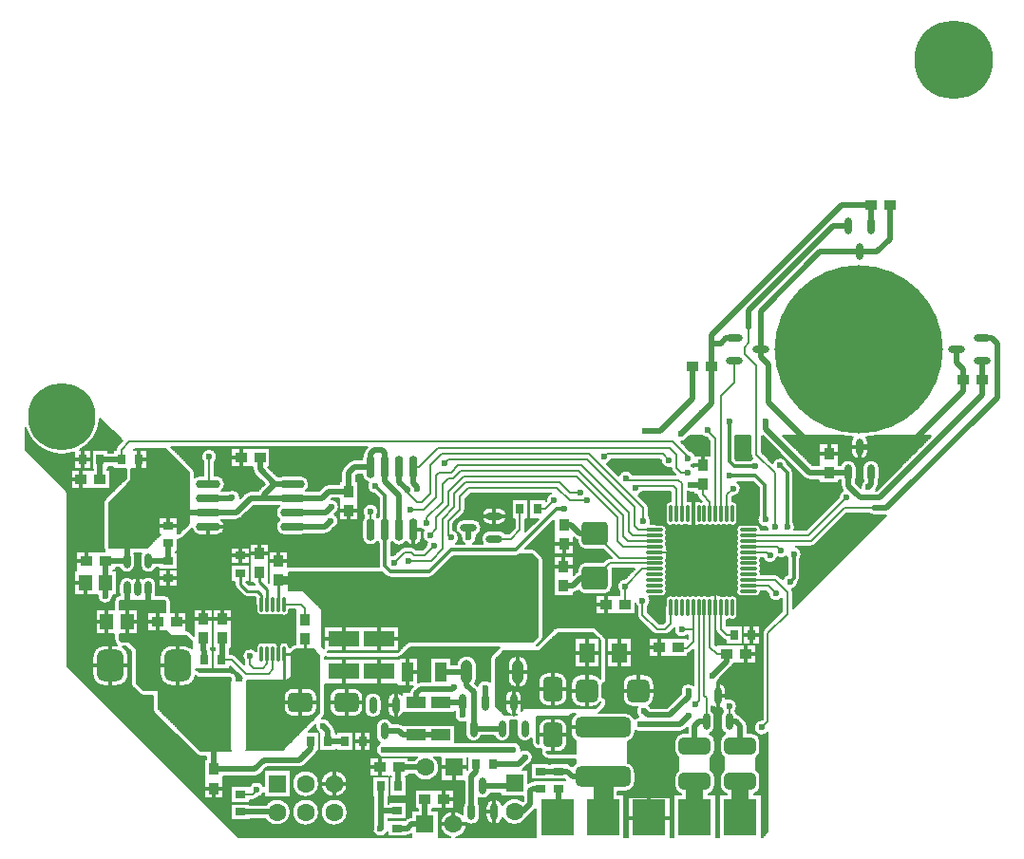
<source format=gtl>
G04 Layer_Physical_Order=1*
G04 Layer_Color=255*
%FSLAX24Y24*%
%MOIN*%
G70*
G01*
G75*
%ADD10C,0.0079*%
%ADD11R,0.0354X0.0276*%
%ADD12R,0.0354X0.0394*%
G04:AMPARAMS|DCode=13|XSize=90.6mil|YSize=82.7mil|CornerRadius=12.4mil|HoleSize=0mil|Usage=FLASHONLY|Rotation=0.000|XOffset=0mil|YOffset=0mil|HoleType=Round|Shape=RoundedRectangle|*
%AMROUNDEDRECTD13*
21,1,0.0906,0.0579,0,0,0.0*
21,1,0.0657,0.0827,0,0,0.0*
1,1,0.0248,0.0329,-0.0289*
1,1,0.0248,-0.0329,-0.0289*
1,1,0.0248,-0.0329,0.0289*
1,1,0.0248,0.0329,0.0289*
%
%ADD13ROUNDEDRECTD13*%
G04:AMPARAMS|DCode=14|XSize=86.6mil|YSize=68.9mil|CornerRadius=17.2mil|HoleSize=0mil|Usage=FLASHONLY|Rotation=90.000|XOffset=0mil|YOffset=0mil|HoleType=Round|Shape=RoundedRectangle|*
%AMROUNDEDRECTD14*
21,1,0.0866,0.0344,0,0,90.0*
21,1,0.0522,0.0689,0,0,90.0*
1,1,0.0344,0.0172,0.0261*
1,1,0.0344,0.0172,-0.0261*
1,1,0.0344,-0.0172,-0.0261*
1,1,0.0344,-0.0172,0.0261*
%
%ADD14ROUNDEDRECTD14*%
G04:AMPARAMS|DCode=15|XSize=194.9mil|YSize=70.9mil|CornerRadius=17.7mil|HoleSize=0mil|Usage=FLASHONLY|Rotation=180.000|XOffset=0mil|YOffset=0mil|HoleType=Round|Shape=RoundedRectangle|*
%AMROUNDEDRECTD15*
21,1,0.1949,0.0354,0,0,180.0*
21,1,0.1594,0.0709,0,0,180.0*
1,1,0.0354,-0.0797,0.0177*
1,1,0.0354,0.0797,0.0177*
1,1,0.0354,0.0797,-0.0177*
1,1,0.0354,-0.0797,-0.0177*
%
%ADD15ROUNDEDRECTD15*%
G04:AMPARAMS|DCode=16|XSize=279.5mil|YSize=218.5mil|CornerRadius=10.9mil|HoleSize=0mil|Usage=FLASHONLY|Rotation=90.000|XOffset=0mil|YOffset=0mil|HoleType=Round|Shape=RoundedRectangle|*
%AMROUNDEDRECTD16*
21,1,0.2795,0.1967,0,0,90.0*
21,1,0.2577,0.2185,0,0,90.0*
1,1,0.0219,0.0983,0.1288*
1,1,0.0219,0.0983,-0.1288*
1,1,0.0219,-0.0983,-0.1288*
1,1,0.0219,-0.0983,0.1288*
%
%ADD16ROUNDEDRECTD16*%
%ADD17O,0.0394X0.0846*%
%ADD18R,0.0551X0.0709*%
%ADD19R,0.0689X0.0413*%
%ADD20O,0.0281X0.0591*%
G04:AMPARAMS|DCode=21|XSize=82.7mil|YSize=78.7mil|CornerRadius=19.7mil|HoleSize=0mil|Usage=FLASHONLY|Rotation=270.000|XOffset=0mil|YOffset=0mil|HoleType=Round|Shape=RoundedRectangle|*
%AMROUNDEDRECTD21*
21,1,0.0827,0.0394,0,0,270.0*
21,1,0.0433,0.0787,0,0,270.0*
1,1,0.0394,-0.0197,-0.0217*
1,1,0.0394,-0.0197,0.0217*
1,1,0.0394,0.0197,0.0217*
1,1,0.0394,0.0197,-0.0217*
%
%ADD21ROUNDEDRECTD21*%
%ADD22R,0.0413X0.0689*%
%ADD23R,0.0787X0.0787*%
%ADD24R,0.0728X0.0610*%
%ADD25O,0.0118X0.0571*%
G04:AMPARAMS|DCode=26|XSize=94.5mil|YSize=110.2mil|CornerRadius=23.6mil|HoleSize=0mil|Usage=FLASHONLY|Rotation=180.000|XOffset=0mil|YOffset=0mil|HoleType=Round|Shape=RoundedRectangle|*
%AMROUNDEDRECTD26*
21,1,0.0945,0.0630,0,0,180.0*
21,1,0.0472,0.1102,0,0,180.0*
1,1,0.0472,-0.0236,0.0315*
1,1,0.0472,0.0236,0.0315*
1,1,0.0472,0.0236,-0.0315*
1,1,0.0472,-0.0236,-0.0315*
%
%ADD26ROUNDEDRECTD26*%
G04:AMPARAMS|DCode=27|XSize=86.6mil|YSize=68.9mil|CornerRadius=17.2mil|HoleSize=0mil|Usage=FLASHONLY|Rotation=180.000|XOffset=0mil|YOffset=0mil|HoleType=Round|Shape=RoundedRectangle|*
%AMROUNDEDRECTD27*
21,1,0.0866,0.0344,0,0,180.0*
21,1,0.0522,0.0689,0,0,180.0*
1,1,0.0344,-0.0261,0.0172*
1,1,0.0344,0.0261,0.0172*
1,1,0.0344,0.0261,-0.0172*
1,1,0.0344,-0.0261,-0.0172*
%
%ADD27ROUNDEDRECTD27*%
%ADD28R,0.0276X0.0354*%
%ADD29R,0.1063X0.0571*%
%ADD30O,0.0236X0.0532*%
%ADD31R,0.0453X0.0571*%
%ADD32R,0.0394X0.0354*%
%ADD33O,0.0118X0.0630*%
%ADD34O,0.0630X0.0118*%
%ADD35O,0.0591X0.0281*%
%ADD36O,0.0850X0.0295*%
%ADD37O,0.0295X0.0800*%
G04:AMPARAMS|DCode=38|XSize=110.2mil|YSize=59.1mil|CornerRadius=14.8mil|HoleSize=0mil|Usage=FLASHONLY|Rotation=0.000|XOffset=0mil|YOffset=0mil|HoleType=Round|Shape=RoundedRectangle|*
%AMROUNDEDRECTD38*
21,1,0.1102,0.0295,0,0,0.0*
21,1,0.0807,0.0591,0,0,0.0*
1,1,0.0295,0.0404,-0.0148*
1,1,0.0295,-0.0404,-0.0148*
1,1,0.0295,-0.0404,0.0148*
1,1,0.0295,0.0404,0.0148*
%
%ADD38ROUNDEDRECTD38*%
%ADD39C,0.0118*%
%ADD40C,0.0197*%
%ADD41C,0.0098*%
%ADD42C,0.0315*%
%ADD43C,0.0591*%
%ADD44C,0.0709*%
%ADD45R,0.1181X0.1289*%
%ADD46C,0.0630*%
%ADD47R,0.0630X0.0630*%
%ADD48R,0.0630X0.0630*%
%ADD49R,0.1181X0.1181*%
%ADD50C,0.2362*%
%ADD51C,0.5906*%
%ADD52C,0.2756*%
%ADD53C,0.0236*%
%ADD54C,0.0394*%
G36*
X20515Y16218D02*
X20630Y16183D01*
X20737Y16127D01*
X20830Y16050D01*
X20860Y16020D01*
X20972Y15892D01*
X21065Y15749D01*
X21138Y15596D01*
X21139Y15592D01*
X21184Y15452D01*
X21211Y15308D01*
X21220Y15161D01*
X21220Y15029D01*
X21211Y14874D01*
X21182Y14721D01*
X21134Y14573D01*
X21134Y14572D01*
X21064Y14424D01*
X20974Y14288D01*
X20867Y14164D01*
X20824Y14121D01*
X20734Y14047D01*
X20631Y13992D01*
X20519Y13958D01*
X20403Y13947D01*
X20335D01*
X20268Y13957D01*
X20207Y13988D01*
X20159Y14036D01*
X20129Y14096D01*
X20118Y14163D01*
Y16014D01*
X20129Y16081D01*
X20159Y16141D01*
X20207Y16189D01*
X20268Y16220D01*
X20335Y16230D01*
X20395D01*
X20515Y16218D01*
D02*
G37*
G36*
X19299Y16220D02*
X19360Y16189D01*
X19407Y16141D01*
X19438Y16081D01*
X19449Y16014D01*
Y14163D01*
X19438Y14096D01*
X19407Y14036D01*
X19360Y13988D01*
X19299Y13957D01*
X19232Y13947D01*
X19172D01*
X19052Y13959D01*
X18937Y13994D01*
X18830Y14051D01*
X18737Y14127D01*
X18707Y14157D01*
X18595Y14285D01*
X18502Y14428D01*
X18429Y14581D01*
X18428Y14585D01*
X18383Y14725D01*
X18356Y14870D01*
X18346Y15017D01*
X18346Y15148D01*
X18356Y15303D01*
X18385Y15456D01*
X18433Y15604D01*
X18433Y15605D01*
X18503Y15753D01*
X18593Y15890D01*
X18700Y16013D01*
X18743Y16056D01*
X18833Y16130D01*
X18936Y16185D01*
X19048Y16219D01*
X19164Y16230D01*
X19232D01*
X19299Y16220D01*
D02*
G37*
D10*
X41828Y24843D02*
G03*
X42178Y24892I-253J3100D01*
G01*
X41828Y24843D02*
G03*
X42178Y24892I-253J3100D01*
G01*
X41889Y24662D02*
G03*
X41828Y24843I-298J0D01*
G01*
X41293Y24353D02*
G03*
X41889Y24353I298J0D01*
G01*
X40972Y24892D02*
G03*
X41352Y24841I603J3051D01*
G01*
X40972Y24892D02*
G03*
X41352Y24841I603J3051D01*
G01*
Y24841D02*
G03*
X41293Y24662I239J-178D01*
G01*
X42289Y23752D02*
G03*
X41693Y23752I-298J0D01*
G01*
X42247Y23290D02*
G03*
X42289Y23443I-256J152D01*
G01*
X41693D02*
G03*
X41726Y23306I298J0D01*
G01*
D02*
G03*
X41637Y23056I183J-206D01*
G01*
X41489Y23752D02*
G03*
X40909Y23848I-298J0D01*
G01*
X41447Y23290D02*
G03*
X41489Y23443I-256J152D01*
G01*
X40913Y23337D02*
G03*
X40935Y23290I278J106D01*
G01*
X37766Y24242D02*
G03*
X37823Y24103I197J0D01*
G01*
X37766Y24242D02*
G03*
X37823Y24103I197J0D01*
G01*
X39661Y23412D02*
G03*
X39842Y23337I181J181D01*
G01*
X39661Y23412D02*
G03*
X39842Y23337I181J181D01*
G01*
X37841Y24085D02*
G03*
X37772Y24045I102J-256D01*
G01*
X39073Y23881D02*
G03*
X38540Y23943I-274J-33D01*
G01*
X39262Y23602D02*
G03*
X39198Y23755I-217J0D01*
G01*
X39262Y23602D02*
G03*
X39198Y23756I-217J0D01*
G01*
X37421Y23041D02*
G03*
X37303Y23268I-276J0D01*
G01*
X42172Y23001D02*
G03*
X42247Y23182I-181J181D01*
G01*
X42172Y23001D02*
G03*
X42247Y23182I-181J181D01*
G01*
X41923Y22165D02*
G03*
X42087Y22106I164J197D01*
G01*
X40935Y23140D02*
G03*
X41001Y22969I256J0D01*
G01*
X40935Y23140D02*
G03*
X41001Y22969I256J0D01*
G01*
Y22969D02*
G03*
X40856Y22729I131J-242D01*
G01*
X39321Y21693D02*
G03*
X39262Y21863I-276J0D01*
G01*
X39303Y21594D02*
G03*
X39321Y21693I-257J98D01*
G01*
X39885Y21004D02*
G03*
X40024Y21062I0J197D01*
G01*
X39885Y21004D02*
G03*
X40024Y21062I0J197D01*
G01*
X39557Y20738D02*
G03*
X39355Y21004I-276J0D01*
G01*
X39498Y20568D02*
G03*
X39557Y20738I-217J170D01*
G01*
X39439Y19763D02*
G03*
X39498Y19911I-157J149D01*
G01*
X39439Y19763D02*
G03*
X39498Y19911I-157J149D01*
G01*
X39226Y19505D02*
G03*
X39439Y19763I-63J268D01*
G01*
X39251Y19411D02*
G03*
X39226Y19505I-197J0D01*
G01*
X39251Y19411D02*
G03*
X39226Y19505I-197J0D01*
G01*
X38051Y22106D02*
G03*
X38337Y21680I226J-157D01*
G01*
X38337D02*
G03*
X38355Y21594I275J13D01*
G01*
X39018Y20657D02*
G03*
X39065Y20568I263J81D01*
G01*
X38710Y20623D02*
G03*
X39018Y20657I129J244D01*
G01*
X38130Y21594D02*
G03*
X37953Y21772I-177J0D01*
G01*
X38100Y20512D02*
G03*
X38130Y20610I-147J98D01*
G01*
X37148Y22766D02*
G03*
X37421Y23041I-3J276D01*
G01*
X37303Y22421D02*
G03*
X37126Y22598I-177J0D01*
G01*
X37028Y21762D02*
G03*
X37303Y21909I98J147D01*
G01*
X37441Y21772D02*
G03*
X37294Y21496I0J-177D01*
G01*
D02*
G03*
X37294Y21299I147J-98D01*
G01*
Y21102D02*
G03*
X37294Y20906I147J-98D01*
G01*
Y21299D02*
G03*
X37294Y21102I147J-98D01*
G01*
Y20906D02*
G03*
X37294Y20709I147J-98D01*
G01*
Y20709D02*
G03*
X37294Y20512I147J-98D01*
G01*
X38184Y20610D02*
G03*
X38710Y20623I261J89D01*
G01*
X38781Y19962D02*
G03*
X38642Y20020I-139J-139D01*
G01*
X38781Y19962D02*
G03*
X38642Y20020I-139J-139D01*
G01*
X39065Y20031D02*
G03*
X38897Y19846I98J-257D01*
G01*
X38376Y19357D02*
G03*
X38857Y19176I276J3D01*
G01*
X38130Y20413D02*
G03*
X38100Y20512I-177J0D01*
G01*
Y20315D02*
G03*
X38130Y20413I-147J98D01*
G01*
Y20217D02*
G03*
X38100Y20315I-177J0D01*
G01*
X37294Y20512D02*
G03*
X37294Y20315I147J-98D01*
G01*
X38100Y20118D02*
G03*
X38130Y20217I-147J98D01*
G01*
X37294Y20118D02*
G03*
X37294Y19921I147J-98D01*
G01*
X38130Y20020D02*
G03*
X38100Y20118I-177J0D01*
G01*
X37294Y20315D02*
G03*
X37294Y20118I147J-98D01*
G01*
Y19921D02*
G03*
X37294Y19724I147J-98D01*
G01*
Y19724D02*
G03*
X37294Y19528I147J-98D01*
G01*
X37953Y19252D02*
G03*
X38130Y19429I0J177D01*
G01*
X37294Y19528D02*
G03*
X37441Y19252I147J-98D01*
G01*
X37303Y19114D02*
G03*
X37028Y19261I-177J0D01*
G01*
X36068Y24892D02*
G03*
X36216Y24825I182J207D01*
G01*
X35680Y23851D02*
G03*
X35758Y23902I-109J253D01*
G01*
X35828Y24203D02*
G03*
X35642Y24371I-257J-98D01*
G01*
X35758Y23795D02*
G03*
X35680Y23851I-197J-193D01*
G01*
X35551Y22920D02*
G03*
X35758Y22908I118J249D01*
G01*
X35328Y24685D02*
G03*
X35578Y24852I-3J276D01*
G01*
X34970Y23770D02*
G03*
X35028Y23630I197J0D01*
G01*
X34970Y23770D02*
G03*
X35028Y23630I197J0D01*
G01*
X34616Y24042D02*
G03*
X34970Y23781I276J3D01*
G01*
X35896Y22815D02*
G03*
X35953Y22676I197J0D01*
G01*
X35896Y22815D02*
G03*
X35953Y22676I197J0D01*
G01*
X36043Y22569D02*
G03*
X35886Y22588I-98J-147D01*
G01*
X36437Y21762D02*
G03*
X36634Y21762I98J147D01*
G01*
D02*
G03*
X36831Y21762I98J147D01*
G01*
X36240D02*
G03*
X36437Y21762I98J147D01*
G01*
X36831D02*
G03*
X37028Y21762I98J147D01*
G01*
X35886Y21742D02*
G03*
X36043Y21762I59J167D01*
G01*
D02*
G03*
X36240Y21762I98J147D01*
G01*
X35886Y22588D02*
G03*
X35610Y22588I-138J-167D01*
G01*
D02*
G03*
X35551Y22598I-59J-167D01*
G01*
X35453Y21762D02*
G03*
X35610Y21742I98J147D01*
G01*
X35059Y21762D02*
G03*
X35256Y21762I98J147D01*
G01*
X34961Y22598D02*
G03*
X34783Y22421I0J-177D01*
G01*
Y21909D02*
G03*
X35059Y21762I177J0D01*
G01*
X33835Y22802D02*
G03*
X33989Y22943I-94J259D01*
G01*
X34193Y22362D02*
G03*
X34135Y22501I-197J0D01*
G01*
X34193Y22362D02*
G03*
X34135Y22501I-197J0D01*
G01*
X34249Y21791D02*
G03*
X34272Y21900I-253J108D01*
G01*
X34823Y21594D02*
G03*
X34646Y21772I-177J0D01*
G01*
X34476D02*
G03*
X34390Y21791I-86J-177D01*
G01*
X34272Y21900D02*
G03*
X34193Y22092I-276J0D01*
G01*
X32729Y23907D02*
G03*
X32881Y24055I-102J256D01*
G01*
X33634Y23533D02*
G03*
X33139Y23497I-239J-138D01*
G01*
X30764Y22874D02*
G03*
X30591Y22621I102J-256D01*
G01*
X27698Y22171D02*
G03*
X27756Y22310I-139J139D01*
G01*
X29227Y22070D02*
G03*
X28929Y22368I-298J0D01*
G01*
Y21772D02*
G03*
X29227Y22070I0J298D01*
G01*
X28620Y22368D02*
G03*
X28620Y21772I0J-298D01*
G01*
X27698Y22171D02*
G03*
X27756Y22310I-139J139D01*
G01*
X28317Y21670D02*
G03*
X28019Y21968I-298J0D01*
G01*
X27710D02*
G03*
X27604Y21391I0J-298D01*
G01*
X35610Y21742D02*
G03*
X35886Y21742I138J167D01*
G01*
X35256Y21762D02*
G03*
X35453Y21762I98J147D01*
G01*
X34793Y21496D02*
G03*
X34823Y21594I-147J98D01*
G01*
Y21201D02*
G03*
X34793Y21299I-177J0D01*
G01*
X34823Y21398D02*
G03*
X34793Y21496I-177J0D01*
G01*
Y21102D02*
G03*
X34823Y21201I-147J98D01*
G01*
X34862Y20807D02*
G03*
X34813Y20945I-217J0D01*
G01*
X34823Y21004D02*
G03*
X34793Y21102I-177J0D01*
G01*
X34813Y20669D02*
G03*
X34862Y20807I-167J138D01*
G01*
X34813Y20945D02*
G03*
X34823Y21004I-167J59D01*
G01*
Y20610D02*
G03*
X34813Y20669I-177J0D01*
G01*
X34793Y21299D02*
G03*
X34823Y21398I-147J98D01*
G01*
X34793Y20512D02*
G03*
X34823Y20610I-147J98D01*
G01*
X34793Y20315D02*
G03*
X34823Y20413I-147J98D01*
G01*
D02*
G03*
X34793Y20512I-177J0D01*
G01*
X34823Y20217D02*
G03*
X34793Y20315I-177J0D01*
G01*
X34823Y20020D02*
G03*
X34793Y20118I-177J0D01*
G01*
D02*
G03*
X34823Y20217I-147J98D01*
G01*
X34793Y19921D02*
G03*
X34823Y20020I-147J98D01*
G01*
X34793Y19528D02*
G03*
X34823Y19626I-147J98D01*
G01*
D02*
G03*
X34793Y19724I-177J0D01*
G01*
X34823Y19429D02*
G03*
X34793Y19528I-177J0D01*
G01*
X34823Y19823D02*
G03*
X34793Y19921I-177J0D01*
G01*
Y19724D02*
G03*
X34823Y19823I-147J98D01*
G01*
X33363Y19882D02*
G03*
X33169Y19413I3J-276D01*
G01*
X31693Y21177D02*
G03*
X31974Y20896I281J0D01*
G01*
X32913Y20181D02*
G03*
X32911Y20217I-281J0D01*
G01*
X32825Y20610D02*
G03*
X32686Y20553I0J-197D01*
G01*
X32825Y20610D02*
G03*
X32686Y20553I0J-197D01*
G01*
X31974Y20463D02*
G03*
X31693Y20181I0J-281D01*
G01*
X36673Y19281D02*
G03*
X36398Y19281I-138J-167D01*
G01*
X36831Y19261D02*
G03*
X36673Y19281I-98J-147D01*
G01*
X36398D02*
G03*
X36240Y19261I-59J-167D01*
G01*
X37028D02*
G03*
X36831Y19261I-98J-147D01*
G01*
X36043D02*
G03*
X35846Y19261I-98J-147D01*
G01*
X36240D02*
G03*
X36043Y19261I-98J-147D01*
G01*
X35846D02*
G03*
X35650Y19261I-98J-147D01*
G01*
D02*
G03*
X35453Y19261I-98J-147D01*
G01*
X35256D02*
G03*
X35059Y19261I-98J-147D01*
G01*
X35453D02*
G03*
X35256Y19261I-98J-147D01*
G01*
X34646Y19252D02*
G03*
X34823Y19429I0J177D01*
G01*
X32632Y19321D02*
G03*
X32913Y19602I0J281D01*
G01*
X31731Y19460D02*
G03*
X31974Y19321I243J142D01*
G01*
X35059Y19261D02*
G03*
X34783Y19114I-98J-147D01*
G01*
X34252Y19104D02*
G03*
X34209Y19252I-276J0D01*
G01*
X34173Y18911D02*
G03*
X34252Y19104I-197J193D01*
G01*
X33720Y19002D02*
G03*
X33780Y18911I256J102D01*
G01*
X31581Y21286D02*
G03*
X31693Y21220I181J181D01*
G01*
X31581Y21286D02*
G03*
X31693Y21220I181J181D01*
G01*
X30238Y20868D02*
G03*
X30098Y20925I-139J-139D01*
G01*
X30238Y20868D02*
G03*
X30098Y20925I-139J-139D01*
G01*
X29864Y21529D02*
G03*
X29872Y21585I-189J56D01*
G01*
X29864Y21529D02*
G03*
X29872Y21585I-189J56D01*
G01*
X28620Y21568D02*
G03*
X28373Y21102I0J-298D01*
G01*
X29153Y21467D02*
G03*
X28929Y21568I-224J-197D01*
G01*
X28143Y21399D02*
G03*
X28317Y21670I-124J271D01*
G01*
X28150Y21339D02*
G03*
X28143Y21399I-276J0D01*
G01*
X28016Y21102D02*
G03*
X28150Y21339I-142J236D01*
G01*
X27604Y21391D02*
G03*
X27732Y21102I270J-53D01*
G01*
X27424D02*
G03*
X27530Y21319I-170J217D01*
G01*
X31693Y20124D02*
G03*
X31620Y20073I108J-232D01*
G01*
X31544Y19370D02*
G03*
X31716Y19445I-9J256D01*
G01*
X31544Y19370D02*
G03*
X31717Y19445I-9J256D01*
G01*
X31693Y20124D02*
G03*
X31620Y20072I108J-232D01*
G01*
X30492Y20531D02*
G03*
X30434Y20671I-197J0D01*
G01*
X30492Y20531D02*
G03*
X30434Y20671I-197J0D01*
G01*
X38237Y18105D02*
G03*
X38179Y17965I139J-139D01*
G01*
X38237Y18105D02*
G03*
X38179Y17965I139J-139D01*
G01*
X37028Y18455D02*
G03*
X37303Y18602I98J147D01*
G01*
X36929Y18425D02*
G03*
X37028Y18455I0J177D01*
G01*
X36790Y17764D02*
G03*
X36890Y17711I139J139D01*
G01*
X36790Y17764D02*
G03*
X36890Y17711I139J139D01*
G01*
X37110Y16797D02*
G03*
X37165Y16880I-181J181D01*
G01*
X37110Y16797D02*
G03*
X37165Y16880I-181J181D01*
G01*
X37226Y15218D02*
G03*
X37286Y15391I-215J172D01*
G01*
D02*
G03*
X36908Y15647I-276J0D01*
G01*
X36739Y15344D02*
G03*
X36796Y15218I272J47D01*
G01*
X36535Y18100D02*
G03*
X36593Y17961I197J0D01*
G01*
X36535Y18100D02*
G03*
X36593Y17961I197J0D01*
G01*
X34774Y17913D02*
G03*
X34913Y17971I0J197D01*
G01*
X35084Y18142D02*
G03*
X35547Y17894I271J-51D01*
G01*
X35571Y17250D02*
G03*
X35661Y17302I-49J191D01*
G01*
X35571Y17250D02*
G03*
X35661Y17302I-49J191D01*
G01*
X34783Y18944D02*
G03*
X34764Y18858I177J-86D01*
G01*
X34774Y17913D02*
G03*
X34913Y17971I0J197D01*
G01*
X34339D02*
G03*
X34478Y17913I139J139D01*
G01*
X34339Y17971D02*
G03*
X34478Y17913I139J139D01*
G01*
X36908Y15922D02*
G03*
X36582Y16219I-298J0D01*
G01*
Y16219D02*
G03*
X36695Y16382I-155J228D01*
G01*
X36407Y15395D02*
G03*
X36739Y15344I203J218D01*
G01*
X35748Y16144D02*
G03*
X35322Y15831I-167J-219D01*
G01*
X34380Y16161D02*
G03*
X34026Y16516I-354J0D01*
G01*
X34201Y15421D02*
G03*
X34380Y15728I-175J308D01*
G01*
X38157Y14921D02*
G03*
X38376Y14475I3J-276D01*
G01*
X37968Y13600D02*
G03*
X38110Y13858I-162J258D01*
G01*
Y14154D02*
G03*
X37805Y14459I-305J0D01*
G01*
X38110Y12894D02*
G03*
X37968Y13152I-305J0D01*
G01*
X37430Y15038D02*
G03*
X37292Y15110I-181J-181D01*
G01*
X37657Y14705D02*
G03*
X37583Y14886I-256J0D01*
G01*
X37292Y15110D02*
G03*
X37226Y15218I-281J-97D01*
G01*
X36796D02*
G03*
X36713Y15012I215J-206D01*
G01*
X37430Y15038D02*
G03*
X37292Y15110I-181J-181D01*
G01*
X37657Y14705D02*
G03*
X37582Y14886I-256J0D01*
G01*
X36713Y14702D02*
G03*
X36880Y14435I298J0D01*
G01*
D02*
G03*
X36693Y14154I118J-281D01*
G01*
X36836Y13152D02*
G03*
X36693Y12894I162J-258D01*
G01*
Y13858D02*
G03*
X36836Y13600I305J0D01*
G01*
X37882Y12303D02*
G03*
X38110Y12598I-77J295D01*
G01*
X36693D02*
G03*
X36921Y12303I305J0D01*
G01*
X36508Y15012D02*
G03*
X36407Y15236I-298J0D01*
G01*
X36516Y14154D02*
G03*
X36335Y14432I-305J0D01*
G01*
D02*
G03*
X36508Y14702I-125J270D01*
G01*
X36368Y13597D02*
G03*
X36516Y13858I-157J261D01*
G01*
X35285Y14498D02*
G03*
X35466Y14573I0J256D01*
G01*
X35285Y14498D02*
G03*
X35467Y14573I0J256D01*
G01*
X35404Y14459D02*
G03*
X35098Y14154I0J-305D01*
G01*
Y13858D02*
G03*
X35236Y13603I305J0D01*
G01*
X36516Y12894D02*
G03*
X36368Y13155I-305J0D01*
G01*
X35098Y12598D02*
G03*
X35327Y12303I305J0D01*
G01*
X35236Y13149D02*
G03*
X35098Y12894I167J-255D01*
G01*
X36288Y12303D02*
G03*
X36516Y12598I-77J295D01*
G01*
X33780Y18612D02*
G03*
X33837Y18473I197J0D01*
G01*
X33780Y18612D02*
G03*
X33837Y18473I197J0D01*
G01*
X32707Y17687D02*
G03*
X32649Y17826I-197J0D01*
G01*
X32707Y17687D02*
G03*
X32649Y17826I-197J0D01*
G01*
X34265Y15335D02*
G03*
X34201Y15421I-249J-118D01*
G01*
X33790Y15374D02*
G03*
X33821Y15021I226J-157D01*
G01*
X33632Y16516D02*
G03*
X33278Y16161I0J-354D01*
G01*
Y15728D02*
G03*
X33632Y15374I354J0D01*
G01*
X33711Y14543D02*
G03*
X33990Y14498I177J211D01*
G01*
X33821Y15021D02*
G03*
X33688Y14944I67J-267D01*
G01*
X33474Y14149D02*
G03*
X33711Y14468I-98J320D01*
G01*
X33688Y14944D02*
G03*
X33376Y15157I-312J-121D01*
G01*
X32569Y16169D02*
G03*
X32707Y16357I-59J188D01*
G01*
X32569Y16169D02*
G03*
X32707Y16357I-59J188D01*
G01*
X32649Y15373D02*
G03*
X32707Y15512I-139J139D01*
G01*
Y15532D02*
G03*
X32569Y15720I-197J0D01*
G01*
X32364Y18112D02*
G03*
X32224Y18169I-139J-139D01*
G01*
X32364Y18112D02*
G03*
X32224Y18169I-139J-139D01*
G01*
X31014D02*
G03*
X30875Y18112I0J-197D01*
G01*
X31014Y18169D02*
G03*
X30875Y18112I0J-197D01*
G01*
X30434Y17695D02*
G03*
X30492Y17835I-139J139D01*
G01*
X30434Y17695D02*
G03*
X30492Y17835I-139J139D01*
G01*
X28680Y17186D02*
G03*
X28622Y17047I139J-139D01*
G01*
X28680Y17186D02*
G03*
X28622Y17047I139J-139D01*
G01*
X29445Y14898D02*
G03*
X29523Y14882I77J181D01*
G01*
X29445Y14898D02*
G03*
X29523Y14882I77J181D01*
G01*
X29368D02*
G03*
X29445Y14898I0J197D01*
G01*
X29571Y14882D02*
G03*
X29547Y14766I274J-116D01*
G01*
X29368Y14882D02*
G03*
X29445Y14898I0J197D01*
G01*
X28622Y16254D02*
G03*
X28178Y16111I-177J-211D01*
G01*
X29547Y14456D02*
G03*
X30079Y14271I298J0D01*
G01*
X29343Y14766D02*
G03*
X29320Y14882I-298J0D01*
G01*
X28765Y14355D02*
G03*
X29343Y14456I280J101D01*
G01*
X28157Y16831D02*
G03*
X27450Y16860I-354J0D01*
G01*
X28102Y16187D02*
G03*
X28157Y16378I-299J191D01*
G01*
X27747Y14456D02*
G03*
X28325Y14355I298J0D01*
G01*
X27755Y14835D02*
G03*
X27747Y14766I290J-69D01*
G01*
X30520Y13601D02*
G03*
X30659Y13543I139J139D01*
G01*
X30520Y13601D02*
G03*
X30659Y13543I139J139D01*
G01*
X33711Y13091D02*
G03*
X33474Y13410I-335J0D01*
G01*
X31629Y13388D02*
G03*
X31508Y13283I153J-298D01*
G01*
X31500Y13291D02*
G03*
X31378Y13359I-181J-181D01*
G01*
X31500Y13291D02*
G03*
X31378Y13359I-181J-181D01*
G01*
X30189Y13932D02*
G03*
X30414Y13894I139J139D01*
G01*
X30189Y13932D02*
G03*
X30414Y13894I139J139D01*
G01*
X30429Y13878D02*
G03*
X30468Y13654I177J-85D01*
G01*
X30429Y13878D02*
G03*
X30468Y13654I177J-85D01*
G01*
X30079Y14124D02*
G03*
X30136Y13985I197J0D01*
G01*
X30079Y14124D02*
G03*
X30136Y13985I197J0D01*
G01*
X29961Y13349D02*
G03*
X30128Y13602I-109J253D01*
G01*
X33376Y12402D02*
G03*
X33711Y12736I0J335D01*
G01*
X30118Y12756D02*
G03*
X30069Y12751I0J-256D01*
G01*
X30118Y12756D02*
G03*
X30069Y12751I0J-256D01*
G01*
D02*
G03*
X29951Y12694I49J-251D01*
G01*
X30069Y12751D02*
G03*
X29951Y12694I49J-251D01*
G01*
X29896Y11475D02*
G03*
X29949Y11516I-128J222D01*
G01*
X29896Y11475D02*
G03*
X29949Y11516I-128J222D01*
G01*
X29777Y13169D02*
G03*
X29807Y13195I-151J207D01*
G01*
X30128Y13602D02*
G03*
X29713Y13840I-276J0D01*
G01*
X29777Y13169D02*
G03*
X29807Y13195I-151J207D01*
G01*
X29715Y13868D02*
G03*
X29337Y14124I-276J0D01*
G01*
X28228Y12182D02*
G03*
X28653Y12342I144J261D01*
G01*
X29064Y11471D02*
G03*
X29896Y11475I415J226D01*
G01*
X29774Y12065D02*
G03*
X29061Y11918I-296J-368D01*
G01*
D02*
G03*
X28475Y11843I-288J-75D01*
G01*
Y11533D02*
G03*
X29064Y11471I298J0D01*
G01*
X28270Y11843D02*
G03*
X28228Y11995I-298J0D01*
G01*
X27717D02*
G03*
X27675Y11843I256J-152D01*
G01*
X27810Y11284D02*
G03*
X28270Y11533I163J250D01*
G01*
X27811Y11250D02*
G03*
X27810Y11284I-472J0D01*
G01*
X27435Y10787D02*
G03*
X27811Y11250I-96J463D01*
G01*
X24248Y24433D02*
G03*
X24173Y24252I181J-181D01*
G01*
X24248Y24433D02*
G03*
X24173Y24252I181J-181D01*
G01*
Y24213D02*
G03*
X24124Y24050I256J-166D01*
G01*
X23844D02*
G03*
X23663Y23975I0J-256D01*
G01*
X23844Y24050D02*
G03*
X23663Y23975I0J-256D01*
G01*
X24124Y23539D02*
G03*
X24352Y23247I305J4D01*
G01*
D02*
G03*
X24564Y22846I245J-127D01*
G01*
X23481Y23793D02*
G03*
X23406Y23612I181J-181D01*
G01*
X23480Y23793D02*
G03*
X23406Y23612I181J-181D01*
G01*
X22963Y23199D02*
G03*
X22782Y23124I0J-256D01*
G01*
X22963Y23199D02*
G03*
X22781Y23124I0J-256D01*
G01*
X24705Y22234D02*
G03*
X24213Y22063I-276J0D01*
G01*
X24713Y22062D02*
G03*
X24679Y22022I217J-215D01*
G01*
X24645Y22063D02*
G03*
X24705Y22234I-216J172D01*
G01*
X24679Y22022D02*
G03*
X24645Y22063I-250J-175D01*
G01*
X24213D02*
G03*
X24124Y21847I216J-216D01*
G01*
X23327Y22402D02*
G03*
X23059Y22677I-276J0D01*
G01*
X23160Y22148D02*
G03*
X23327Y22402I-109J253D01*
G01*
X23307Y21900D02*
G03*
X23157Y22145I-276J0D01*
G01*
X23140Y21646D02*
G03*
X23307Y21900I-109J253D01*
G01*
X21413Y23504D02*
G03*
X21247Y23455I0J-305D01*
G01*
X22273Y23199D02*
G03*
X21968Y23504I-305J0D01*
G01*
X20295Y23720D02*
G03*
X20370Y23540I256J0D01*
G01*
X20295Y23720D02*
G03*
X20370Y23539I256J0D01*
G01*
X22151Y22955D02*
G03*
X22273Y23199I-183J244D01*
G01*
X21230Y22443D02*
G03*
X21238Y21949I183J-244D01*
G01*
X20528Y23016D02*
G03*
X20483Y22955I181J-181D01*
G01*
X20528Y23016D02*
G03*
X20483Y22955I181J-181D01*
G01*
X21238Y21949D02*
G03*
X21413Y21394I175J-250D01*
G01*
X20219Y22955D02*
G03*
X20038Y22880I0J-256D01*
G01*
X20219Y22955D02*
G03*
X20037Y22880I0J-256D01*
G01*
X19852Y22717D02*
G03*
X19438Y22955I-276J0D01*
G01*
X19719Y21943D02*
G03*
X19900Y22018I0J256D01*
G01*
X19719Y21943D02*
G03*
X19899Y22018I0J256D01*
G01*
X27530Y21319D02*
G03*
X27343Y21580I-276J0D01*
G01*
X26234Y21616D02*
G03*
X26299Y21577I173J214D01*
G01*
Y21577D02*
G03*
X26414Y21151I217J-170D01*
G01*
Y21151D02*
G03*
X26388Y21036I249J-118D01*
G01*
X25679Y21167D02*
G03*
X26234Y21342I250J175D01*
G01*
X25179Y21167D02*
G03*
X25679Y21167I250J175D01*
G01*
X26011Y20927D02*
G03*
X25872Y20984I-139J-139D01*
G01*
X26011Y20927D02*
G03*
X25872Y20984I-139J-139D01*
G01*
X25620D02*
G03*
X25481Y20927I0J-197D01*
G01*
X25620Y20984D02*
G03*
X25481Y20927I0J-197D01*
G01*
X22831Y21443D02*
G03*
X23012Y21518I0J256D01*
G01*
X25146Y21127D02*
G03*
X25179Y21167I-217J215D01*
G01*
X24679D02*
G03*
X24713Y21127I250J175D01*
G01*
X24124Y21342D02*
G03*
X24679Y21167I305J0D01*
G01*
X22831Y21443D02*
G03*
X23012Y21518I0J256D01*
G01*
X21968Y21394D02*
G03*
X22134Y21443I0J305D01*
G01*
X25273Y20718D02*
G03*
X25146Y20686I3J-276D01*
G01*
X21299Y18603D02*
G03*
X21575Y18750I98J147D01*
G01*
X21801Y17579D02*
G03*
X21662Y17521I0J-197D01*
G01*
X21801Y17579D02*
G03*
X21662Y17521I0J-197D01*
G01*
X21575Y17470D02*
G03*
X21220Y17470I-177J0D01*
G01*
Y17351D02*
G03*
X21196Y17288I177J-106D01*
G01*
X21220Y17351D02*
G03*
X21196Y17288I177J-106D01*
G01*
X20331Y19724D02*
G03*
X20369Y19646I201J49D01*
G01*
X20331Y19724D02*
G03*
X20369Y19646I201J49D01*
G01*
X19952Y19293D02*
G03*
X20098Y19232I146J146D01*
G01*
X19952Y19293D02*
G03*
X20098Y19232I146J146D01*
G01*
X19656Y19675D02*
G03*
X19716Y19529I207J0D01*
G01*
X19656Y19675D02*
G03*
X19716Y19529I207J0D01*
G01*
X21102Y18603D02*
G03*
X21299Y18603I98J147D01*
G01*
X20906D02*
G03*
X21102Y18603I98J147D01*
G01*
X20709D02*
G03*
X20906Y18603I98J147D01*
G01*
X20433Y18750D02*
G03*
X20709Y18603I177J0D01*
G01*
X21181Y17470D02*
G03*
X20906Y17618I-177J0D01*
G01*
D02*
G03*
X20709Y17618I-98J-147D01*
G01*
X21196Y17288D02*
G03*
X21181Y17330I-192J-44D01*
G01*
X20709Y17618D02*
G03*
X20433Y17470I-98J-147D01*
G01*
X20404Y18976D02*
G03*
X20433Y18870I207J0D01*
G01*
X19045Y24154D02*
G03*
X18573Y23961I-276J0D01*
G01*
X18967D02*
G03*
X19045Y24154I-197J193D01*
G01*
X18268Y23583D02*
G03*
X18210Y23722I-197J0D01*
G01*
X18268Y23583D02*
G03*
X18210Y23722I-197J0D01*
G01*
X15678Y24753D02*
G03*
X15715Y24723I139J139D01*
G01*
X15678Y24753D02*
G03*
X15715Y24723I139J139D01*
G01*
X15540Y24549D02*
G03*
X15482Y24409I139J-139D01*
G01*
X15540Y24549D02*
G03*
X15482Y24409I139J-139D01*
G01*
X19201Y22955D02*
G03*
X19323Y23199I-183J244D01*
G01*
D02*
G03*
X19018Y23504I-305J0D01*
G01*
X18463D02*
G03*
X18268Y23433I0J-305D01*
G01*
X19323Y21699D02*
G03*
X19201Y21943I-305J0D01*
G01*
X19018Y21394D02*
G03*
X19323Y21699I0J305D01*
G01*
X18164Y21636D02*
G03*
X18463Y21394I299J63D01*
G01*
X14222Y24390D02*
G03*
X14938Y25492I-620J1186D01*
G01*
X12323Y25183D02*
G03*
X14035Y24310I1280J393D01*
G01*
X15117Y22679D02*
G03*
X15059Y22534I139J-139D01*
G01*
X13799Y22844D02*
G03*
X13742Y22984I-197J0D01*
G01*
X13799Y22844D02*
G03*
X13742Y22984I-197J0D01*
G01*
X17687Y21250D02*
G03*
X17836Y21308I10J197D01*
G01*
X16385Y20768D02*
G03*
X16358Y20650I249J-118D01*
G01*
Y20354D02*
G03*
X16887Y20246I276J0D01*
G01*
X16161Y20650D02*
G03*
X16142Y20752I-276J0D01*
G01*
X16909Y19665D02*
G03*
X16447Y19868I-276J0D01*
G01*
D02*
G03*
X16073Y19868I-187J-202D01*
G01*
X18966Y17431D02*
G03*
X18957Y17362I246J-69D01*
G01*
X19496Y17360D02*
G03*
X19498Y17392I-254J31D01*
G01*
X19496Y17360D02*
G03*
X19498Y17392I-254J31D01*
G01*
X18966Y17431D02*
G03*
X18957Y17362I246J-69D01*
G01*
X18846Y17360D02*
G03*
X18828Y17431I-255J-26D01*
G01*
X18846Y17360D02*
G03*
X18828Y17431I-255J-26D01*
G01*
X16898Y19291D02*
G03*
X16909Y19370I-264J79D01*
G01*
X17411Y19094D02*
G03*
X17215Y19291I-197J0D01*
G01*
X17411Y19094D02*
G03*
X17215Y19291I-197J0D01*
G01*
X18102Y17994D02*
G03*
X17972Y18051I-139J-139D01*
G01*
X18102Y17994D02*
G03*
X17972Y18051I-139J-139D01*
G01*
X15632Y20246D02*
G03*
X16161Y20354I253J108D01*
G01*
X15059Y20965D02*
G03*
X15106Y20837I197J0D01*
G01*
X15059Y20965D02*
G03*
X15106Y20837I197J0D01*
G01*
X16073Y19868D02*
G03*
X15610Y19665I-187J-202D01*
G01*
Y19370D02*
G03*
X15622Y19291I276J0D01*
G01*
X15622D02*
G03*
X15443Y19094I18J-196D01*
G01*
X15622Y19291D02*
G03*
X15443Y19094I18J-196D01*
G01*
X14844Y19291D02*
G03*
X15394Y19262I274J-30D01*
G01*
X15443Y17717D02*
G03*
X15501Y17577I197J0D01*
G01*
X15443Y17717D02*
G03*
X15501Y17577I197J0D01*
G01*
X25384Y17106D02*
G03*
X25528Y17169I0J197D01*
G01*
X26181Y16250D02*
G03*
X26102Y16238I0J-256D01*
G01*
X26181Y16250D02*
G03*
X26102Y16238I0J-256D01*
G01*
X27381Y15157D02*
G03*
X27755Y14835I267J-69D01*
G01*
X25862Y16037D02*
G03*
X25789Y15886I181J-181D01*
G01*
X25863Y16037D02*
G03*
X25789Y15886I181J-181D01*
G01*
X25541Y15782D02*
G03*
X25017Y15588I-226J-194D01*
G01*
X25557Y14744D02*
G03*
X25428Y14779I-129J-221D01*
G01*
X25557Y14744D02*
G03*
X25428Y14779I-129J-221D01*
G01*
X25017Y15278D02*
G03*
X25587Y15157I298J0D01*
G01*
X24173Y15704D02*
G03*
X23844Y16033I-330J0D01*
G01*
X23322D02*
G03*
X22992Y15704I0J-330D01*
G01*
X24813Y15588D02*
G03*
X24217Y15588I-298J0D01*
G01*
Y15278D02*
G03*
X24813Y15278I298J0D01*
G01*
X24617Y14368D02*
G03*
X24763Y14112I298J0D01*
G01*
X25195Y14779D02*
G03*
X24617Y14678I-280J-101D01*
G01*
X23844Y15030D02*
G03*
X24173Y15359I0J330D01*
G01*
X22992D02*
G03*
X23322Y15030I330J0D01*
G01*
X26061Y13612D02*
G03*
X25965Y13504I301J-364D01*
G01*
X26835Y13248D02*
G03*
X26663Y13612I-472J0D01*
G01*
X25965Y12992D02*
G03*
X26835Y13248I397J256D01*
G01*
X27675Y11582D02*
G03*
X27243Y10787I-336J-332D01*
G01*
X25719Y10856D02*
G03*
X25866Y10903I0J256D01*
G01*
X25856Y11506D02*
G03*
X25699Y11452I0J-256D01*
G01*
X25719Y10856D02*
G03*
X25866Y10903I0J256D01*
G01*
X25856Y11506D02*
G03*
X25699Y11452I0J-256D01*
G01*
X24763Y14112D02*
G03*
X24994Y13612I129J-244D01*
G01*
X23624Y12677D02*
G03*
X23624Y12677I-472J0D01*
G01*
X25699Y11452D02*
G03*
X25675Y11431I157J-202D01*
G01*
X25699Y11452D02*
G03*
X25675Y11431I157J-202D01*
G01*
X24538Y11225D02*
G03*
X25030Y10980I236J-142D01*
G01*
X23624Y11677D02*
G03*
X23624Y11677I-472J0D01*
G01*
X22835Y17127D02*
G03*
X22923Y17106I89J176D01*
G01*
X20433Y17313D02*
G03*
X20010Y16963I-226J-157D01*
G01*
X19911Y16392D02*
G03*
X19882Y16289I168J-103D01*
G01*
X19911Y16392D02*
G03*
X19882Y16289I168J-103D01*
G01*
X19695Y17165D02*
G03*
X19556Y17222I-139J-139D01*
G01*
X19695Y17165D02*
G03*
X19556Y17222I-139J-139D01*
G01*
X19724Y16388D02*
G03*
X19528Y16585I-197J0D01*
G01*
X19724Y16388D02*
G03*
X19528Y16585I-197J0D01*
G01*
X18434Y16609D02*
G03*
X18296Y16666I-139J-139D01*
G01*
X18434Y16609D02*
G03*
X18296Y16666I-139J-139D01*
G01*
X22777Y15028D02*
G03*
X22835Y15167I-139J139D01*
G01*
X22777Y15028D02*
G03*
X22835Y15167I-139J139D01*
G01*
X23019Y14813D02*
G03*
X22726Y14977I-253J-109D01*
G01*
X23189Y14537D02*
G03*
X23114Y14718I-256J0D01*
G01*
X23189Y14537D02*
G03*
X23114Y14719I-256J0D01*
G01*
X22583Y14498D02*
G03*
X22618Y14472I182J207D01*
G01*
X22493Y14744D02*
G03*
X22583Y14498I273J-39D01*
G01*
X22504Y13707D02*
G03*
X22572Y13829I-181J181D01*
G01*
X22504Y13707D02*
G03*
X22572Y13829I-181J181D01*
G01*
X22225Y13428D02*
G03*
X22369Y13572I-109J253D01*
G01*
X18335Y13680D02*
G03*
X18474Y13622I139J139D01*
G01*
X18335Y13680D02*
G03*
X18474Y13622I139J139D01*
G01*
X15936Y17136D02*
G03*
X15733Y17480I-394J0D01*
G01*
X15542Y16112D02*
G03*
X15936Y16506I0J394D01*
G01*
X16014Y16211D02*
G03*
X16071Y16071I197J0D01*
G01*
X16014Y16211D02*
G03*
X16071Y16071I197J0D01*
G01*
X16327Y15816D02*
G03*
X16467Y15758I139J139D01*
G01*
X16327Y15816D02*
G03*
X16467Y15758I139J139D01*
G01*
X15070Y17530D02*
G03*
X14676Y17136I0J-394D01*
G01*
Y16506D02*
G03*
X15070Y16112I394J0D01*
G01*
X16781Y15315D02*
G03*
X16839Y15176I197J0D01*
G01*
X16781Y15315D02*
G03*
X16839Y15176I197J0D01*
G01*
X21939Y13248D02*
G03*
X22120Y13323I0J256D01*
G01*
X21939Y13248D02*
G03*
X22120Y13323I0J256D01*
G01*
X22624Y12677D02*
G03*
X22624Y12677I-472J0D01*
G01*
Y11677D02*
G03*
X22624Y11677I-472J0D01*
G01*
X20364Y12923D02*
G03*
X20545Y12998I0J256D01*
G01*
X20364Y12923D02*
G03*
X20545Y12998I0J256D01*
G01*
X20679Y12595D02*
G03*
X20184Y12588I-246J-124D01*
G01*
X20468Y12197D02*
G03*
X20679Y12346I-34J273D01*
G01*
X21624Y11677D02*
G03*
X20758Y11939I-472J0D01*
G01*
X20285Y12096D02*
G03*
X20424Y12154I0J197D01*
G01*
X20285Y12096D02*
G03*
X20424Y12154I0J197D01*
G01*
X20751Y11427D02*
G03*
X21624Y11677I401J250D01*
G01*
X31624Y15118D02*
G03*
X31447Y14823I157J-295D01*
G01*
X31329Y14641D02*
G03*
X30999Y14970I-330J0D01*
G01*
X31447Y14468D02*
G03*
X31629Y14171I335J0D01*
G01*
X30999Y13789D02*
G03*
X31329Y14119I0J330D01*
G01*
X30655Y14970D02*
G03*
X30325Y14641I0J-330D01*
G01*
X30607Y13793D02*
G03*
X30655Y13789I48J326D01*
G01*
X30325Y14119D02*
G03*
X30328Y14071I330J0D01*
G01*
X32510Y16357D02*
G03*
X32215Y16516I-295J-196D01*
G01*
Y15374D02*
G03*
X32510Y15532I0J354D01*
G01*
X31821Y16516D02*
G03*
X31467Y16161I0J-354D01*
G01*
Y15728D02*
G03*
X31821Y15374I354J0D01*
G01*
X31329Y16255D02*
G03*
X30999Y16585I-330J0D01*
G01*
Y15404D02*
G03*
X31329Y15733I0J330D01*
G01*
X29953Y16831D02*
G03*
X29244Y16831I-354J0D01*
G01*
X30655Y16585D02*
G03*
X30325Y16255I0J-330D01*
G01*
X29244Y16378D02*
G03*
X29953Y16378I354J0D01*
G01*
X29743Y15676D02*
G03*
X29147Y15676I-298J0D01*
G01*
X30325Y15733D02*
G03*
X30655Y15404I330J0D01*
G01*
X29712Y15233D02*
G03*
X29743Y15366I-267J133D01*
G01*
X29523Y15079D02*
G03*
X29578Y15100I-77J288D01*
G01*
X29147Y15366D02*
G03*
X29368Y15079I298J0D01*
G01*
X17430Y17530D02*
G03*
X17036Y17136I0J-394D01*
G01*
Y16506D02*
G03*
X17319Y16128I394J0D01*
G01*
X17902Y16112D02*
G03*
X18294Y16469I0J394D01*
G01*
X18159Y17434D02*
G03*
X17902Y17530I-257J-298D01*
G01*
X17430D02*
G03*
X17036Y17136I0J-394D01*
G01*
Y16506D02*
G03*
X17430Y16112I394J0D01*
G01*
X22559Y15704D02*
G03*
X22229Y16033I-330J0D01*
G01*
Y15030D02*
G03*
X22559Y15359I0J330D01*
G01*
X21708Y16033D02*
G03*
X21378Y15704I0J-330D01*
G01*
Y15359D02*
G03*
X21708Y15030I330J0D01*
G01*
X29528Y20669D02*
G03*
X29676Y20728I0J217D01*
G01*
X29528Y20669D02*
G03*
X29676Y20728I0J217D01*
G01*
X26486Y19911D02*
G03*
X26640Y19975I0J217D01*
G01*
X26486Y19911D02*
G03*
X26639Y19975I0J217D01*
G01*
X24965D02*
G03*
X25118Y19911I153J153D01*
G01*
X24965Y19975D02*
G03*
X25118Y19911I153J153D01*
G01*
X43996Y24781D02*
Y24892D01*
X43937Y24722D02*
Y24892D01*
X44055Y24840D02*
Y24892D01*
X43819Y24604D02*
Y24892D01*
X43760Y24545D02*
Y24892D01*
X43878Y24663D02*
Y24892D01*
X43642Y24427D02*
Y24892D01*
X43583Y24368D02*
Y24892D01*
X43701Y24486D02*
Y24892D01*
X43464Y24250D02*
Y24892D01*
X43524Y24309D02*
Y24892D01*
X43405Y24191D02*
Y24892D01*
X43346Y24132D02*
Y24892D01*
X42178D02*
X44107D01*
X43287Y24072D02*
Y24892D01*
X43228Y24013D02*
Y24892D01*
X43169Y23954D02*
Y24892D01*
X42165Y23994D02*
Y24889D01*
X42106Y24027D02*
Y24878D01*
X42047Y24045D02*
Y24869D01*
X42002Y24862D02*
X44077D01*
X41889Y24626D02*
X43841D01*
X41889Y24567D02*
X43782D01*
X41889Y24449D02*
X43664D01*
X41889Y24508D02*
X43723D01*
X41889Y24390D02*
X43605D01*
X42084Y24035D02*
X43250D01*
X41988Y24050D02*
Y24860D01*
X42187Y23976D02*
X43191D01*
X41929Y24044D02*
Y24853D01*
X41889Y24353D02*
Y24662D01*
X41877Y24744D02*
X43959D01*
X41853Y24803D02*
X44018D01*
X41888Y24685D02*
X43900D01*
X41888Y24331D02*
X43546D01*
X41878Y24272D02*
X43486D01*
X41854Y24213D02*
X43427D01*
X41812Y24153D02*
X43368D01*
X41739Y24094D02*
X43309D01*
X41284Y24035D02*
X41898D01*
X41870Y24767D02*
Y24847D01*
X41220Y24049D02*
Y24853D01*
X41293Y24353D02*
Y24662D01*
X41161Y24049D02*
Y24860D01*
X41102Y24037D02*
Y24869D01*
X41279Y24037D02*
Y24847D01*
X40984Y23967D02*
Y24889D01*
X41043Y24011D02*
Y24878D01*
X40512Y24616D02*
Y24892D01*
X40453Y24616D02*
Y24892D01*
X40571Y24616D02*
Y24892D01*
X40335Y24616D02*
Y24892D01*
X40276Y24616D02*
Y24892D01*
X40394Y24616D02*
Y24892D01*
X40807Y24616D02*
Y24892D01*
X40748Y24616D02*
Y24892D01*
X40846Y23947D02*
Y24616D01*
X40630D02*
Y24892D01*
X40689Y24616D02*
Y24892D01*
X40846Y24449D02*
X41293D01*
X40846Y24508D02*
X41293D01*
X40846Y24390D02*
X41293D01*
X41870Y24025D02*
Y24248D01*
X41811Y23990D02*
Y24152D01*
X41387Y23976D02*
X41795D01*
X41339Y24011D02*
Y24195D01*
X41398Y23967D02*
Y24126D01*
X40846Y24331D02*
X41294D01*
X40846Y24567D02*
X41293D01*
X40846Y24272D02*
X41304D01*
X40846Y24153D02*
X41369D01*
X40846Y24213D02*
X41328D01*
X40846Y24094D02*
X41442D01*
X40846Y24035D02*
X41098D01*
X40846Y23976D02*
X40995D01*
X43051Y23836D02*
Y24892D01*
X42992Y23777D02*
Y24892D01*
X43110Y23895D02*
Y24892D01*
X42874Y23659D02*
Y24892D01*
X42815Y23600D02*
Y24892D01*
X42933Y23718D02*
Y24892D01*
X42697Y23482D02*
Y24892D01*
X42638Y23423D02*
Y24892D01*
X42756Y23541D02*
Y24892D01*
X42520Y23305D02*
Y24892D01*
X42579Y23364D02*
Y24892D01*
X42283Y23809D02*
Y24892D01*
X42224Y23937D02*
Y24892D01*
X42239Y23917D02*
X43132D01*
X41752Y23930D02*
Y24102D01*
X41439Y23917D02*
X41743D01*
X41469Y23858D02*
X41713D01*
X42461Y23246D02*
Y24892D01*
X42401Y23187D02*
Y24892D01*
X42187Y22972D02*
X44107Y24892D01*
X42342Y23128D02*
Y24892D01*
X42285Y23799D02*
X43014D01*
X42269Y23858D02*
X43073D01*
X42289Y23740D02*
X42955D01*
X42289Y23622D02*
X42837D01*
X42289Y23681D02*
X42896D01*
X42289Y23563D02*
X42778D01*
X42289Y23445D02*
X42660D01*
X42289Y23504D02*
X42719D01*
X42283Y23386D02*
X42601D01*
X42289Y23443D02*
Y23752D01*
X42283Y23069D02*
Y23386D01*
X41483Y23386D02*
X41699D01*
X41465Y23327D02*
X41717D01*
X42265D02*
X42542D01*
X41485Y23799D02*
X41697D01*
X41489Y23622D02*
X41693D01*
X42247Y23182D02*
Y23290D01*
Y23268D02*
X42483D01*
X41693Y23443D02*
Y23752D01*
X41489Y23504D02*
X41693D01*
X41489Y23445D02*
X41693D01*
X41489Y23681D02*
X41693D01*
X41489Y23740D02*
X41693D01*
X41489Y23563D02*
X41693D01*
X41693Y23271D02*
Y24073D01*
X41634Y23060D02*
Y24058D01*
X41575Y23119D02*
Y24055D01*
X41516Y23178D02*
Y24064D01*
X41489Y23443D02*
Y23752D01*
X41457Y23887D02*
Y24087D01*
X40925Y23887D02*
Y24892D01*
X40846Y23917D02*
X40943D01*
X40846Y23907D02*
Y23947D01*
Y23907D02*
Y23947D01*
Y23858D02*
X40913D01*
X40846Y23848D02*
X40909D01*
X40866D02*
Y24892D01*
X40846Y23848D02*
Y23907D01*
X41447Y23246D02*
Y23290D01*
Y23268D02*
X41690D01*
X40846Y23337D02*
X40913D01*
X40846Y23238D02*
Y23337D01*
Y23327D02*
X40917D01*
X41457Y23237D02*
Y23308D01*
X40935Y23140D02*
Y23290D01*
X41452Y23242D02*
X41637Y23056D01*
X40866Y22799D02*
Y23337D01*
X40925Y22909D02*
Y23308D01*
X40846Y23268D02*
X40935D01*
X40807Y22680D02*
Y23238D01*
X40748Y22621D02*
Y23238D01*
X40630Y22503D02*
Y23238D01*
X40689Y22562D02*
Y23238D01*
X40512Y22385D02*
Y23238D01*
X40394Y22266D02*
Y23238D01*
X40571Y22444D02*
Y23238D01*
X40276Y22148D02*
Y23238D01*
X40335Y22207D02*
Y23238D01*
X40216Y24616D02*
Y24892D01*
X39449Y24348D02*
Y24892D01*
X40177Y24616D02*
X40846D01*
X39331Y24466D02*
Y24892D01*
X39272Y24525D02*
Y24892D01*
X39390Y24407D02*
Y24892D01*
X39685Y24112D02*
Y24892D01*
X39626Y24171D02*
Y24892D01*
X39744Y24053D02*
Y24892D01*
X39508Y24289D02*
Y24892D01*
X39567Y24230D02*
Y24892D01*
X38994Y24803D02*
X41328D01*
X38935Y24862D02*
X41148D01*
X39053Y24744D02*
X41305D01*
X39035Y24761D02*
Y24892D01*
X38976Y24820D02*
Y24892D01*
X38905D02*
X40972D01*
X39213Y24584D02*
Y24892D01*
X39112Y24685D02*
X41294D01*
X39171Y24626D02*
X41293D01*
X39094Y24702D02*
Y24892D01*
X39153Y24643D02*
Y24892D01*
X39466Y24331D02*
X40177D01*
X39407Y24390D02*
X40177D01*
X39525Y24272D02*
X40177D01*
X39289Y24508D02*
X40177D01*
X39230Y24567D02*
X40177D01*
X39348Y24449D02*
X40177D01*
X39584Y24213D02*
X40177D01*
X39643Y24153D02*
X40177D01*
X38976Y24060D02*
Y24097D01*
X39702Y24094D02*
X40177D01*
X38271Y24213D02*
X38860D01*
X38212Y24272D02*
X38801D01*
X38330Y24153D02*
X38919D01*
X38159Y24331D02*
X38742D01*
X38159Y24390D02*
X38683D01*
X38799Y24124D02*
Y24274D01*
X38917Y24097D02*
Y24156D01*
X38858Y24118D02*
Y24215D01*
X38923Y24094D02*
X38979D01*
X38681Y24097D02*
Y24392D01*
X38740Y24118D02*
Y24333D01*
X38159Y24803D02*
X38270D01*
X38159Y24862D02*
X38211D01*
X38159Y24744D02*
X38329D01*
X38159Y24324D02*
Y24892D01*
X37766Y24242D02*
Y24892D01*
X38209Y24275D02*
Y24864D01*
X38327Y24156D02*
Y24746D01*
X38268Y24215D02*
Y24805D01*
X38386Y24097D02*
Y24687D01*
X37677Y24045D02*
Y24892D01*
X37736Y24045D02*
Y24892D01*
X37234Y24862D02*
X37766D01*
X37234Y24892D02*
X37766D01*
X37234Y24803D02*
X37766D01*
X37234Y24744D02*
X37766D01*
X37234Y24086D02*
Y24892D01*
Y24685D02*
X37766D01*
X37559Y24045D02*
Y24892D01*
X37500Y24045D02*
Y24892D01*
X37618Y24045D02*
Y24892D01*
X37264Y24056D02*
Y24892D01*
X37323Y24045D02*
Y24892D01*
X38159Y24508D02*
X38565D01*
X38159Y24567D02*
X38506D01*
X38159Y24449D02*
X38624D01*
X38159Y24626D02*
X38447D01*
X38159Y24685D02*
X38388D01*
X38622Y24059D02*
Y24451D01*
X38389Y24094D02*
X38675D01*
X37795Y24061D02*
Y24139D01*
X37275Y24045D02*
X37772D01*
X37234Y24449D02*
X37766D01*
X37234Y24508D02*
X37766D01*
X37234Y24390D02*
X37766D01*
X37234Y24626D02*
X37766D01*
X37234Y24567D02*
X37766D01*
X37234Y24153D02*
X37787D01*
X37234Y24213D02*
X37768D01*
X37234Y24094D02*
X37832D01*
X37234Y24331D02*
X37766D01*
X37234Y24272D02*
X37766D01*
X40177Y23907D02*
Y23947D01*
Y24616D01*
Y23907D02*
Y23947D01*
Y23848D02*
Y23907D01*
X39921Y23876D02*
Y24892D01*
X39939Y23858D02*
X40177D01*
X40157Y23848D02*
Y24892D01*
X40098Y23848D02*
Y24892D01*
X39948Y23848D02*
X40177D01*
X39980D02*
Y24892D01*
X40039Y23848D02*
Y24892D01*
X39820Y23976D02*
X40177D01*
X39761Y24035D02*
X40177D01*
X39880Y23917D02*
X40177D01*
X39862Y23935D02*
Y24892D01*
X39803Y23994D02*
Y24892D01*
X38905D02*
X39948Y23848D01*
X39262Y23563D02*
X39510D01*
X38181Y24892D02*
X39661Y23412D01*
X39567Y21594D02*
Y23506D01*
X39261Y23622D02*
X39451D01*
X39508Y21594D02*
Y23565D01*
X40216Y22089D02*
Y23238D01*
X39842Y23337D02*
X40177D01*
Y23238D02*
X40846D01*
X40157Y22030D02*
Y23337D01*
X40098Y21971D02*
Y23337D01*
X40177Y23238D02*
Y23337D01*
X39980Y21853D02*
Y23337D01*
X39921Y21794D02*
Y23337D01*
X40039Y21912D02*
Y23337D01*
X39803Y21676D02*
Y23340D01*
X39862Y21735D02*
Y23337D01*
X39262Y23386D02*
X39692D01*
X39262Y23504D02*
X39569D01*
X39262Y23445D02*
X39628D01*
X39744Y21617D02*
Y23356D01*
X39262Y23327D02*
X40177D01*
X39262Y23268D02*
X40177D01*
X39626Y21594D02*
Y23447D01*
X39685Y21594D02*
Y23391D01*
X39066Y23917D02*
X39156D01*
X39043Y23976D02*
X39097D01*
X39096Y23858D02*
X39215D01*
X39035Y23990D02*
Y24038D01*
X39002Y24035D02*
X39038D01*
X39094Y23859D02*
Y23979D01*
X39272Y21850D02*
Y23801D01*
X39213Y23740D02*
Y23860D01*
X39155Y23799D02*
X39274D01*
X39153Y23800D02*
Y23919D01*
X39073Y23881D02*
X39198Y23756D01*
X38445Y24038D02*
Y24628D01*
X38448Y24035D02*
X38597D01*
X37441Y24045D02*
Y24892D01*
X37382Y24045D02*
Y24892D01*
X37234Y24086D02*
X37275Y24045D01*
X38563Y23990D02*
Y24510D01*
X38507Y23976D02*
X38555D01*
X38504Y23979D02*
Y24569D01*
X38159Y24324D02*
X38540Y23943D01*
X39212Y23740D02*
X39333D01*
X39247Y23681D02*
X39392D01*
X39262Y21863D02*
Y23602D01*
X37853Y23268D02*
X38051Y23070D01*
X39390Y21594D02*
Y23683D01*
X39331Y21594D02*
Y23742D01*
X39449Y21594D02*
Y23624D01*
X37795Y21772D02*
Y23268D01*
X37854Y21772D02*
Y23267D01*
X37618Y21772D02*
Y23268D01*
X37303D02*
X37853D01*
X37303Y23268D02*
X37853D01*
X37382Y23183D02*
Y23268D01*
X37677Y21772D02*
Y23268D01*
X37559Y21772D02*
Y23268D01*
X37736Y21772D02*
Y23268D01*
X37441Y21772D02*
Y23268D01*
X37500Y21772D02*
Y23268D01*
X42247Y23209D02*
X42423D01*
X42245Y23150D02*
X42364D01*
X42230Y23091D02*
X42305D01*
X42224Y23009D02*
Y23077D01*
X42198Y23031D02*
X42246D01*
X42154Y22972D02*
X42187D01*
X42224Y21814D02*
Y22106D01*
X41988Y21578D02*
Y22126D01*
X42047Y21637D02*
Y22109D01*
X41128Y22165D02*
X41923D01*
X41108Y22146D02*
X41950D01*
X41544Y23150D02*
X41638D01*
X41485Y23209D02*
X41656D01*
X41603Y23091D02*
X41634D01*
X41870Y21459D02*
Y22165D01*
X41811Y21400D02*
Y22165D01*
X41929Y21518D02*
Y22161D01*
X41693Y21282D02*
Y22165D01*
X41752Y21341D02*
Y22165D01*
X42461Y22050D02*
Y22106D01*
X42087D02*
X42517D01*
X41049Y22087D02*
X42497D01*
X42401Y21991D02*
Y22106D01*
X40990Y22028D02*
X42438D01*
X40931Y21968D02*
X42379D01*
X42342Y21932D02*
Y22106D01*
X42283Y21873D02*
Y22106D01*
X40872Y21909D02*
X42320D01*
X42106Y21696D02*
Y22106D01*
X42165Y21755D02*
Y22106D01*
X40813Y21850D02*
X42261D01*
X40754Y21791D02*
X42202D01*
X40695Y21732D02*
X42143D01*
X40635Y21673D02*
X42084D01*
X40576Y21614D02*
X42025D01*
X40517Y21555D02*
X41966D01*
X40458Y21496D02*
X41907D01*
X40399Y21437D02*
X41848D01*
X40340Y21378D02*
X41789D01*
X40281Y21319D02*
X41729D01*
X40222Y21260D02*
X41670D01*
X39262Y23031D02*
X40959D01*
X39262Y22972D02*
X40997D01*
X39262Y23150D02*
X40935D01*
X39262Y23209D02*
X40935D01*
X39262Y23091D02*
X40940D01*
X39262Y22913D02*
X40929D01*
X40453Y22326D02*
Y23238D01*
X39722Y21594D02*
X40856Y22729D01*
X39262Y22795D02*
X40865D01*
X39262Y22854D02*
X40888D01*
X39262Y22736D02*
X40856D01*
X39262Y22618D02*
X40745D01*
X39262Y22677D02*
X40804D01*
X39262Y22559D02*
X40686D01*
X39262Y22441D02*
X40568D01*
X39262Y22500D02*
X40627D01*
X39262Y22382D02*
X40509D01*
X39262Y22323D02*
X40450D01*
X39262Y22264D02*
X40391D01*
X41634Y21223D02*
Y22165D01*
X39303Y21791D02*
X39918D01*
X40163Y21201D02*
X41611D01*
X39320Y21673D02*
X39800D01*
X39318Y21732D02*
X39859D01*
X39309Y21614D02*
X39741D01*
X41575Y21164D02*
Y22165D01*
X41516Y21105D02*
Y22165D01*
X40104Y21142D02*
X41552D01*
X40024Y21062D02*
X41128Y22165D01*
X40045Y21083D02*
X41493D01*
X39262Y22146D02*
X40273D01*
X39262Y22205D02*
X40332D01*
X39262Y22087D02*
X40214D01*
X39262Y22028D02*
X40155D01*
X39262Y21968D02*
X40096D01*
X39271Y21850D02*
X39977D01*
X39262Y21909D02*
X40037D01*
X39303Y21594D02*
X39722D01*
X41398Y20987D02*
Y22165D01*
X41339Y20928D02*
Y22165D01*
X41457Y21046D02*
Y22165D01*
X41220Y20810D02*
Y22165D01*
X41161Y20751D02*
Y22165D01*
X41279Y20869D02*
Y22165D01*
X41102Y20692D02*
Y22140D01*
X41043Y20633D02*
Y22081D01*
X40984Y20574D02*
Y22022D01*
X40925Y20515D02*
Y21963D01*
X40866Y20455D02*
Y21904D01*
X40807Y20396D02*
Y21845D01*
X40748Y20337D02*
Y21786D01*
X40689Y20278D02*
Y21727D01*
X40630Y20219D02*
Y21668D01*
X40571Y20160D02*
Y21609D01*
X40512Y20101D02*
Y21549D01*
X40453Y20042D02*
Y21490D01*
X40394Y19983D02*
Y21431D01*
X40335Y19924D02*
Y21372D01*
X40276Y19865D02*
Y21313D01*
X40216Y19806D02*
Y21254D01*
X39970Y21024D02*
X41434D01*
X39501Y20905D02*
X41316D01*
X39535Y20846D02*
X41257D01*
X39557Y20728D02*
X41139D01*
X39553Y20787D02*
X41198D01*
X39548Y20669D02*
X41080D01*
X39526Y20610D02*
X41021D01*
X39498Y20551D02*
X40962D01*
X39498Y20492D02*
X40903D01*
X39498Y20433D02*
X40844D01*
X39498Y20079D02*
X40489D01*
X39498Y20374D02*
X40785D01*
X39439Y20965D02*
X41375D01*
X39498Y20315D02*
X40726D01*
X39498Y20256D02*
X40666D01*
X39498Y20197D02*
X40607D01*
X39498Y20020D02*
X40430D01*
X39498Y20138D02*
X40548D01*
X39498Y19961D02*
X40371D01*
X39498Y19902D02*
X40312D01*
X39487Y19842D02*
X40253D01*
X40157Y19747D02*
Y21195D01*
X40098Y19688D02*
Y21136D01*
X40039Y19629D02*
Y21077D01*
X39980Y19570D02*
Y21029D01*
X39921Y19511D02*
Y21007D01*
X39862Y19452D02*
Y21004D01*
X39803Y19392D02*
Y21004D01*
X39685Y19274D02*
Y21004D01*
X39744Y19333D02*
Y21004D01*
X39355D02*
X39885D01*
X39508Y20895D02*
Y21004D01*
X39449Y20957D02*
Y21004D01*
X39498Y19911D02*
Y20568D01*
X39626Y19215D02*
Y21004D01*
X39567Y19156D02*
Y21004D01*
X39508Y19097D02*
Y20581D01*
X39456Y19783D02*
X40194D01*
X39435Y19724D02*
X40135D01*
X39417Y19665D02*
X40076D01*
X39382Y19606D02*
X40017D01*
X39320Y19547D02*
X39958D01*
X39251Y19311D02*
X39722D01*
X39449Y19038D02*
Y19774D01*
X39390Y18979D02*
Y19616D01*
X39251Y19016D02*
X39426D01*
X39331Y18920D02*
Y19555D01*
X39251Y18957D02*
X39367D01*
X39235Y19488D02*
X39899D01*
X39250Y19429D02*
X39840D01*
X39251Y19252D02*
X39663D01*
X39251Y19370D02*
X39781D01*
X39251Y19193D02*
X39603D01*
X39251Y19134D02*
X39544D01*
X39251Y19075D02*
X39485D01*
X37390Y22913D02*
X38051D01*
X37348Y22854D02*
X38051D01*
X37303Y22205D02*
X38051D01*
X37421Y23031D02*
X38051D01*
X37417Y23091D02*
X38030D01*
X37413Y22972D02*
X38051D01*
Y22106D02*
Y23070D01*
X37303Y22146D02*
X38051D01*
X38031Y22073D02*
Y23090D01*
Y21753D02*
Y21825D01*
X37237Y22559D02*
X38051D01*
X37126Y22618D02*
X38051D01*
X37285Y22500D02*
X38051D01*
X37270Y22795D02*
X38051D01*
X37126Y22736D02*
X38051D01*
X37126Y22677D02*
X38051D01*
X37303Y22382D02*
X38051D01*
X37302Y22441D02*
X38051D01*
X37303Y22323D02*
X38051D01*
X37303Y22264D02*
X38051D01*
X37303Y22087D02*
X38039D01*
X38327Y21594D02*
Y21678D01*
X38706Y20610D02*
X38736D01*
X38209Y21594D02*
Y21682D01*
X38150Y21594D02*
Y21705D01*
X38268Y21594D02*
Y21673D01*
X38941Y20610D02*
X39037D01*
X38678Y20551D02*
X39065D01*
X38130Y20610D02*
X38184D01*
X38111Y21673D02*
X38337D01*
X38064Y21732D02*
X38107D01*
X38129Y21614D02*
X38348D01*
X37258Y21791D02*
X38051D01*
X38090Y21706D02*
Y21746D01*
X38130Y20610D02*
X38184D01*
X38130Y21594D02*
X38355D01*
X38120Y20551D02*
X38212D01*
X37303Y21968D02*
X38003D01*
X37303Y22028D02*
X38013D01*
X37303Y21909D02*
X38005D01*
X37399Y23150D02*
X37971D01*
X37365Y23209D02*
X37912D01*
X37303Y21909D02*
Y22421D01*
X37972Y21771D02*
Y23149D01*
X37913Y21772D02*
Y23208D01*
X37441Y21772D02*
X37953D01*
X37382Y21761D02*
Y22899D01*
X37323Y21726D02*
Y22830D01*
X37293Y21850D02*
X38020D01*
X35872Y21732D02*
X37330D01*
X37264Y22533D02*
Y22792D01*
X34804Y21673D02*
X37282D01*
X34822Y21614D02*
X37265D01*
X34818Y21555D02*
X37268D01*
X34839Y20905D02*
X37294D01*
X34823Y21201D02*
X37264D01*
X34822Y21024D02*
X37265D01*
X34859Y20846D02*
X37268D01*
X34847Y20728D02*
X37282D01*
X34861Y20787D02*
X37265D01*
X34823Y20610D02*
X37264D01*
X34804Y21319D02*
X37282D01*
X34793Y21496D02*
X37294D01*
X34813Y21260D02*
X37274D01*
X34818Y21437D02*
X37268D01*
X34822Y21378D02*
X37265D01*
X34813Y21142D02*
X37274D01*
X34804Y21083D02*
X37282D01*
X34813Y20551D02*
X37274D01*
X34818Y20965D02*
X37268D01*
X34813Y20669D02*
X37274D01*
X39065Y20031D02*
Y20568D01*
X39035Y20018D02*
Y20614D01*
X38627Y20492D02*
X39065D01*
X38681Y20016D02*
Y20557D01*
X38622Y20020D02*
Y20488D01*
X38563Y20020D02*
Y20450D01*
X38976Y19976D02*
Y20627D01*
X38917Y19898D02*
Y20602D01*
X38858Y19885D02*
Y20591D01*
X38740Y19993D02*
Y20609D01*
X38799Y19944D02*
Y20593D01*
X38518Y20433D02*
X39065D01*
X38125Y20374D02*
X39065D01*
X38126Y20256D02*
X39065D01*
X38129Y20433D02*
X38372D01*
X38100Y20315D02*
X39065D01*
X38504Y20020D02*
Y20430D01*
X38445Y20020D02*
Y20423D01*
X38129Y20197D02*
X39065D01*
X38327Y20020D02*
Y20450D01*
X38386Y20020D02*
Y20430D01*
X38782Y19961D02*
X38961D01*
X38646Y20020D02*
X39039D01*
X38841Y19902D02*
X38919D01*
X38130Y20020D02*
X38642D01*
X38781Y19962D02*
X38897Y19846D01*
X38304Y19429D02*
X38376Y19357D01*
X38809Y19134D02*
X38857D01*
X38120Y20079D02*
X39065D01*
X38111Y20138D02*
X39065D01*
X37237Y19252D02*
X38398D01*
X38120Y19370D02*
X38363D01*
X38085Y19311D02*
X38380D01*
X37303Y19016D02*
X38857D01*
X37303Y19075D02*
X38857D01*
X37303Y18957D02*
X38857D01*
X37285Y19193D02*
X38433D01*
X37302Y19134D02*
X38494D01*
X38111Y20492D02*
X38263D01*
X38209Y20020D02*
Y20557D01*
X38150Y20020D02*
Y20610D01*
X38268Y20020D02*
Y20488D01*
X34818Y20374D02*
X37268D01*
X34804Y20492D02*
X37282D01*
X34793Y20315D02*
X37294D01*
X34822Y20433D02*
X37265D01*
X34818Y20256D02*
X37268D01*
X34822Y20197D02*
X37265D01*
X34804Y20138D02*
X37282D01*
X34813Y20079D02*
X37274D01*
X37264Y19226D02*
Y21798D01*
X37205Y19273D02*
Y21751D01*
X38130Y19429D02*
X38304D01*
X38130Y19429D02*
X38304D01*
X34823Y20020D02*
X37264D01*
X34823Y19429D02*
X37264D01*
X37441Y19252D02*
X37953D01*
X36626Y19311D02*
X37309D01*
X34813Y19961D02*
X37274D01*
X34804Y19902D02*
X37282D01*
X34793Y19724D02*
X37294D01*
X34822Y19842D02*
X37265D01*
X34818Y19783D02*
X37268D01*
X34813Y19488D02*
X37274D01*
X34804Y19547D02*
X37282D01*
X34813Y19370D02*
X37274D01*
X34818Y19665D02*
X37268D01*
X34822Y19606D02*
X37265D01*
X36319Y24203D02*
Y24722D01*
X36216Y24825D02*
X36339Y24702D01*
Y24203D02*
Y24702D01*
X36201Y24203D02*
Y24827D01*
X36260Y24203D02*
Y24781D01*
X36083Y24203D02*
Y24880D01*
X36024Y24203D02*
Y24892D01*
X36142Y24203D02*
Y24845D01*
X35905Y24203D02*
Y24892D01*
X35965Y24203D02*
Y24892D01*
X35588Y24862D02*
X36108D01*
X35551Y24803D02*
X36237D01*
X35495Y24744D02*
X36296D01*
X35618Y24892D02*
X36068D01*
X35578Y24852D02*
X35618Y24892D01*
X35610Y24402D02*
Y24884D01*
X35787Y24275D02*
Y24892D01*
X35728Y24331D02*
Y24892D01*
X35846Y24203D02*
Y24892D01*
X35669Y24362D02*
Y24892D01*
X35328Y24685D02*
X35642Y24371D01*
X35790Y24272D02*
X36339D01*
X35728Y24331D02*
X36339D01*
X35824Y24213D02*
X36339D01*
X35828Y24203D02*
X36339D01*
X35695Y23858D02*
X35758D01*
Y23795D02*
Y23902D01*
Y22825D02*
X35896D01*
X35728Y23821D02*
Y23878D01*
X35758Y22825D02*
Y22908D01*
X35564Y24449D02*
X36339D01*
X35505Y24508D02*
X36339D01*
X35623Y24390D02*
X36339D01*
X35387Y24626D02*
X36339D01*
X35328Y24685D02*
X36339D01*
X35446Y24567D02*
X36339D01*
X35551Y22854D02*
X35758D01*
X35551Y24462D02*
Y24803D01*
X35492Y24521D02*
Y24742D01*
X35433Y24580D02*
Y24707D01*
X35374Y24639D02*
Y24689D01*
X34547Y23533D02*
Y24055D01*
X34429Y23533D02*
Y24055D01*
X34370Y23533D02*
Y24055D01*
X34488Y23533D02*
Y24055D01*
X34252Y23533D02*
Y24055D01*
X34311Y23533D02*
Y24055D01*
X33720Y23533D02*
Y24055D01*
X33661Y23533D02*
Y24055D01*
X33779Y23533D02*
Y24055D01*
X33543Y23628D02*
Y24055D01*
X33484Y23657D02*
Y24055D01*
X33602Y23578D02*
Y24055D01*
X34134Y23533D02*
Y24055D01*
X34075Y23533D02*
Y24055D01*
X34193Y23533D02*
Y24055D01*
X33839Y23533D02*
Y24055D01*
X34016Y23533D02*
Y24055D01*
X35028Y23630D02*
X35125Y23533D01*
X35079D02*
Y23580D01*
X34961Y23533D02*
Y23778D01*
X35020Y23533D02*
Y23640D01*
X34842Y23533D02*
Y23774D01*
X34783Y23533D02*
Y23792D01*
X34902Y23533D02*
Y23770D01*
X34665Y23533D02*
Y23888D01*
X34724Y23533D02*
Y23826D01*
X33553Y23622D02*
X35037D01*
X33615Y23563D02*
X35096D01*
X33957Y23533D02*
Y24055D01*
X34606Y23533D02*
Y24052D01*
X33989Y22943D02*
X34961D01*
X33634Y23533D02*
X35125D01*
X33922Y22854D02*
X34961D01*
X33898Y23533D02*
Y24055D01*
X33973Y22913D02*
X34961D01*
X37126Y22743D02*
X37148Y22766D01*
X35728Y22637D02*
Y22900D01*
X35669Y22623D02*
Y22894D01*
X35787Y22634D02*
Y22825D01*
X37205Y22580D02*
Y22772D01*
X37146Y22597D02*
Y22763D01*
X37126Y22598D02*
Y22743D01*
X35846Y22614D02*
Y22825D01*
X35905Y22594D02*
Y22754D01*
X35551Y22736D02*
X35912D01*
X35551Y22795D02*
X35897D01*
X35551Y22677D02*
X35952D01*
X33900Y22736D02*
X34961D01*
X33841Y22795D02*
X34961D01*
X33960Y22677D02*
X34961D01*
X35551Y22598D02*
Y22920D01*
X34961Y22598D02*
Y22943D01*
X35610Y22588D02*
Y22900D01*
X34902Y22588D02*
Y22943D01*
X34961Y22598D02*
Y22943D01*
X35953Y22676D02*
X36054Y22575D01*
X35965Y22597D02*
Y22665D01*
X35838Y22618D02*
X36011D01*
X35551D02*
X35658D01*
X34019D02*
X34961D01*
X34078Y22559D02*
X34849D01*
X34606Y21772D02*
Y22943D01*
X34429Y21787D02*
Y22943D01*
X34842Y22553D02*
Y22943D01*
X34311Y21791D02*
Y22943D01*
X34252Y22002D02*
Y22943D01*
X34370Y21791D02*
Y22943D01*
X34724Y21753D02*
Y22943D01*
X34665Y21771D02*
Y22943D01*
X34783Y21706D02*
Y22943D01*
X34488Y21772D02*
Y22943D01*
X34547Y21772D02*
Y22943D01*
X34075Y22562D02*
Y22943D01*
X34016Y22621D02*
Y22943D01*
X34134Y22503D02*
Y22943D01*
X33957Y22680D02*
Y22890D01*
X33898Y22739D02*
Y22835D01*
X34137Y22500D02*
X34802D01*
X34193Y22367D02*
Y22943D01*
X33835Y22802D02*
X34135Y22501D01*
X34783Y21909D02*
Y22421D01*
X34263Y21968D02*
X34783D01*
X34267Y21850D02*
X34794D01*
X34271Y21909D02*
X34783D01*
X34249Y21791D02*
X34390D01*
X34842Y20897D02*
Y21777D01*
X34394Y21791D02*
X34829D01*
X34476Y21772D02*
X34646D01*
X34192Y22382D02*
X34783D01*
X34176Y22441D02*
X34785D01*
X34193Y22323D02*
X34783D01*
X34193Y22264D02*
X34783D01*
X34193Y22205D02*
X34783D01*
X34199Y22087D02*
X34783D01*
X34193Y22146D02*
X34783D01*
X34240Y22028D02*
X34783D01*
X34193Y22092D02*
Y22362D01*
X33425Y23670D02*
Y24055D01*
X32897Y23740D02*
X34973D01*
X32956Y23681D02*
X34992D01*
X33307Y23657D02*
Y24055D01*
X32953Y23684D02*
Y24055D01*
X33366Y23670D02*
Y24055D01*
X33189Y23578D02*
Y24055D01*
X33130Y23507D02*
Y24055D01*
X33248Y23628D02*
Y24055D01*
X33012Y23625D02*
Y24055D01*
X33071Y23566D02*
Y24055D01*
X32872Y24035D02*
X34616D01*
X32830Y23976D02*
X34625D01*
X32752Y23917D02*
X34648D01*
X32881Y24055D02*
X34604D01*
X32776Y23861D02*
Y23931D01*
X32778Y23858D02*
X34689D01*
X32729Y23907D02*
X33139Y23497D01*
X32837Y23799D02*
X34768D01*
X32894Y23743D02*
Y24055D01*
X32835Y23802D02*
Y23981D01*
X33015Y23622D02*
X33238D01*
X33074Y23563D02*
X33177D01*
X30413Y22648D02*
Y22874D01*
X30354Y22648D02*
Y22874D01*
X30650Y22789D02*
Y22874D01*
X30590Y22621D02*
Y22874D01*
X30581Y22611D02*
Y22648D01*
X30472D02*
Y22874D01*
X30531Y22648D02*
Y22874D01*
X27956D02*
X30764D01*
X27936Y22854D02*
X30724D01*
X27877Y22795D02*
X30655D01*
X27818Y22736D02*
X30617D01*
X27759Y22677D02*
X30597D01*
X30295Y22648D02*
Y22874D01*
X30236Y22648D02*
Y22874D01*
X29990Y22648D02*
X30581D01*
X30118D02*
Y22874D01*
X30177Y22648D02*
Y22874D01*
X29705Y22648D02*
Y22874D01*
X29646Y22648D02*
Y22874D01*
X29764Y22648D02*
Y22874D01*
X29527Y22648D02*
Y22874D01*
X29468Y22648D02*
Y22874D01*
X29587Y22648D02*
Y22874D01*
X30000Y22648D02*
Y22874D01*
X29941Y22648D02*
Y22874D01*
X30059Y22648D02*
Y22874D01*
X29823Y22648D02*
Y22874D01*
X29882Y22648D02*
Y22874D01*
X28996Y22360D02*
Y22874D01*
X28937Y22367D02*
Y22874D01*
X29409Y22648D02*
Y22874D01*
X28583Y22365D02*
Y22874D01*
X27756Y22674D02*
X27956Y22874D01*
X28642Y22368D02*
Y22874D01*
X29114Y22303D02*
Y22874D01*
X29055Y22340D02*
Y22874D01*
X29173Y22241D02*
Y22874D01*
X28465Y22324D02*
Y22874D01*
X28524Y22352D02*
Y22874D01*
X29380Y22648D02*
X29971D01*
X28878Y22368D02*
Y22874D01*
X28620Y22368D02*
X28929D01*
X28760D02*
Y22874D01*
X28701Y22368D02*
Y22874D01*
X28819Y22368D02*
Y22874D01*
X29155Y22264D02*
X29380D01*
X29086Y22323D02*
X29380D01*
X29195Y22205D02*
X29380D01*
X28346Y22188D02*
Y22874D01*
X28405Y22277D02*
Y22874D01*
X27756Y22441D02*
X29380D01*
X27756Y22500D02*
X29380D01*
X27756Y22382D02*
X29380D01*
X27756Y22618D02*
X29380D01*
X27756Y22559D02*
X29380D01*
X27756Y22323D02*
X28463D01*
X27750Y22264D02*
X28394D01*
X27725Y22205D02*
X28354D01*
X27756Y22310D02*
Y22674D01*
X30059Y21723D02*
Y21978D01*
X29990D02*
Y22648D01*
X30236Y21901D02*
Y21978D01*
X29971D02*
Y22648D01*
X29872Y21978D02*
X29971D01*
X29479Y21666D02*
Y21978D01*
X30000Y21664D02*
Y21978D01*
X29941Y21605D02*
Y21978D01*
X29864Y21529D02*
X30314Y21978D01*
X29872Y21585D02*
Y21978D01*
X29882Y21546D02*
Y21978D01*
X29380D02*
Y22648D01*
X29217Y22146D02*
X29380D01*
X29227Y22087D02*
X29380D01*
X29224Y22028D02*
X29380D01*
X29350Y21538D02*
Y22874D01*
X29291Y21479D02*
Y22874D01*
X29409Y21597D02*
Y21978D01*
X29232Y21467D02*
Y22874D01*
X29990Y21978D02*
X30314D01*
X29872Y21968D02*
X30304D01*
X30798Y21850D02*
X30876D01*
X30177Y21842D02*
Y21978D01*
X29872Y21909D02*
X30245D01*
X29872Y21850D02*
X30186D01*
X30876Y21447D02*
Y21928D01*
X29873Y20925D02*
X30876Y21928D01*
X30739Y21791D02*
X30876D01*
X30118Y21783D02*
Y21978D01*
X29872Y21791D02*
X30127D01*
X29180Y21909D02*
X29479D01*
X29131Y21850D02*
X29479D01*
X29035Y21791D02*
X29479D01*
X29380Y21978D02*
X29479D01*
X29210Y21968D02*
X29479D01*
X29468Y21656D02*
Y21978D01*
X29173Y21467D02*
Y21899D01*
X29114Y21503D02*
Y21836D01*
X29055Y21540D02*
Y21800D01*
X28996Y21560D02*
Y21779D01*
X28110Y21953D02*
Y22874D01*
X28051Y21966D02*
Y22874D01*
X27992Y21968D02*
Y22874D01*
X27933Y21968D02*
Y22851D01*
X28287Y21800D02*
Y22874D01*
X28169Y21927D02*
Y22874D01*
X28228Y21882D02*
Y22874D01*
X27673Y22146D02*
X28332D01*
X27614Y22087D02*
X28322D01*
X27555Y22028D02*
X28325D01*
X27874Y21968D02*
Y22792D01*
X27756Y21968D02*
Y22306D01*
X27815Y21968D02*
Y22733D01*
X27697Y21967D02*
Y22170D01*
X27638Y21959D02*
Y22111D01*
X27579Y21937D02*
Y22051D01*
X27520Y21899D02*
Y21992D01*
X28878Y21568D02*
Y21772D01*
X28819Y21568D02*
Y21772D01*
X28620D02*
X28929D01*
X28701Y21568D02*
Y21772D01*
X28642Y21568D02*
Y21772D01*
X28760Y21568D02*
Y21772D01*
X28583Y21565D02*
Y21774D01*
X28524Y21552D02*
Y21788D01*
X28937Y21567D02*
Y21772D01*
X28405Y21477D02*
Y21863D01*
X28465Y21524D02*
Y21815D01*
X28196Y21909D02*
X28369D01*
X27496Y21968D02*
X28340D01*
X28256Y21850D02*
X28418D01*
X27710Y21968D02*
X28019D01*
X27437Y21909D02*
X27533D01*
X28346Y21388D02*
Y21951D01*
X28291Y21791D02*
X28514D01*
X27461Y21833D02*
Y21933D01*
X34757Y21732D02*
X35624D01*
X33484Y20003D02*
Y20217D01*
X33307Y19875D02*
Y20217D01*
X33543Y20062D02*
Y20217D01*
X33189Y19817D02*
Y20217D01*
X33248Y19855D02*
Y20217D01*
X33602Y20121D02*
Y20217D01*
X33425Y19944D02*
Y20217D01*
X33661Y20180D02*
Y20217D01*
X32913Y20197D02*
X33678D01*
X32911Y20217D02*
X33698D01*
X32913Y20138D02*
X33619D01*
X32913Y20020D02*
X33501D01*
X32913Y20079D02*
X33560D01*
X32913Y19961D02*
X33442D01*
X33366Y19885D02*
Y20217D01*
X33363Y19882D02*
X33698Y20217D01*
X32913Y19902D02*
X33383D01*
X32913Y19842D02*
X33224D01*
X32598Y20465D02*
Y20893D01*
X32596Y20896D02*
X32881Y20610D01*
X32657Y20524D02*
Y20834D01*
X32480Y20463D02*
Y20896D01*
X32421Y20463D02*
Y20896D01*
X32539Y20463D02*
Y20896D01*
X32303Y20463D02*
Y20896D01*
X32244Y20463D02*
Y20896D01*
X32362Y20463D02*
Y20896D01*
X32126Y20463D02*
Y20896D01*
X32185Y20463D02*
Y20896D01*
X32067Y20463D02*
Y20896D01*
X32008Y20463D02*
Y20896D01*
X31974D02*
X32596D01*
X31693Y21177D02*
Y21220D01*
X31949Y20461D02*
Y20897D01*
X31831Y20423D02*
Y20935D01*
X31772Y20376D02*
Y20982D01*
X31890Y20450D02*
Y20909D01*
X31653Y20101D02*
Y21235D01*
X31713Y20284D02*
Y21074D01*
X33130Y19748D02*
Y20217D01*
X32913Y19783D02*
X33155D01*
X32913Y19724D02*
X33117D01*
X32835Y20610D02*
Y20657D01*
X32913Y19665D02*
X33097D01*
X32908Y19547D02*
X33097D01*
X32889Y19488D02*
X33117D01*
X32854Y19429D02*
X33155D01*
X32913Y19602D02*
Y20181D01*
Y19606D02*
X33091D01*
X32825Y20610D02*
X32881D01*
X32716Y20578D02*
Y20775D01*
X32776Y20604D02*
Y20716D01*
X32596Y20463D02*
X32686Y20553D01*
X31974Y20463D02*
X32596D01*
X31693Y20124D02*
Y20181D01*
X31699Y19429D02*
X31753D01*
X36968Y19287D02*
Y21737D01*
X36614Y19316D02*
Y21751D01*
X36909Y19290D02*
Y21733D01*
X36496Y19327D02*
Y21737D01*
X36437Y19307D02*
Y21762D01*
X36378Y19287D02*
Y21737D01*
X37027Y19262D02*
Y21762D01*
X36850Y19273D02*
Y21751D01*
X37087Y19287D02*
Y21737D01*
X36673Y19281D02*
Y21742D01*
X36791Y19281D02*
Y21742D01*
X36201Y19281D02*
Y21742D01*
X35905Y19287D02*
Y21737D01*
X36319Y19290D02*
Y21733D01*
X35610Y19281D02*
Y21742D01*
X35315Y19287D02*
Y21737D01*
X35374Y19290D02*
Y21733D01*
X36260Y19273D02*
Y21751D01*
X36024Y19273D02*
Y21751D01*
X36083Y19281D02*
Y21742D01*
X35433Y19273D02*
Y21751D01*
X35492Y19281D02*
Y21742D01*
X37146Y19290D02*
Y21733D01*
X36732Y19291D02*
Y21732D01*
X36555Y19330D02*
Y21733D01*
X35965Y19290D02*
Y21733D01*
X36142Y19291D02*
Y21732D01*
X35787Y19287D02*
Y21697D01*
X35728Y19290D02*
Y21694D01*
X34778Y19311D02*
X36445D01*
X35551Y19291D02*
Y21732D01*
X35669Y19273D02*
Y21708D01*
X35846Y19262D02*
Y21717D01*
X35197Y19287D02*
Y21737D01*
X35020Y19281D02*
Y21742D01*
X35138Y19290D02*
Y21733D01*
X34961Y19291D02*
Y21732D01*
X34902Y19281D02*
Y21742D01*
X33169Y19311D02*
Y19413D01*
X35256Y19262D02*
Y21762D01*
X35079Y19273D02*
Y21751D01*
X34842Y19246D02*
Y20717D01*
X34783Y18944D02*
Y19318D01*
X33071Y19311D02*
Y20217D01*
X33012Y19311D02*
Y20217D01*
X32791Y19370D02*
X33169D01*
X31974Y19321D02*
X32632D01*
X32953Y19311D02*
Y20217D01*
X32894Y19311D02*
Y19499D01*
X33130Y19311D02*
Y19464D01*
X32835Y19311D02*
Y19407D01*
X32776Y19311D02*
Y19360D01*
X34209Y19252D02*
X34849D01*
X34237Y19193D02*
X34802D01*
X34252Y19110D02*
Y19252D01*
X34209D02*
X34646D01*
X34250Y19134D02*
X34785D01*
X34783Y18944D02*
Y19114D01*
X34237Y19016D02*
X34783D01*
X34209Y18957D02*
X34783D01*
X34250Y19075D02*
X34783D01*
X33012Y19311D02*
X33051D01*
X33012D02*
X33051D01*
X33169D01*
X32343D02*
X33012D01*
X34173Y18898D02*
X34768D01*
X33720D02*
X33780D01*
X30876Y21407D02*
Y21447D01*
X30503Y21555D02*
X30876D01*
Y21407D02*
Y21447D01*
X30680Y21732D02*
X30876D01*
X30621Y21673D02*
X30876D01*
X30562Y21614D02*
X30876D01*
X31545Y21201D02*
X31693D01*
X31545Y21321D02*
X31581Y21286D01*
X31545Y21260D02*
X31611D01*
X30444Y21496D02*
X30876D01*
X30385Y21437D02*
X30876D01*
X30326Y21378D02*
X30876D01*
X29872Y21673D02*
X30009D01*
X29872Y21732D02*
X30068D01*
X29872Y21614D02*
X29950D01*
X30295Y20810D02*
Y21347D01*
X30267Y21319D02*
X30876D01*
X30208Y21260D02*
X30876D01*
X30236Y20869D02*
Y21288D01*
X30177Y20909D02*
Y21229D01*
X31545Y21083D02*
X31709D01*
X31545Y21142D02*
X31695D01*
X31545Y21024D02*
X31739D01*
X30149Y21201D02*
X30876D01*
X31545Y20905D02*
X31901D01*
X31545Y20965D02*
X31790D01*
X31545Y20846D02*
X32645D01*
X30184Y20905D02*
X30876D01*
X30259Y20846D02*
X30876D01*
X30090Y21142D02*
X30876D01*
X30031Y21083D02*
X30876D01*
X29972Y21024D02*
X30876D01*
X30059Y20925D02*
Y21111D01*
X29912Y20965D02*
X30876D01*
X30118Y20924D02*
Y21170D01*
X30000Y20925D02*
Y21052D01*
X29873Y20925D02*
X30098D01*
X28317Y21673D02*
X29479D01*
X28620Y21568D02*
X28929D01*
X28312Y21614D02*
X29426D01*
X29015Y21555D02*
X29367D01*
X29279Y21467D02*
X29479Y21666D01*
X29123Y21496D02*
X29308D01*
X29153Y21467D02*
X29279D01*
X28311Y21732D02*
X29479D01*
X28294Y21555D02*
X28534D01*
X28261Y21496D02*
X28426D01*
X27520Y21392D02*
Y21440D01*
X28205Y21437D02*
X28373D01*
X28287Y21102D02*
Y21540D01*
X28228Y21102D02*
Y21457D01*
X28169Y21102D02*
Y21412D01*
X27579Y21102D02*
Y21402D01*
X28147Y21378D02*
X28342D01*
X28113Y21201D02*
X28330D01*
X28067Y21142D02*
X28351D01*
X28149Y21319D02*
X28326D01*
X28138Y21260D02*
X28322D01*
X27638Y21102D02*
Y21197D01*
X28346Y21102D02*
Y21151D01*
X28016Y21102D02*
X28373D01*
X29941Y20925D02*
Y20993D01*
X28110Y21102D02*
Y21197D01*
X27523Y21260D02*
X27610D01*
X27503Y21201D02*
X27635D01*
X27465Y21142D02*
X27681D01*
X27523Y21378D02*
X27601D01*
X27530Y21319D02*
X27599D01*
X27424Y21102D02*
X27732D01*
X27520D02*
Y21246D01*
X27461Y21102D02*
Y21137D01*
X31545Y20787D02*
X32704D01*
X31544Y20610D02*
X32821D01*
X31544Y20551D02*
X32684D01*
X31545Y20738D02*
Y21321D01*
X31535Y20650D02*
Y20738D01*
X31476Y20650D02*
Y20738D01*
X31544Y20433D02*
X31849D01*
X31544Y20492D02*
X32625D01*
X31544Y20374D02*
X31769D01*
X31594Y20047D02*
Y21273D01*
X31544Y19997D02*
Y20650D01*
X30876Y20738D02*
X31545D01*
X30377Y20728D02*
X32763D01*
X30436Y20669D02*
X32822D01*
X31240Y20650D02*
Y20738D01*
X31299Y20650D02*
Y20738D01*
X31417Y20650D02*
Y20738D01*
X30875Y20650D02*
X31544D01*
X31358D02*
Y20738D01*
X31544Y20256D02*
X31703D01*
X31544Y20315D02*
X31727D01*
X31544Y20197D02*
X31693D01*
X31544Y20138D02*
X31693D01*
X31544Y20079D02*
X31626D01*
X31544Y19311D02*
X32343D01*
X31544Y19997D02*
X31620Y20072D01*
X31544Y19370D02*
X31815D01*
X31544Y19272D02*
Y19370D01*
X30492Y19252D02*
X32343D01*
X30875Y19272D02*
X31544D01*
X30492Y19016D02*
X32343D01*
X30492Y19075D02*
X32343D01*
X30492Y18957D02*
X32343D01*
X30492Y19193D02*
X32343D01*
X30492Y19134D02*
X32343D01*
X31122Y20650D02*
Y20738D01*
X31063Y20650D02*
Y20738D01*
X31181Y20650D02*
Y20738D01*
X30945Y20650D02*
Y20738D01*
X30876D02*
Y21407D01*
X31004Y20650D02*
Y20738D01*
X30886Y20650D02*
Y20738D01*
X30492Y20492D02*
X30875D01*
X30492Y20374D02*
X30875D01*
Y19980D02*
Y20650D01*
X30492Y20049D02*
Y20531D01*
X30472Y20617D02*
Y21524D01*
X30307Y20799D02*
X30434Y20671D01*
X30318Y20787D02*
X30876D01*
X30413Y20692D02*
Y21465D01*
X30354Y20751D02*
Y21406D01*
X30238Y20868D02*
X30307Y20799D01*
X30491Y20551D02*
X30875D01*
X30476Y20610D02*
X30875D01*
X30492Y20433D02*
X30875D01*
X30492Y20079D02*
X30875D01*
X30492Y20138D02*
X30875D01*
X30492Y20020D02*
X30875D01*
X30492Y20256D02*
X30875D01*
X30492Y20315D02*
X30875D01*
X30492Y20197D02*
X30875D01*
Y19272D02*
Y19941D01*
Y19980D01*
X30492Y19902D02*
X30875D01*
Y19941D02*
Y19980D01*
X30492Y19961D02*
X30875D01*
X30492Y19665D02*
X30875D01*
X30492Y19724D02*
X30875D01*
X30492Y19606D02*
X30875D01*
X30492Y19842D02*
X30875D01*
X30492Y19783D02*
X30875D01*
X30492Y19370D02*
X30875D01*
X30492Y19429D02*
X30875D01*
X30492Y19311D02*
X30875D01*
X30492Y19547D02*
X30875D01*
X30492Y19488D02*
X30875D01*
X39272Y18861D02*
Y19520D01*
X39251Y18840D02*
X42517Y22106D01*
X39251Y18898D02*
X39308D01*
X39251Y18840D02*
Y19411D01*
X38857Y18725D02*
Y19176D01*
X38799Y18667D02*
Y19127D01*
X38740Y18608D02*
Y19099D01*
X38622Y18490D02*
Y19086D01*
X38681Y18549D02*
Y19086D01*
X38504Y18372D02*
Y19128D01*
X38563Y18431D02*
Y19099D01*
X37303Y18839D02*
X38857D01*
X37303Y18898D02*
X38857D01*
X37303Y18779D02*
X38857D01*
X38445Y18313D02*
Y19178D01*
X37303Y18720D02*
X38853D01*
X37303Y18661D02*
X38794D01*
X38386Y18254D02*
Y19288D01*
X38327Y18194D02*
Y19407D01*
X38237Y18105D02*
X38857Y18725D01*
X38209Y18069D02*
Y19429D01*
X38268Y18135D02*
Y19429D01*
X38091Y18130D02*
X38262D01*
X38091Y18189D02*
X38321D01*
X38091Y18071D02*
X38210D01*
X38091Y18012D02*
X38185D01*
X38091Y17716D02*
X38179D01*
X38091Y17776D02*
X38179D01*
X38091Y17657D02*
X38179D01*
X38091Y17569D02*
Y18238D01*
Y17598D02*
X38179D01*
X37303Y18602D02*
X38735D01*
X37293Y18543D02*
X38675D01*
X37258Y18484D02*
X38616D01*
X36929Y18366D02*
X38498D01*
X36929Y18425D02*
X38557D01*
X36929Y18307D02*
X38439D01*
X38091Y17953D02*
X38179D01*
X36929Y18248D02*
X38380D01*
X38091Y17894D02*
X38179D01*
X38091Y17835D02*
X38179D01*
X37500Y17569D02*
X38091D01*
X38090Y18238D02*
Y19318D01*
X38031Y18238D02*
Y19270D01*
X37972Y18238D02*
Y19253D01*
X37854Y18238D02*
Y19252D01*
X37795Y18238D02*
Y19252D01*
X37913Y18238D02*
Y19252D01*
X37677Y18238D02*
Y19252D01*
X37618Y18238D02*
Y19252D01*
X37736Y18238D02*
Y19252D01*
X37500Y17549D02*
Y19252D01*
X37559Y18238D02*
Y19252D01*
X37382Y18238D02*
Y19262D01*
X37323Y18238D02*
Y19297D01*
X37441Y18238D02*
Y19252D01*
X37303Y18602D02*
Y19114D01*
X37264Y18238D02*
Y18491D01*
X37205Y18238D02*
Y18444D01*
X37087Y18238D02*
Y18430D01*
X37027Y18238D02*
Y18455D01*
X36968Y18238D02*
Y18430D01*
X37500Y18238D02*
X38091D01*
X37146D02*
Y18426D01*
X37500Y17569D02*
Y18238D01*
X37481Y17569D02*
Y18238D01*
X37283Y17549D02*
X37953D01*
X37244D02*
X37283D01*
X37244D02*
X37283D01*
X36929Y18238D02*
X37481D01*
X36929D02*
Y18425D01*
X36890Y17569D02*
Y17711D01*
X36850Y17549D02*
Y17723D01*
X36732Y17549D02*
Y17822D01*
X36890Y17569D02*
X37481D01*
X36614Y17549D02*
Y17940D01*
X36673Y17549D02*
Y17881D01*
X37953Y17303D02*
X38179D01*
X37953Y17362D02*
X38179D01*
X37953Y17244D02*
X38179D01*
X37953Y17480D02*
X38179D01*
X37953Y17539D02*
X38179D01*
X37953Y17421D02*
X38179D01*
Y14944D02*
Y17965D01*
X38150Y14921D02*
Y19429D01*
X37953Y17185D02*
X38179D01*
X38031Y14890D02*
Y17569D01*
X38090Y14912D02*
Y17569D01*
X37953Y16890D02*
X38179D01*
X37953Y16949D02*
X38179D01*
X37138Y16831D02*
X38179D01*
X37953Y17067D02*
X38179D01*
X37953Y17126D02*
X38179D01*
X37953Y17008D02*
X38179D01*
X36966Y16654D02*
X38179D01*
X36907Y16594D02*
X38179D01*
X36848Y16535D02*
X38179D01*
X37084Y16772D02*
X38179D01*
X37025Y16713D02*
X38179D01*
X37201Y15591D02*
X38179D01*
X37106Y15650D02*
X38179D01*
X37248Y15531D02*
X38179D01*
X36908Y15827D02*
X38179D01*
X36908Y15886D02*
X38179D01*
X36908Y15709D02*
X38179D01*
X37284Y15354D02*
X38179D01*
X37269Y15295D02*
X38179D01*
X37239Y15236D02*
X38179D01*
X37274Y15472D02*
X38179D01*
X37285Y15413D02*
X38179D01*
X36688Y16358D02*
X38179D01*
X36660Y16299D02*
X38179D01*
X36758Y16181D02*
X38179D01*
X36789Y16476D02*
X38179D01*
X36730Y16417D02*
X38179D01*
X36908Y15945D02*
X38179D01*
X36897Y16004D02*
X38179D01*
X36908Y15768D02*
X38179D01*
X36832Y16122D02*
X38179D01*
X36873Y16063D02*
X38179D01*
X37972Y14848D02*
Y17569D01*
X37953Y16880D02*
Y17549D01*
X37618Y14841D02*
Y16880D01*
X37854Y14455D02*
Y16880D01*
X37795Y14459D02*
Y16880D01*
X37913Y14770D02*
Y16880D01*
X37677Y14459D02*
Y16880D01*
X37736Y14459D02*
Y16880D01*
X37244D02*
X37283D01*
X37244D02*
X37283D01*
X37953D01*
X36791Y17549D02*
Y17763D01*
X37264Y15500D02*
Y16880D01*
X37500Y14968D02*
Y16880D01*
X37441Y15027D02*
Y16880D01*
X37559Y14909D02*
Y16880D01*
X37323Y15102D02*
Y16880D01*
X37382Y15076D02*
Y16880D01*
X37165D02*
X37244D01*
X37087Y15656D02*
Y16774D01*
X37027Y15666D02*
Y16715D01*
X36968Y15663D02*
Y16656D01*
X36909Y15647D02*
Y16597D01*
X37264Y15169D02*
Y15282D01*
X37205Y15587D02*
Y16880D01*
X37146Y15631D02*
Y16842D01*
X36850Y16099D02*
Y16538D01*
X36695Y16382D02*
X37110Y16797D01*
X36791Y16159D02*
Y16479D01*
X36732Y16194D02*
Y16420D01*
X36673Y16213D02*
Y16323D01*
X36908Y15647D02*
Y15922D01*
X36732Y15118D02*
Y15341D01*
X36673Y12303D02*
Y15321D01*
X36614Y10787D02*
Y15315D01*
X36535Y17953D02*
X36602D01*
X36535Y17894D02*
X36661D01*
X36535Y18100D02*
Y18386D01*
Y18100D02*
Y18386D01*
X36555Y17532D02*
Y18015D01*
X36535Y17552D02*
Y18100D01*
X36593Y17961D02*
X36790Y17764D01*
X35551Y17795D02*
Y17894D01*
X35551Y17795D02*
Y17894D01*
X34954Y18012D02*
X35090D01*
X34892Y17953D02*
X35116D01*
X32582Y17894D02*
X35161D01*
X35013Y18071D02*
X35079D01*
X34913Y17971D02*
X35084Y18142D01*
X35079Y17795D02*
Y18137D01*
X35138Y17795D02*
Y17920D01*
X35020Y17795D02*
Y18078D01*
X34961Y17795D02*
Y18019D01*
X36535Y17598D02*
X36890D01*
X36535Y17657D02*
X36890D01*
X36575Y17549D02*
X37244D01*
X36535Y17776D02*
X36779D01*
X36535Y17835D02*
X36720D01*
X36535Y17716D02*
X36868D01*
X36575Y17513D02*
Y17549D01*
X36535Y17552D02*
X36575Y17513D01*
X35662Y17303D02*
X35748D01*
X35661Y17302D02*
X35748Y17389D01*
X35571Y17244D02*
X35748D01*
X35492Y17795D02*
Y17852D01*
X35457Y17835D02*
X35551D01*
X34902Y17795D02*
X35551D01*
X35197D02*
Y17864D01*
X32641Y17835D02*
X35252D01*
X35433Y17795D02*
Y17826D01*
X35571Y17185D02*
X35748D01*
X35256Y17795D02*
Y17833D01*
X35551Y17749D02*
Y17795D01*
X34764Y18379D02*
Y18858D01*
X34442Y18425D02*
X34764D01*
X34724Y18339D02*
Y19270D01*
X34488Y18379D02*
Y19252D01*
X34501Y18366D02*
X34751D01*
X34692Y18307D02*
X34764Y18379D01*
X34665Y18307D02*
Y19253D01*
X34560Y18307D02*
X34692D01*
X34547Y18320D02*
Y19252D01*
X34606Y18307D02*
Y19252D01*
X34265Y18602D02*
X34764D01*
X34206Y18661D02*
X34764D01*
X34324Y18543D02*
X34764D01*
X34173Y18779D02*
X34764D01*
X34173Y18839D02*
X34764D01*
X34173Y18720D02*
X34764D01*
X34429Y18438D02*
Y19252D01*
X34173Y18694D02*
X34560Y18307D01*
X34383Y18484D02*
X34764D01*
X34370Y18497D02*
Y19252D01*
X33837Y18473D02*
X34339Y17971D01*
X34862Y17795D02*
X34902D01*
X34862D02*
X34902D01*
X34902D02*
Y17961D01*
X34842Y17795D02*
Y17926D01*
X34783Y17795D02*
Y17914D01*
X34665Y17795D02*
Y17913D01*
X34606Y17795D02*
Y17913D01*
X34724Y17795D02*
Y17913D01*
X34547Y17795D02*
Y17913D01*
X34478D02*
X34774D01*
X32523Y17953D02*
X34360D01*
X34429Y17795D02*
Y17920D01*
X34488Y17795D02*
Y17913D01*
X34193Y17795D02*
X34862D01*
X34311D02*
Y17999D01*
X34370Y17795D02*
Y17946D01*
X35610Y16199D02*
Y17265D01*
X34188Y16476D02*
X35748D01*
X34271Y16417D02*
X35748D01*
X35571Y17126D02*
Y17250D01*
X34902Y17126D02*
X35571D01*
X35551Y16199D02*
Y17126D01*
X35748Y16144D02*
Y17389D01*
X35728Y16158D02*
Y17369D01*
X35669Y16186D02*
Y17310D01*
X35433Y16158D02*
Y17126D01*
X35492Y16186D02*
Y17126D01*
X33593Y16890D02*
X35748D01*
X33593Y16949D02*
X35748D01*
X33593Y16831D02*
X35748D01*
X33593Y17067D02*
X35748D01*
X33593Y17126D02*
X35748D01*
X33593Y17008D02*
X35748D01*
X32707Y16594D02*
X35748D01*
X32707Y16654D02*
X35748D01*
X32707Y16535D02*
X35748D01*
X33593Y16772D02*
X35748D01*
X32707Y16713D02*
X35748D01*
X36609Y16240D02*
X38179D01*
X36407Y15354D02*
X36462D01*
X36555Y12303D02*
Y15320D01*
X36407Y15236D02*
X36783D01*
X36437Y15206D02*
Y15371D01*
X36496Y15098D02*
Y15338D01*
X34352Y16299D02*
X35748D01*
X34320Y16358D02*
X35748D01*
X34371Y16240D02*
X35748D01*
X34379Y16181D02*
X35478D01*
X35683D02*
X35748D01*
X36407Y15236D02*
Y15395D01*
Y15295D02*
X36752D01*
X34380Y16122D02*
X35388D01*
X35315Y15998D02*
Y17126D01*
X35256Y15765D02*
Y17126D01*
X35374Y16107D02*
Y17126D01*
X34862D02*
X34902D01*
X34862D02*
X34902D01*
X35197Y15706D02*
Y17126D01*
X35079Y15588D02*
Y17126D01*
X35020Y15529D02*
Y17126D01*
X35138Y15647D02*
Y17126D01*
X34902Y15411D02*
Y17126D01*
X34961Y15470D02*
Y17126D01*
X34842Y15352D02*
Y17126D01*
X34724Y15335D02*
Y17126D01*
X34193D02*
X34862D01*
X34665Y15335D02*
Y17126D01*
X34311Y16371D02*
Y17126D01*
X34606Y15335D02*
Y17126D01*
X34547Y15335D02*
Y17126D01*
X34783Y15335D02*
Y17126D01*
X34429Y15335D02*
Y17126D01*
X34488Y15335D02*
Y17126D01*
X34380Y16004D02*
X35317D01*
X34380Y16063D02*
X35342D01*
X34380Y15827D02*
X35317D01*
X34380Y15886D02*
X35308D01*
X34380Y15945D02*
X35306D01*
X34380Y15768D02*
X35258D01*
X34825Y15335D02*
X35322Y15831D01*
X34379Y15709D02*
X35199D01*
X34371Y15650D02*
X35140D01*
X34380Y15728D02*
Y16161D01*
X34370Y15335D02*
Y15645D01*
X34352Y15591D02*
X35081D01*
X34320Y15531D02*
X35022D01*
X34370Y16245D02*
Y17126D01*
X34271Y15472D02*
X34963D01*
X34209Y15413D02*
X34904D01*
X34254Y15354D02*
X34845D01*
X34265Y15335D02*
X34825D01*
X38301Y14409D02*
X38376D01*
X38100Y14232D02*
X38376D01*
X38110Y14114D02*
X38376D01*
X38157Y14921D02*
X38179Y14944D01*
X38090Y14262D02*
Y14379D01*
X38110Y14173D02*
X38376D01*
X38110Y13996D02*
X38376D01*
X38110Y14055D02*
X38376D01*
X38110Y13937D02*
X38376D01*
X38110Y13858D02*
Y14154D01*
Y13878D02*
X38376D01*
X37289Y15118D02*
X38179D01*
X37259Y15177D02*
X38179D01*
X37468Y15000D02*
X38179D01*
X37406Y15059D02*
X38179D01*
X37527Y14941D02*
X38176D01*
X38077Y14291D02*
X38376D01*
X38038Y14350D02*
X38376D01*
X38031Y14358D02*
Y14402D01*
X38108Y13819D02*
X38376D01*
X38094Y13760D02*
X38376D01*
X38066Y13701D02*
X38376D01*
X38090Y13002D02*
Y13750D01*
X38066Y13051D02*
X38376D01*
X38094Y12992D02*
X38376D01*
X38110Y12756D02*
X38376D01*
X38110Y12815D02*
X38376D01*
X38110Y12697D02*
X38376D01*
X38108Y12933D02*
X38376D01*
X38110Y12874D02*
X38376D01*
X37968Y13405D02*
X38376D01*
X37968Y13465D02*
X38376D01*
X37968Y13346D02*
X38376D01*
X38020Y13642D02*
X38376D01*
X37968Y13583D02*
X38376D01*
X37968Y13524D02*
X38376D01*
X37968Y13228D02*
X38376D01*
X37968Y13287D02*
X38376D01*
X37968Y13169D02*
X38376D01*
X38020Y13110D02*
X38376D01*
X37629Y14823D02*
X37948D01*
X37586Y14882D02*
X38017D01*
X37651Y14764D02*
X37910D01*
X37657Y14646D02*
X37884D01*
X37657Y14705D02*
X37890D01*
X37657Y14587D02*
X37890D01*
X37913Y14439D02*
Y14522D01*
X37657Y14528D02*
X37910D01*
X37657Y14468D02*
X37948D01*
X37657Y14459D02*
Y14705D01*
Y14459D02*
X37805D01*
X37430Y15038D02*
X37582Y14886D01*
X36791Y14378D02*
Y14501D01*
X36713Y14702D02*
Y15012D01*
X36732Y14303D02*
Y14597D01*
X37972Y14409D02*
Y14443D01*
X37971Y14409D02*
X38018D01*
X36850Y14421D02*
Y14451D01*
X36693Y13858D02*
Y14154D01*
X36836Y13152D02*
Y13600D01*
X38031Y13098D02*
Y13654D01*
X37972Y13149D02*
Y13603D01*
X37968Y13152D02*
Y13600D01*
X36732Y13043D02*
Y13708D01*
X36791Y13118D02*
Y13634D01*
X36516Y13996D02*
X36693D01*
X36516Y14055D02*
X36693D01*
X36516Y13937D02*
X36693D01*
X36516Y13858D02*
Y14154D01*
Y13878D02*
X36693D01*
X36516Y12874D02*
X36693D01*
X36516Y12756D02*
X36693D01*
X36516Y12697D02*
X36693D01*
X38150Y12224D02*
X38376D01*
X38150Y12283D02*
X38376D01*
X38150Y12106D02*
X38376D01*
X38150Y12047D02*
X38376D01*
X38150Y12205D02*
Y12303D01*
Y11988D02*
X38376D01*
Y10997D02*
Y14475D01*
X38327Y10948D02*
Y14427D01*
X38268Y10889D02*
Y14392D01*
X38209Y10829D02*
Y14374D01*
X38150Y10787D02*
Y12205D01*
X38110Y12638D02*
X38376D01*
X38110Y12579D02*
X38376D01*
X38100Y12520D02*
X38376D01*
X38110Y12598D02*
Y12894D01*
X38077Y12461D02*
X38376D01*
X38038Y12402D02*
X38376D01*
X37971Y12342D02*
X38376D01*
X37882Y12303D02*
X38150D01*
Y12165D02*
X38376D01*
X38150Y12303D02*
Y14370D01*
X38150Y10787D02*
Y12205D01*
Y11693D02*
X38376D01*
X38150Y11752D02*
X38376D01*
X38150Y11634D02*
X38376D01*
X38150Y11870D02*
X38376D01*
X38150Y11929D02*
X38376D01*
X38150Y11811D02*
X38376D01*
X38150Y11398D02*
X38376D01*
X38150Y11457D02*
X38376D01*
X38166Y10787D02*
X38376Y10997D01*
X38150Y11575D02*
X38376D01*
X38150Y11516D02*
X38376D01*
X38150Y11161D02*
X38376D01*
X38150Y11220D02*
X38376D01*
X38150Y11102D02*
X38376D01*
X38150Y11339D02*
X38376D01*
X38150Y11279D02*
X38376D01*
X38150Y10984D02*
X38363D01*
X38150Y11043D02*
X38376D01*
X38150Y10925D02*
X38304D01*
X38150Y10866D02*
X38245D01*
X38150Y10807D02*
X38186D01*
X38090Y12303D02*
Y12490D01*
X38031Y12303D02*
Y12394D01*
X36791Y12303D02*
Y12374D01*
X36693Y12598D02*
Y12894D01*
X37972Y12303D02*
Y12343D01*
X36732Y12303D02*
Y12449D01*
X36654Y12303D02*
X36921D01*
X36654Y12205D02*
Y12303D01*
Y10787D02*
Y12205D01*
X36555Y12224D02*
X36654D01*
X36555Y12283D02*
X36654D01*
X36555Y12106D02*
X36654D01*
X36555Y12205D02*
Y12303D01*
X36516Y12598D02*
Y12894D01*
X36555Y12165D02*
X36654D01*
Y10787D02*
Y12205D01*
X36555Y12047D02*
X36654D01*
X36555Y11988D02*
X36654D01*
X36555Y10787D02*
Y12205D01*
Y10787D02*
Y12205D01*
Y11102D02*
X36654D01*
X36555Y11161D02*
X36654D01*
X36555Y11043D02*
X36654D01*
X36555Y11279D02*
X36654D01*
X36555Y11339D02*
X36654D01*
X36555Y11220D02*
X36654D01*
X36555Y10807D02*
X36654D01*
X36555Y10866D02*
X36654D01*
X36555Y10787D02*
X36654D01*
X36555Y10984D02*
X36654D01*
X36555Y10925D02*
X36654D01*
X36555Y11752D02*
X36654D01*
X36555Y11811D02*
X36654D01*
X36555Y11693D02*
X36654D01*
X36555Y11929D02*
X36654D01*
X36555Y11870D02*
X36654D01*
X36555Y11457D02*
X36654D01*
X36555Y11516D02*
X36654D01*
X36555Y11398D02*
X36654D01*
X36555Y11634D02*
X36654D01*
X36555Y11575D02*
X36654D01*
X36505Y15059D02*
X36716D01*
X36489Y15118D02*
X36732D01*
X36508Y15000D02*
X36713D01*
X36508Y14882D02*
X36713D01*
X36508Y14941D02*
X36713D01*
X36508Y14823D02*
X36713D01*
X36508Y14705D02*
X36713D01*
X36508Y14764D02*
X36713D01*
X36503Y14646D02*
X36718D01*
X36508Y14702D02*
Y15012D01*
X36496Y14262D02*
Y14617D01*
X36459Y15177D02*
X36763D01*
X36452Y14528D02*
X36770D01*
X36395Y14468D02*
X36826D01*
X36485Y14587D02*
X36736D01*
X33711Y14468D02*
X35551D01*
X36377Y14409D02*
X36832D01*
X36437Y14358D02*
Y14509D01*
X36378Y14409D02*
Y14456D01*
X36483Y14291D02*
X36726D01*
X36444Y14350D02*
X36765D01*
X36505Y14232D02*
X36703D01*
X36516Y14114D02*
X36693D01*
X36515Y14173D02*
X36694D01*
X36513Y13819D02*
X36695D01*
X36472Y13701D02*
X36737D01*
X36426Y13642D02*
X36783D01*
X36426Y13110D02*
X36783D01*
X36499Y13760D02*
X36709D01*
X36378Y13149D02*
Y13603D01*
X36368Y13465D02*
X36836D01*
X36368Y13524D02*
X36836D01*
X36368Y13405D02*
X36836D01*
X36368Y13583D02*
X36836D01*
X36368Y13287D02*
X36836D01*
X36368Y13346D02*
X36836D01*
X36368Y13228D02*
X36836D01*
X36368Y13155D02*
Y13597D01*
Y13169D02*
X36836D01*
X35480Y14587D02*
X35551D01*
X35467Y14573D02*
X35551Y14658D01*
X35405Y14528D02*
X35551D01*
Y14459D02*
Y14658D01*
X35551Y14459D02*
Y14658D01*
X35492Y14459D02*
Y14599D01*
X35433Y14459D02*
Y14545D01*
X35404Y14459D02*
X35551D01*
X35374Y14457D02*
Y14514D01*
X35315Y14446D02*
Y14500D01*
X33990Y14498D02*
X35285D01*
X35256Y14421D02*
Y14498D01*
X35197Y14378D02*
Y14498D01*
X33705Y14409D02*
X35237D01*
X33689Y14350D02*
X35170D01*
X35138Y14303D02*
Y14498D01*
X33660Y14291D02*
X35131D01*
X33613Y14232D02*
X35109D01*
X33533Y14173D02*
X35099D01*
X33489Y13405D02*
X35236D01*
X33592Y13346D02*
X35236D01*
X35098Y13858D02*
Y14154D01*
X33474Y13937D02*
X35098D01*
X33474Y13878D02*
X35098D01*
X33681Y13228D02*
X35236D01*
X33647Y13287D02*
X35236D01*
X33701Y13169D02*
X35236D01*
X35197Y13118D02*
Y13634D01*
X35236Y13149D02*
Y13603D01*
X33474Y13819D02*
X35101D01*
X33474Y13996D02*
X35098D01*
X33474Y13760D02*
X35115D01*
X33474Y14114D02*
X35098D01*
X33474Y14055D02*
X35098D01*
X33474Y13524D02*
X35236D01*
X33474Y13583D02*
X35236D01*
X33474Y13465D02*
X35236D01*
X33474Y13701D02*
X35142D01*
X33474Y13642D02*
X35189D01*
X36499Y12992D02*
X36709D01*
X36472Y13051D02*
X36737D01*
X36513Y12933D02*
X36695D01*
X36496Y13002D02*
Y13750D01*
X35138Y13043D02*
Y13708D01*
X36437Y13098D02*
Y13654D01*
X36516Y12815D02*
X36693D01*
X36516Y12638D02*
X36693D01*
X35098Y12598D02*
Y12894D01*
X33710Y13110D02*
X35189D01*
X33711Y13051D02*
X35142D01*
X33711Y12933D02*
X35101D01*
X33711Y12992D02*
X35115D01*
X33711Y12874D02*
X35098D01*
X33711Y12756D02*
X35098D01*
X33711Y12815D02*
X35098D01*
X33708Y12697D02*
X35098D01*
X35079Y12303D02*
Y14498D01*
X33696Y12638D02*
X35098D01*
X36483Y12461D02*
X36726D01*
X36444Y12402D02*
X36765D01*
X36377Y12342D02*
X36832D01*
X36515Y12579D02*
X36694D01*
X36505Y12520D02*
X36703D01*
X36496Y12303D02*
Y12490D01*
X36437Y12303D02*
Y12394D01*
X36288Y12303D02*
X36555D01*
X35197D02*
Y12374D01*
X36378Y12303D02*
Y12343D01*
X33566Y12461D02*
X35131D01*
X33091Y12402D02*
X35170D01*
X33091Y12342D02*
X35237D01*
X33671Y12579D02*
X35099D01*
X33631Y12520D02*
X35109D01*
X35138Y12303D02*
Y12449D01*
X35059Y12303D02*
X35327D01*
X34951Y11161D02*
X35059D01*
X34951Y11102D02*
X35059D01*
X34951Y11043D02*
X35059D01*
Y12205D02*
Y12303D01*
X34951Y12165D02*
X35059D01*
X34951Y12106D02*
X35059D01*
X34842Y12205D02*
Y14498D01*
X34783Y12205D02*
Y14498D01*
X34902Y12205D02*
Y14498D01*
X35059Y10787D02*
Y12205D01*
X35020Y10787D02*
Y14498D01*
X35059Y10787D02*
Y12205D01*
X34961Y10787D02*
Y14498D01*
X34951Y10787D02*
Y12205D01*
X33327Y12224D02*
X35059D01*
X33327Y12283D02*
X35059D01*
X33455Y12205D02*
X34951D01*
X34370D02*
Y14498D01*
X34311Y12205D02*
Y14498D01*
X34429Y12205D02*
Y14498D01*
X34665Y12205D02*
Y14498D01*
X34606Y12205D02*
Y14498D01*
X34724Y12205D02*
Y14498D01*
X34488Y12205D02*
Y14498D01*
X34547Y12205D02*
Y14498D01*
X34951Y11811D02*
X35059D01*
X34951Y11870D02*
X35059D01*
X34951Y11752D02*
X35059D01*
X34951Y11988D02*
X35059D01*
X34951Y12047D02*
X35059D01*
X34951Y11929D02*
X35059D01*
X34951Y11516D02*
X35059D01*
X34951Y11575D02*
X35059D01*
X34951Y10925D02*
X35059D01*
X34951Y11693D02*
X35059D01*
X34951Y11634D02*
X35059D01*
X34951Y11398D02*
X35059D01*
X34951Y11457D02*
X35059D01*
X34951Y11279D02*
X35059D01*
X34951Y11339D02*
X35059D01*
X34951Y10807D02*
X35059D01*
X34951Y10866D02*
X35059D01*
X34951Y10787D02*
X35059D01*
X34951Y11220D02*
X35059D01*
X34951Y10984D02*
X35059D01*
X34311Y18556D02*
Y19252D01*
X34252Y18615D02*
Y19098D01*
X34193Y18674D02*
Y18934D01*
X34173Y18694D02*
Y18911D01*
X33780Y18612D02*
Y18911D01*
X34016Y16516D02*
Y18295D01*
X33957Y16516D02*
Y18354D01*
X34075Y16512D02*
Y18235D01*
X33839Y16516D02*
Y18472D01*
X33898Y16516D02*
Y18413D01*
X33720Y18779D02*
X33780D01*
X33720Y18839D02*
X33780D01*
X33720Y18720D02*
X33780D01*
X33720Y18661D02*
X33780D01*
X33720Y18642D02*
Y19002D01*
X33051Y18642D02*
X33720D01*
X33779Y16516D02*
Y18912D01*
X33720Y16516D02*
Y18642D01*
X33602Y16515D02*
Y18642D01*
X33661Y16516D02*
Y18642D01*
X34252Y17795D02*
Y18058D01*
X33593Y17776D02*
X34193D01*
X33593Y17716D02*
X34193D01*
Y17126D02*
Y17795D01*
X33593Y17657D02*
X34193D01*
X33593Y17598D02*
X34193D01*
X34193Y16474D02*
Y18117D01*
X34134Y16499D02*
Y18176D01*
X34252Y16434D02*
Y17126D01*
X33593Y16762D02*
Y17785D01*
X33632Y16516D02*
X34026D01*
X32463Y18012D02*
X34298D01*
X32404Y18071D02*
X34239D01*
X33593Y17421D02*
X34193D01*
X33593Y17539D02*
X34193D01*
X32343Y18130D02*
X34180D01*
X33593Y17480D02*
X34193D01*
X33593Y17303D02*
X34193D01*
X33593Y17362D02*
X34193D01*
X33593Y17244D02*
X34193D01*
X33593Y17185D02*
X34193D01*
X32726Y16762D02*
X33593D01*
X33189Y17785D02*
Y18642D01*
X33130Y17785D02*
Y18642D01*
X33248Y17785D02*
Y18642D01*
X33012D02*
X33051D01*
X33012D02*
X33051D01*
X33071Y17785D02*
Y18642D01*
X33484Y17785D02*
Y18642D01*
X33425Y17785D02*
Y18642D01*
X33543Y17785D02*
Y18642D01*
X33307Y17785D02*
Y18642D01*
X33366Y17785D02*
Y18642D01*
X32343D02*
X33012D01*
X32598Y17877D02*
Y18642D01*
X32480Y17995D02*
Y18642D01*
X32343D02*
Y19311D01*
X32539Y17936D02*
Y18642D01*
X32953Y17785D02*
Y18642D01*
X32894Y17785D02*
Y18642D01*
X33012Y17785D02*
Y18642D01*
X32657Y17817D02*
Y18642D01*
X32835Y17785D02*
Y18642D01*
X32726Y17785D02*
X33593D01*
X32776D02*
Y18642D01*
X33543Y16504D02*
Y16762D01*
X33484Y16483D02*
Y16762D01*
X32707Y16476D02*
X33470D01*
X32726Y16762D02*
Y17785D01*
X33425Y16449D02*
Y16762D01*
X32501Y17974D02*
X32551Y17925D01*
X32364Y18112D02*
X32501Y17974D01*
X32551Y17925D02*
X32590Y17885D01*
X32362Y18113D02*
Y18642D01*
X32421Y18054D02*
Y18642D01*
X32686Y17776D02*
X32726D01*
X32707Y17195D02*
Y17687D01*
X32590Y17885D02*
X32649Y17826D01*
X34311Y15335D02*
Y15518D01*
X34252Y15359D02*
Y15456D01*
X33484Y15139D02*
Y15406D01*
X33632Y15374D02*
X33790D01*
X33720Y14973D02*
Y15374D01*
X33661Y14998D02*
Y15374D01*
X33543Y15113D02*
Y15385D01*
X33602Y15069D02*
Y15375D01*
X32707Y16417D02*
X33387D01*
X32703Y15472D02*
X33387D01*
X32680Y15413D02*
X33470D01*
X32631Y15354D02*
X33777D01*
X32572Y15295D02*
X33752D01*
X32513Y15236D02*
X33741D01*
X33366Y15157D02*
Y15494D01*
X33425Y15154D02*
Y15441D01*
X34193Y12205D02*
Y14498D01*
X34134Y12205D02*
Y14498D01*
X34252Y12205D02*
Y14498D01*
X34016Y12205D02*
Y14498D01*
X33779Y15007D02*
Y15075D01*
X34075Y12205D02*
Y14498D01*
X33957Y12205D02*
Y14487D01*
X33839Y12205D02*
Y14483D01*
X33898Y12205D02*
Y14479D01*
X33720Y12205D02*
Y14535D01*
X33779Y12205D02*
Y14501D01*
X33613Y15059D02*
X33790D01*
X33534Y15118D02*
X33758D01*
X33660Y15000D02*
X33764D01*
X32454Y15177D02*
X33743D01*
X32431Y15157D02*
X33376D01*
X33711Y14468D02*
Y14543D01*
X33366Y16396D02*
Y16762D01*
X33307Y16303D02*
Y16762D01*
X33278Y15728D02*
Y16161D01*
X33189Y15157D02*
Y16762D01*
X33130Y15157D02*
Y16762D01*
X33248Y15157D02*
Y16762D01*
X33012Y15157D02*
Y16762D01*
X32953Y15157D02*
Y16762D01*
X33071Y15157D02*
Y16762D01*
X32835Y15157D02*
Y16762D01*
X32894Y15157D02*
Y16762D01*
X32707Y16358D02*
X33337D01*
X32698Y16299D02*
X33305D01*
X32668Y16240D02*
X33286D01*
X32707Y16357D02*
Y17195D01*
X32598Y16181D02*
X33278D01*
X32776Y15157D02*
Y16762D01*
X32716Y15157D02*
Y18642D01*
X32657Y15663D02*
Y16227D01*
X32598Y15708D02*
Y16181D01*
X32668Y15650D02*
X33286D01*
X32598Y15709D02*
X33278D01*
X32698Y15591D02*
X33305D01*
X32569Y15886D02*
X33278D01*
X32569Y15945D02*
X33278D01*
X32569Y15768D02*
X33278D01*
X33307Y15157D02*
Y15587D01*
X32707Y15531D02*
X33337D01*
X32657Y15157D02*
Y15382D01*
X32598Y15157D02*
Y15322D01*
X32569Y16063D02*
X33278D01*
X32569Y16122D02*
X33278D01*
X32569Y16004D02*
X33278D01*
X32569Y15728D02*
Y16161D01*
Y15827D02*
X33278D01*
X32482Y15205D02*
X32649Y15373D01*
X32539Y15157D02*
Y15263D01*
X32452Y15176D02*
X32482Y15205D01*
X32480Y15157D02*
Y15204D01*
X31949Y18169D02*
Y19322D01*
X31890Y18169D02*
Y19334D01*
X32008Y18169D02*
Y19321D01*
X31772Y18169D02*
Y19407D01*
X31713Y18169D02*
Y19441D01*
X31831Y18169D02*
Y19360D01*
X32244Y18168D02*
Y19321D01*
X32185Y18169D02*
Y19321D01*
X32303Y18153D02*
Y19321D01*
X32067Y18169D02*
Y19321D01*
X32126Y18169D02*
Y19321D01*
X31653Y18169D02*
Y19399D01*
X31594Y18169D02*
Y19377D01*
X31535Y18169D02*
Y19272D01*
X31417Y18169D02*
Y19272D01*
X31240Y18169D02*
Y19272D01*
X31476Y18169D02*
Y19272D01*
X31122Y18169D02*
Y19272D01*
X31063Y18169D02*
Y19272D01*
X31181Y18169D02*
Y19272D01*
X30945Y18157D02*
Y19272D01*
X31004Y18169D02*
Y19272D01*
X30492Y18720D02*
X32343D01*
X30492Y18779D02*
X32343D01*
X30492Y18661D02*
X32343D01*
X31358Y18169D02*
Y19272D01*
X31299Y18169D02*
Y19272D01*
X31762Y18169D02*
X32224D01*
X31014D02*
X31762D01*
X30492Y18543D02*
X33792D01*
X30492Y18602D02*
X33780D01*
X30492Y18484D02*
X33827D01*
X30492Y18898D02*
X32343D01*
X30492Y18839D02*
X32343D01*
X30492Y18248D02*
X34062D01*
X30492Y18307D02*
X34003D01*
X30492Y18189D02*
X34121D01*
X30492Y18425D02*
X33885D01*
X30492Y18366D02*
X33944D01*
X30886Y18122D02*
Y19272D01*
X30492Y18130D02*
X30896D01*
X30492Y18071D02*
X30834D01*
X30827Y18064D02*
Y21879D01*
X30768Y18005D02*
Y21820D01*
X30709Y17946D02*
Y21761D01*
X30650Y17887D02*
Y21702D01*
X30590Y17828D02*
Y21643D01*
X30668Y17905D02*
X30875Y18112D01*
X30531Y17768D02*
Y21583D01*
X30492Y17835D02*
Y20049D01*
Y17953D02*
X30716D01*
X30492Y18012D02*
X30775D01*
X30492Y17894D02*
X30657D01*
X30492Y17835D02*
X30598D01*
X30483Y17776D02*
X30539D01*
X30472Y17709D02*
Y17749D01*
X30283Y17520D02*
X30668Y17905D01*
X30267Y17528D02*
X30434Y17695D01*
X27520Y17043D02*
Y17470D01*
X28878Y17385D02*
Y17470D01*
X28819Y17326D02*
Y17470D01*
X28808Y17314D02*
X28955Y17462D01*
X28760Y17267D02*
Y17470D01*
X28701Y17207D02*
Y17470D01*
X28680Y17186D02*
X28808Y17314D01*
X28642Y17133D02*
Y17470D01*
X28051Y17084D02*
Y17470D01*
X28067Y17067D02*
X28623D01*
X27874Y17178D02*
Y17470D01*
X27815Y17185D02*
Y17470D01*
X27808Y17185D02*
X28678D01*
X27697Y17169D02*
Y17470D01*
X27756Y17182D02*
Y17470D01*
X27992Y17130D02*
Y17470D01*
X27933Y17160D02*
Y17470D01*
X27999Y17126D02*
X28638D01*
X27579Y17105D02*
Y17470D01*
X27638Y17144D02*
Y17470D01*
X29523Y14882D02*
X29557D01*
X28622Y16417D02*
Y17047D01*
X29320Y14882D02*
X29368D01*
X29468Y14142D02*
Y14889D01*
X29527Y14129D02*
Y14882D01*
X29409Y14142D02*
Y14886D01*
X28157Y16713D02*
X28622D01*
X28157Y16772D02*
X28622D01*
X28157Y16476D02*
X28622D01*
X28153Y16890D02*
X28622D01*
X28137Y16949D02*
X28622D01*
X28157Y16831D02*
X28622D01*
Y16254D02*
Y16417D01*
X28547Y16299D02*
X28622D01*
X28157Y16417D02*
X28622D01*
X28157Y16358D02*
X28622D01*
X29343Y14528D02*
X29547D01*
X29343Y14587D02*
X29547D01*
X29343Y14468D02*
X29547D01*
X29343Y14705D02*
X29547D01*
X29343Y14764D02*
X29547D01*
X29343Y14646D02*
X29547D01*
Y14456D02*
Y14766D01*
X29339Y14409D02*
X29551D01*
X29350Y14129D02*
Y14882D01*
X29343Y14456D02*
Y14766D01*
X29320Y14882D02*
X29571D01*
X29338Y14823D02*
X29553D01*
X28325Y14355D02*
X28765D01*
X28323Y14350D02*
X28767D01*
X28760Y14124D02*
Y14355D01*
X29324Y14350D02*
X29567D01*
X28642Y14124D02*
Y14355D01*
X28701Y14124D02*
Y14355D01*
X28524Y16307D02*
Y17470D01*
X28157Y16594D02*
X28622D01*
X28157Y16535D02*
X28622D01*
X28465Y16318D02*
Y17470D01*
X28405Y16316D02*
Y17470D01*
X28157Y16378D02*
Y16831D01*
X28346Y16301D02*
Y17470D01*
X28287Y16269D02*
Y17470D01*
X28583Y16282D02*
Y17470D01*
X28169Y16120D02*
Y17470D01*
X28228Y16214D02*
Y17470D01*
X28157Y16654D02*
X28622D01*
X28110Y17008D02*
X28622D01*
X28149Y16299D02*
X28343D01*
X28110Y17008D02*
Y17470D01*
X27461Y16921D02*
Y17470D01*
X28130Y16240D02*
X28252D01*
X28102Y16187D02*
X28178Y16111D01*
X28108Y16181D02*
X28206D01*
X27461Y14124D02*
Y14886D01*
X28465Y14124D02*
Y14355D01*
X28524Y14124D02*
Y14355D01*
X27721Y14823D02*
X27752D01*
X27747Y14456D02*
Y14766D01*
X28405Y14124D02*
Y14355D01*
X28346Y14124D02*
Y14355D01*
X28583Y14124D02*
Y14355D01*
X27697Y14124D02*
Y14817D01*
X27756Y14124D02*
Y14384D01*
X27402Y14528D02*
X27747D01*
X27402Y14587D02*
X27747D01*
X27402Y14468D02*
X27747D01*
X27402Y14705D02*
X27747D01*
X27402Y14646D02*
X27747D01*
X27638Y14124D02*
Y14813D01*
X27579Y14124D02*
Y14822D01*
X27402Y14409D02*
X27751D01*
X27520Y14124D02*
Y14845D01*
X27402Y14124D02*
Y14744D01*
X33543Y13380D02*
Y14179D01*
X33484Y13407D02*
Y14152D01*
X33474Y13410D02*
Y14149D01*
X31594Y13368D02*
Y13543D01*
X31358Y13405D02*
Y13543D01*
X31629Y13388D02*
Y13543D01*
X33661Y13265D02*
Y14294D01*
X33602Y13337D02*
Y14222D01*
X31535Y13317D02*
Y13543D01*
X31417Y13346D02*
Y13543D01*
X31476Y13312D02*
Y13543D01*
X31240Y13405D02*
Y13543D01*
X31063D02*
X31629D01*
X30468Y13654D02*
X30520Y13601D01*
X30127Y13583D02*
X30541D01*
X30827Y13405D02*
Y13543D01*
X30650Y13405D02*
Y13544D01*
X31299Y13405D02*
Y13543D01*
X30531Y13405D02*
Y13591D01*
X30590Y13405D02*
Y13556D01*
X31181Y13405D02*
Y13543D01*
X31122Y13405D02*
Y13543D01*
X31378Y13359D02*
Y13405D01*
X31004D02*
Y13543D01*
X30945Y13405D02*
Y13543D01*
X31063Y13405D02*
Y13543D01*
X31417Y13346D02*
X31566D01*
X30116Y13524D02*
X31629D01*
X30091Y13465D02*
X31629D01*
X30045Y13405D02*
X31629D01*
X30768Y13405D02*
Y13543D01*
X30659D02*
X31063D01*
X30738Y13405D02*
X31378D01*
X30886D02*
Y13543D01*
X30738Y13366D02*
Y13405D01*
X30069D02*
X30709D01*
X30709D02*
Y13543D01*
X30709Y13366D02*
Y13405D01*
X30365Y13878D02*
X30429D01*
X30136Y13985D02*
X30189Y13932D01*
X30118Y13676D02*
Y14006D01*
X30413Y13829D02*
Y13894D01*
X30295Y13405D02*
Y13877D01*
X30177Y13405D02*
Y13944D01*
X30236Y13405D02*
Y13897D01*
X29856Y13878D02*
X30292D01*
X30079Y14124D02*
Y14271D01*
X30041Y14232D02*
X30079D01*
X29938Y14173D02*
X30079D01*
X30059Y13785D02*
Y14249D01*
X30000Y13835D02*
Y14202D01*
X29941Y13863D02*
Y14174D01*
X29882Y13876D02*
Y14161D01*
X29823Y13876D02*
Y14159D01*
X30110Y13701D02*
X30433D01*
X30079Y13760D02*
X30413D01*
X30125Y13642D02*
X30480D01*
X30354Y13405D02*
Y13876D01*
X30023Y13819D02*
X30412D01*
X30118Y13405D02*
Y13529D01*
X30472Y13405D02*
Y13649D01*
X30413Y13405D02*
Y13756D01*
X29958Y13346D02*
X30069D01*
X29951Y12992D02*
X30069D01*
X29899Y13287D02*
X30069D01*
X29807Y13195D02*
X29961Y13349D01*
X29840Y13228D02*
X30069D01*
X29941Y13169D02*
Y13329D01*
X29823Y13169D02*
Y13211D01*
X29951Y13051D02*
X30069D01*
X29951Y13110D02*
X30069D01*
X29951Y12933D02*
X30069D01*
X29882Y13169D02*
Y13270D01*
X29951Y13169D02*
X30069D01*
X33711Y12736D02*
Y13091D01*
X33661Y12205D02*
Y12561D01*
X33602Y12205D02*
Y12490D01*
X33543Y12205D02*
Y12446D01*
X33484Y12205D02*
Y12420D01*
X33455Y10787D02*
Y12205D01*
X33425Y10787D02*
Y12405D01*
X33366Y10787D02*
Y12402D01*
X33327Y10787D02*
Y12205D01*
X33091Y12303D02*
X33327D01*
X33091Y12402D02*
X33376D01*
X33327Y12165D02*
X33455D01*
X33307Y12303D02*
Y12402D01*
X33248Y12303D02*
Y12402D01*
X33327Y12205D02*
Y12303D01*
Y12047D02*
X33455D01*
X33327Y12106D02*
X33455D01*
X33327Y11988D02*
X33455D01*
X33327Y10787D02*
Y12205D01*
Y11929D02*
X33455D01*
X33327Y11634D02*
X33455D01*
X33327Y11693D02*
X33455D01*
X33327Y11575D02*
X33455D01*
X33327Y11811D02*
X33455D01*
X33327Y11870D02*
X33455D01*
X33327Y11752D02*
X33455D01*
X33327Y11516D02*
X33455D01*
X33327Y11457D02*
X33455D01*
X33327Y11398D02*
X33455D01*
X33327Y11339D02*
X33455D01*
X33327Y11102D02*
X33455D01*
X33327Y11161D02*
X33455D01*
X33327Y11043D02*
X33455D01*
X33327Y11279D02*
X33455D01*
X33327Y11220D02*
X33455D01*
X33327Y10807D02*
X33455D01*
X33327Y10866D02*
X33455D01*
X33327Y10787D02*
X33455D01*
X33327Y10984D02*
X33455D01*
X33327Y10925D02*
X33455D01*
X30738Y12815D02*
X31253D01*
X30738D02*
Y12854D01*
Y12795D02*
X31272D01*
X30709Y12815D02*
Y12854D01*
X30069Y12815D02*
Y13405D01*
Y12815D02*
X30709D01*
X33091Y12303D02*
Y12402D01*
X33130Y12303D02*
Y12402D01*
X30118Y12756D02*
Y12795D01*
X30069Y12756D02*
X30115D01*
X30069Y12795D02*
X30709D01*
X29951Y12815D02*
X30069D01*
Y12751D02*
Y12795D01*
X29951Y12874D02*
X30069D01*
X29951Y12756D02*
X30069D01*
X30059Y12749D02*
Y13420D01*
X30000Y12727D02*
Y13370D01*
X29951Y12694D02*
Y13169D01*
X33189Y12303D02*
Y12402D01*
X30185Y11752D02*
X30236D01*
X30126Y11693D02*
X30236D01*
Y10787D02*
Y11805D01*
X30067Y11634D02*
X30236D01*
X30008Y11575D02*
X30236D01*
Y10787D02*
Y11805D01*
X30236Y10787D02*
Y11805D01*
X30177Y10787D02*
Y11744D01*
X30118Y10787D02*
Y11685D01*
X30059Y10787D02*
Y11626D01*
X29949Y11516D02*
X30220Y11787D01*
X29948Y11516D02*
X30236D01*
X29885Y11457D02*
X30236D01*
X30000Y10787D02*
Y11567D01*
X29941Y10787D02*
Y11508D01*
X29844Y11398D02*
X30236D01*
X29882Y10787D02*
Y11451D01*
X29823Y10787D02*
Y11373D01*
X29683Y13996D02*
X30126D01*
X29641Y14055D02*
X30091D01*
X29706Y13937D02*
X30184D01*
X29705Y13941D02*
Y14194D01*
X29646Y14050D02*
Y14235D01*
X29714Y13878D02*
X29848D01*
X29777Y13169D02*
X29951D01*
X29764Y13863D02*
Y14170D01*
X29293Y14291D02*
X29597D01*
X29241Y14232D02*
X29649D01*
X29138Y14173D02*
X29753D01*
X29291Y14124D02*
Y14288D01*
X29114Y14124D02*
Y14167D01*
X27402Y14124D02*
X29337D01*
X29587Y14101D02*
Y14309D01*
X29563Y14114D02*
X30079D01*
X29232Y14124D02*
Y14225D01*
X29173Y14124D02*
Y14187D01*
X29587Y12157D02*
Y12224D01*
X29527Y12167D02*
Y12224D01*
X29539Y12165D02*
X29783D01*
X29409Y12164D02*
Y12224D01*
X29350Y12152D02*
Y12224D01*
X29468Y12169D02*
Y12224D01*
X29783Y12075D02*
Y12224D01*
X29764Y12073D02*
Y12224D01*
X29714Y12106D02*
X29783D01*
X29646Y12139D02*
Y12224D01*
X29705Y12112D02*
Y12224D01*
X29006D02*
X29783D01*
X28575Y12224D02*
X29783D01*
X28480Y12165D02*
X29417D01*
X29291Y12131D02*
Y12224D01*
X28912Y12106D02*
X29243D01*
X29232Y12100D02*
Y12224D01*
X29173Y12057D02*
Y12224D01*
X28989Y12047D02*
X29161D01*
X29114Y11998D02*
Y12224D01*
X29032Y11988D02*
X29106D01*
X28937Y14124D02*
Y14179D01*
X28137Y14173D02*
X28953D01*
X29055Y14124D02*
Y14159D01*
X28293Y14291D02*
X28797D01*
X28241Y14232D02*
X28849D01*
X28878Y14124D02*
Y14210D01*
X28819Y14124D02*
Y14263D01*
X28287Y14124D02*
Y14283D01*
X28996Y14124D02*
Y14163D01*
X28228Y14124D02*
Y14222D01*
X28169Y14124D02*
Y14186D01*
X27933Y14124D02*
Y14180D01*
X27402Y14173D02*
X27953D01*
X27992Y14124D02*
Y14163D01*
X27402Y14291D02*
X27797D01*
X27402Y14350D02*
X27767D01*
X27402Y14232D02*
X27849D01*
X28110Y14124D02*
Y14166D01*
X27874Y14124D02*
Y14212D01*
X28051Y14124D02*
Y14159D01*
X27815Y14124D02*
Y14267D01*
X27835Y13157D02*
Y13612D01*
X29006Y12224D02*
Y12342D01*
X28653D02*
X29006D01*
X28624Y12283D02*
X29006D01*
X28760Y12141D02*
Y12342D01*
X28701Y12132D02*
Y12342D01*
X28819Y12137D02*
Y12342D01*
X28937Y12091D02*
Y12342D01*
X28878Y12122D02*
Y12342D01*
X28996Y12040D02*
Y12342D01*
X28642Y12111D02*
Y12316D01*
X28583Y12072D02*
Y12232D01*
X28228Y12106D02*
X28633D01*
X28228Y12047D02*
X28556D01*
X27835Y13157D02*
Y13612D01*
X28228Y12165D02*
X28265D01*
X28524Y12007D02*
Y12186D01*
X28228Y11995D02*
Y12182D01*
X28233Y11988D02*
X28512D01*
X27697Y11956D02*
Y12776D01*
X27717Y11995D02*
Y12776D01*
X29786Y11339D02*
X30236D01*
X29700Y11279D02*
X30236D01*
X29055Y11937D02*
Y12224D01*
X29705Y10787D02*
Y11282D01*
X29764Y10787D02*
Y11320D01*
X29173Y10787D02*
Y11336D01*
X29232Y10787D02*
Y11294D01*
X29055Y10787D02*
Y11439D01*
X29114Y10787D02*
Y11396D01*
X29038Y11398D02*
X29113D01*
X28998Y11339D02*
X29170D01*
X28929Y11279D02*
X29257D01*
X28996Y10787D02*
Y11336D01*
X28937Y10787D02*
Y11285D01*
X28129Y11279D02*
X28616D01*
X29291Y10787D02*
Y11263D01*
X28878Y10787D02*
Y11255D01*
X29350Y10787D02*
Y11242D01*
X28819Y10787D02*
Y11239D01*
X28701Y10787D02*
Y11244D01*
X28760Y10787D02*
Y11236D01*
X29646Y10787D02*
Y11255D01*
X29587Y10787D02*
Y11237D01*
X29527Y10787D02*
Y11227D01*
X29409Y10787D02*
Y11229D01*
X29468Y10787D02*
Y11225D01*
X27787Y11102D02*
X30236D01*
X27763Y11043D02*
X30236D01*
X27729Y10984D02*
X30236D01*
X27810Y11220D02*
X30236D01*
X27803Y11161D02*
X30236D01*
X27682Y10925D02*
X30236D01*
X27614Y10866D02*
X30236D01*
X27503Y10807D02*
X30236D01*
X28642Y10787D02*
Y11266D01*
X27435Y10787D02*
X30236D01*
X28475Y11533D02*
Y11843D01*
X28270Y11634D02*
X28475D01*
X28270Y11575D02*
X28475D01*
X28270Y11752D02*
X28475D01*
X28270Y11811D02*
X28475D01*
X28270Y11693D02*
X28475D01*
X28465Y10787D02*
Y12160D01*
X28405Y10787D02*
Y12147D01*
X28346Y10787D02*
Y12146D01*
X28287Y10787D02*
Y12158D01*
X28270Y11533D02*
Y11843D01*
X28258Y11929D02*
X28487D01*
X28269Y11870D02*
X28476D01*
X27461Y11706D02*
Y12776D01*
X27503Y11693D02*
X27675D01*
Y11582D02*
Y11843D01*
X27638Y11616D02*
Y12776D01*
X27614Y11634D02*
X27675D01*
X27520Y11686D02*
Y12776D01*
X27579Y11657D02*
Y12776D01*
X28524Y10787D02*
Y11370D01*
X28198Y11339D02*
X28547D01*
X28583Y10787D02*
Y11304D01*
X28270Y11516D02*
X28475D01*
X28260Y11457D02*
X28485D01*
X28238Y11398D02*
X28507D01*
X28228Y10787D02*
Y11381D01*
X28169Y10787D02*
Y11310D01*
X28110Y10787D02*
Y11269D01*
X28051Y10787D02*
Y11246D01*
X27992Y10787D02*
Y11236D01*
X27874Y10787D02*
Y11252D01*
X27933Y10787D02*
Y11238D01*
X27815Y10787D02*
Y11280D01*
X27756Y10787D02*
Y11028D01*
X27697Y10787D02*
Y10942D01*
X27638Y10787D02*
Y10884D01*
X27579Y10787D02*
Y10843D01*
X24272Y24456D02*
Y24498D01*
X24248Y24433D02*
X24313Y24498D01*
X24213Y24388D02*
Y24498D01*
X24173Y24213D02*
Y24252D01*
X24153Y24178D02*
Y24498D01*
X24094Y24050D02*
Y24498D01*
X24035Y24050D02*
Y24498D01*
X23976Y23297D02*
Y23539D01*
Y24050D02*
Y24498D01*
X23917Y24050D02*
Y24498D01*
X23844Y24050D02*
X24124D01*
X23799Y24046D02*
Y24498D01*
X23740Y24028D02*
Y24498D01*
X23858Y24050D02*
Y24498D01*
X23917Y23506D02*
X23950Y23539D01*
X24124D01*
X23681Y23992D02*
Y24498D01*
X23996Y23209D02*
X24335D01*
X23996Y22913D02*
X24414D01*
X24331Y23193D02*
Y23253D01*
X23996Y23268D02*
X24296D01*
X23996Y23150D02*
X24322D01*
X24564Y22846D02*
X24713Y22698D01*
X23996Y22736D02*
X24674D01*
X23996Y22677D02*
X24713D01*
X23996Y22628D02*
Y23297D01*
X23917Y23386D02*
X24167D01*
X23917Y23445D02*
X24140D01*
X23917Y23327D02*
X24213D01*
X23917Y23504D02*
X24126D01*
X23917Y23297D02*
Y23506D01*
Y23297D02*
X23996D01*
Y22854D02*
X24524D01*
X23996Y22972D02*
X24364D01*
X23996Y22795D02*
X24615D01*
X23996Y23091D02*
X24322D01*
X23996Y23031D02*
X24336D01*
X23563Y23876D02*
Y24498D01*
X23504Y23817D02*
Y24498D01*
X23622Y23935D02*
Y24498D01*
X23386Y23297D02*
Y24498D01*
X23327Y23199D02*
Y24498D01*
X23445Y23749D02*
Y24498D01*
X23209Y23199D02*
Y24498D01*
X23150Y23199D02*
Y24498D01*
X23268Y23199D02*
Y24498D01*
X23031Y23199D02*
Y24498D01*
X23091Y23199D02*
Y24498D01*
X22913Y23194D02*
Y24498D01*
X22854Y23175D02*
Y24498D01*
X22972Y23199D02*
Y24498D01*
X22736Y23078D02*
Y24498D01*
X22264Y23272D02*
Y24498D01*
X22795Y23136D02*
Y24498D01*
X22618Y22960D02*
Y24498D01*
X22559Y22955D02*
Y24498D01*
X22677Y23019D02*
Y24498D01*
X22323Y22955D02*
Y24498D01*
X22500Y22955D02*
Y24498D01*
X23481Y23793D02*
X23663Y23975D01*
X23406Y23297D02*
Y23612D01*
X23327Y23297D02*
X23406D01*
X23327Y23199D02*
Y23297D01*
X23069Y22687D02*
X23327D01*
X22963Y23199D02*
X23327D01*
Y22628D02*
Y22687D01*
X23059Y22677D02*
X23327D01*
X22265Y23268D02*
X23327D01*
X22245Y23327D02*
X23406D01*
X22272Y23209D02*
X23327D01*
X22269Y23150D02*
X22812D01*
X22613Y22955D02*
X22781Y23124D01*
X22441Y22955D02*
Y24498D01*
X22253Y23091D02*
X22748D01*
X22382Y22955D02*
Y24498D01*
X22264Y22955D02*
Y23126D01*
X24567Y22473D02*
Y22843D01*
X24508Y22498D02*
Y22859D01*
X24502Y22500D02*
X24713D01*
X24390Y22507D02*
Y22938D01*
X24331Y22492D02*
Y23047D01*
X24449Y22509D02*
Y22887D01*
X24713Y22062D02*
Y22698D01*
X24611Y22441D02*
X24713D01*
X24662Y22382D02*
X24713D01*
X24626Y22427D02*
Y22784D01*
X24685Y22337D02*
Y22725D01*
X23996Y22559D02*
X24713D01*
X23996Y22618D02*
X24713D01*
X23996Y22500D02*
X24356D01*
X24272Y22460D02*
Y23281D01*
X24213Y22405D02*
Y23327D01*
X23996Y22441D02*
X24247D01*
X23996Y22382D02*
X24196D01*
X23996Y22323D02*
X24168D01*
X24153Y21978D02*
Y23411D01*
X23996Y22264D02*
X24155D01*
X24662Y22087D02*
X24713D01*
X27378Y21850D02*
X27473D01*
X24685Y22030D02*
Y22132D01*
X27343Y21791D02*
X27438D01*
X27343Y21815D02*
X27698Y22171D01*
X27343Y21732D02*
X27418D01*
X27402Y21552D02*
Y21874D01*
X27343Y21580D02*
Y21815D01*
X23996Y22087D02*
X24196D01*
X23996Y22146D02*
X24168D01*
X23996Y22028D02*
X24183D01*
X23996Y22205D02*
X24155D01*
X23996Y21968D02*
X24149D01*
X23307Y21909D02*
X24130D01*
X23303Y21850D02*
X24124D01*
X24124Y21342D02*
Y21847D01*
X23250Y21732D02*
X24124D01*
X23996Y22589D02*
Y22628D01*
Y22589D02*
Y22628D01*
X23327Y22589D02*
Y22628D01*
Y22589D02*
Y22628D01*
X24094Y20295D02*
Y23539D01*
X24035Y20295D02*
Y23539D01*
X23996Y21919D02*
Y22589D01*
X23327Y21919D02*
Y22589D01*
X23222Y22618D02*
X23327D01*
X23277Y22559D02*
X23327D01*
X23268Y22572D02*
Y22687D01*
X23209Y22628D02*
Y22687D01*
X23327Y22407D02*
Y22687D01*
X23290Y22264D02*
X23327D01*
X23244Y22205D02*
X23327D01*
X23327Y20295D02*
Y22397D01*
X23268Y22042D02*
Y22231D01*
X23622Y20295D02*
Y21919D01*
X23563Y20295D02*
Y21919D01*
X23681Y20295D02*
Y21919D01*
X23445Y20295D02*
Y21919D01*
X23386Y20295D02*
Y21919D01*
X23504Y20295D02*
Y21919D01*
X23917Y20295D02*
Y21919D01*
X23858Y20295D02*
Y21919D01*
X23976Y20295D02*
Y21919D01*
X23740Y20295D02*
Y21919D01*
X23799Y20295D02*
Y21919D01*
X23234Y22087D02*
X23327D01*
X23157Y22146D02*
X23327D01*
Y21919D02*
X23996D01*
X23209Y22111D02*
Y22175D01*
X23276Y22028D02*
X23327D01*
X23285Y21791D02*
X24124D01*
X23268Y20295D02*
Y21758D01*
X23209Y20295D02*
Y21688D01*
X21850Y23504D02*
Y24498D01*
X21791Y23504D02*
Y24498D01*
X21909Y23504D02*
Y24498D01*
X21673Y23504D02*
Y24498D01*
X21614Y23504D02*
Y24498D01*
X21732Y23504D02*
Y24498D01*
X22146Y23447D02*
Y24498D01*
X22087Y23480D02*
Y24498D01*
X22205Y23391D02*
Y24498D01*
X21968Y23504D02*
Y24498D01*
X22028Y23498D02*
Y24498D01*
X20906Y24449D02*
X24264D01*
X17434Y24498D02*
X24313D01*
X20906Y24390D02*
X24213D01*
X21496Y23504D02*
Y24498D01*
X21437Y23504D02*
Y24498D01*
X20906Y24331D02*
X24186D01*
X21378Y23502D02*
Y24498D01*
X21319Y23489D02*
Y24498D01*
X21555Y23504D02*
Y24498D01*
X21201Y23455D02*
Y24498D01*
X21260Y23463D02*
Y24498D01*
X21071Y23563D02*
X23406D01*
X21012Y23622D02*
X23406D01*
X21973Y23504D02*
X23406D01*
X21413Y23504D02*
X21968D01*
X21130Y23504D02*
X21407D01*
X21179Y23455D02*
X21247D01*
X22209Y23386D02*
X23406D01*
X22148Y23445D02*
X23406D01*
X22223Y23031D02*
X22689D01*
X20906Y24213D02*
X24173D01*
X20906Y24272D02*
X24174D01*
X20906Y24153D02*
X24143D01*
X20906Y24035D02*
X23757D01*
X20906Y24094D02*
X24128D01*
X20906Y23976D02*
X23664D01*
X20906Y23858D02*
X23546D01*
X20906Y23917D02*
X23605D01*
X20834Y23799D02*
X23486D01*
X20893Y23740D02*
X23440D01*
X20952Y23681D02*
X23415D01*
X20906Y23809D02*
Y24478D01*
X20236D02*
X20906D01*
X20824Y23809D02*
X20906D01*
X20236D02*
X20295D01*
X20197Y24478D02*
X20236D01*
X20197Y23809D02*
X20236D01*
X21083Y23551D02*
Y24498D01*
X21024Y23610D02*
Y24498D01*
X21142Y23492D02*
Y24498D01*
X20965Y23669D02*
Y24498D01*
X20905Y23728D02*
Y23809D01*
X20197Y24478D02*
X20236D01*
X19528D02*
X20197D01*
X19045Y24153D02*
X19528D01*
X19039Y24094D02*
X19528D01*
Y23809D02*
X20197D01*
X20236D01*
X18981Y23976D02*
X19528D01*
X18967Y23858D02*
X19528D01*
X20824Y23809D02*
X21179Y23455D01*
X19315Y23268D02*
X20642D01*
X19322Y23209D02*
X20701D01*
X20295Y23720D02*
Y23809D01*
X20669Y23157D02*
Y23240D01*
X20370Y23539D02*
X20711Y23199D01*
X19319Y23150D02*
X20662D01*
X20551Y23039D02*
Y23359D01*
X20610Y23098D02*
Y23300D01*
X18967Y23622D02*
X20315D01*
X18967Y23681D02*
X20298D01*
X18967Y23563D02*
X20350D01*
X18967Y23799D02*
X20295D01*
X18967Y23740D02*
X20295D01*
X19295Y23327D02*
X20583D01*
X19259Y23386D02*
X20524D01*
X19303Y23091D02*
X20603D01*
X19023Y23504D02*
X20406D01*
X19198Y23445D02*
X20465D01*
X22172Y22972D02*
X22630D01*
X22151Y22955D02*
X22613D01*
X22205D02*
Y23007D01*
X20709Y22443D02*
X21230D01*
X21142Y22339D02*
Y22443D01*
X21083Y20837D02*
Y22443D01*
X21024Y20837D02*
Y22443D01*
X20787Y21102D02*
Y22443D01*
X20846Y21102D02*
Y22443D01*
X20528Y23016D02*
X20711Y23199D01*
X19273Y23031D02*
X20544D01*
X20492Y22971D02*
Y23418D01*
X19679Y22972D02*
X20493D01*
X20610Y21102D02*
Y22443D01*
X20492Y21102D02*
Y22443D01*
X20324D02*
X20709D01*
X20433Y22955D02*
Y23477D01*
X20219Y22955D02*
X20483D01*
X21201Y21918D02*
Y21979D01*
X20322Y22441D02*
X21227D01*
X20263Y22382D02*
X21169D01*
X20204Y22323D02*
X21134D01*
X21142Y21839D02*
Y22059D01*
X20905Y20837D02*
Y22443D01*
X20728Y21102D02*
Y22443D01*
X20965Y20837D02*
Y22443D01*
X20551Y21102D02*
Y22443D01*
X20669Y21102D02*
Y22443D01*
X20145Y22264D02*
X21115D01*
X19968Y22087D02*
X21129D01*
X19909Y22028D02*
X21160D01*
X20086Y22205D02*
X21108D01*
X20027Y22146D02*
X21112D01*
X19830Y21968D02*
X21213D01*
X19238Y21909D02*
X21192D01*
X19282Y21850D02*
X21148D01*
X19308Y21791D02*
X21122D01*
X19321Y21732D02*
X21110D01*
X20315Y22955D02*
Y23622D01*
X20256Y22955D02*
Y23809D01*
X20374Y22955D02*
Y23536D01*
X20138Y22942D02*
Y23809D01*
X20079Y22913D02*
Y23809D01*
X20197Y22954D02*
Y23809D01*
X20020Y22862D02*
Y23809D01*
X19902Y22744D02*
Y23809D01*
X19961Y22803D02*
Y23809D01*
X19783Y22899D02*
Y23809D01*
X19724Y22949D02*
Y23809D01*
X19770Y22913D02*
X20079D01*
X19606Y22991D02*
Y23809D01*
X19547Y22991D02*
Y23809D01*
X19665Y22978D02*
Y23809D01*
X19851Y22694D02*
X20037Y22880D01*
X19815Y22854D02*
X20012D01*
X19841Y22795D02*
X19953D01*
X19842Y22790D02*
Y23809D01*
X20374Y21102D02*
Y22443D01*
X19900Y22018D02*
X20324Y22443D01*
X20433Y21102D02*
Y22443D01*
X20315Y21102D02*
Y22433D01*
X20256Y21102D02*
Y22374D01*
X20197Y20974D02*
Y22315D01*
X20138Y20974D02*
Y22256D01*
X20079Y20974D02*
Y22197D01*
X20020Y20974D02*
Y22138D01*
X19961Y20974D02*
Y22079D01*
X19902Y20974D02*
Y22020D01*
X19852Y22736D02*
X19894D01*
X19783Y20974D02*
Y21951D01*
X19201Y21943D02*
X19719D01*
X19842Y20974D02*
Y21975D01*
X19724Y20974D02*
Y21943D01*
X19665Y20974D02*
Y21943D01*
X19547Y20974D02*
Y21943D01*
X19606Y20974D02*
Y21943D01*
X27343Y21614D02*
X27417D01*
X27396Y21555D02*
X27435D01*
X27343Y21673D02*
X27412D01*
X26279Y21549D02*
Y21587D01*
X26398Y21106D02*
Y21159D01*
X26279Y20928D02*
Y21266D01*
X26339Y20987D02*
Y21196D01*
X26234Y21555D02*
X26283D01*
X26223Y21260D02*
X26283D01*
X26200Y21201D02*
X26334D01*
X26234Y21342D02*
Y21616D01*
X26220Y20906D02*
Y21251D01*
X26161Y20906D02*
Y21144D01*
X25689Y20984D02*
Y21154D01*
X26159Y21142D02*
X26410D01*
X26090Y21083D02*
X26392D01*
X25958Y20965D02*
X26316D01*
X25984Y20949D02*
Y21042D01*
X25925Y20977D02*
Y21037D01*
X26257Y20906D02*
X26388Y21036D01*
X26102Y20906D02*
Y21091D01*
X26032Y20906D02*
X26257D01*
X26043D02*
Y21059D01*
X25866Y20984D02*
Y21044D01*
X25807Y20984D02*
Y21063D01*
X25146Y21024D02*
X26375D01*
X25748Y20984D02*
Y21097D01*
X25659Y21142D02*
X25699D01*
X25590Y21083D02*
X25769D01*
X25630Y20984D02*
Y21112D01*
X25620Y20984D02*
X25872D01*
X25571Y20978D02*
Y21072D01*
X23189Y21673D02*
X24124D01*
X23108Y21614D02*
X24124D01*
X23049Y21555D02*
X24124D01*
X23012Y21518D02*
X23140Y21646D01*
X22987Y21496D02*
X24124D01*
X25159Y21142D02*
X25199D01*
X24659D02*
X24699D01*
X22134Y21443D02*
X22831D01*
X22124Y21437D02*
X24124D01*
X21413Y21394D02*
X21968D01*
X21496Y20837D02*
Y21394D01*
X21378Y20837D02*
Y21396D01*
X21319Y20837D02*
Y21409D01*
X21437Y20837D02*
Y21394D01*
X21201Y20837D02*
Y21479D01*
X21260Y20837D02*
Y21435D01*
X25512Y20952D02*
Y21048D01*
X25453Y20898D02*
Y21038D01*
X25146Y20965D02*
X25534D01*
X25335Y20780D02*
Y21052D01*
X25146Y21083D02*
X25269D01*
X25394Y20839D02*
Y21039D01*
X25276Y20721D02*
Y21078D01*
X25216Y20712D02*
Y21123D01*
X25273Y20718D02*
X25481Y20927D01*
X25157Y20692D02*
Y21140D01*
X25146Y20686D02*
Y21127D01*
Y20846D02*
X25401D01*
X25146Y20905D02*
X25460D01*
X25146Y20787D02*
X25342D01*
X24590Y21083D02*
X24713D01*
X21535Y20787D02*
X24713D01*
X25146Y20728D02*
X25283D01*
X21535Y20610D02*
X24713D01*
X21535Y20728D02*
X24713D01*
X21535Y20669D02*
X24713D01*
Y20317D02*
Y21127D01*
X24685Y20295D02*
Y21159D01*
X24626Y20295D02*
Y21109D01*
X24153Y20295D02*
Y21211D01*
X23150Y20295D02*
Y21651D01*
X24213Y20295D02*
Y21127D01*
X23091Y20295D02*
Y21597D01*
X23031Y20295D02*
Y21538D01*
X22972Y20295D02*
Y21486D01*
X22913Y20295D02*
Y21457D01*
X22854Y20295D02*
Y21444D01*
X22441Y20295D02*
Y21443D01*
X22382Y20295D02*
Y21443D01*
X22500Y20295D02*
Y21443D01*
X22264Y20295D02*
Y21443D01*
X22205Y20295D02*
Y21443D01*
X22323Y20295D02*
Y21443D01*
X22736Y20295D02*
Y21443D01*
X22677Y20295D02*
Y21443D01*
X22795Y20295D02*
Y21443D01*
X22559Y20295D02*
Y21443D01*
X22618Y20295D02*
Y21443D01*
X27244Y17470D02*
X28964D01*
X25830D02*
X27244D01*
X25780Y17421D02*
X28914D01*
X24567Y20295D02*
Y21070D01*
X24508Y20295D02*
Y21047D01*
X24449Y20295D02*
Y21038D01*
X25721Y17362D02*
X28855D01*
X25662Y17303D02*
X28796D01*
X25603Y17244D02*
X28737D01*
X25671Y17312D02*
X25830Y17470D01*
X25553Y17193D02*
X25671Y17312D01*
X21535Y20374D02*
X24713D01*
X21535Y20433D02*
X24713D01*
X21535Y20315D02*
X24713D01*
X21535Y20551D02*
X24713D01*
X21535Y20492D02*
X24713D01*
X24390Y20295D02*
Y21040D01*
X24331Y20295D02*
Y21053D01*
X22461Y20295D02*
X24714D01*
X24272D02*
Y21081D01*
X21545Y20295D02*
X22461D01*
X22146D02*
Y21443D01*
X22087Y20295D02*
Y21418D01*
X22028Y20295D02*
Y21400D01*
X21968Y20295D02*
Y21394D01*
X21909Y20295D02*
Y21394D01*
X21850Y20295D02*
Y21394D01*
X21801Y18130D02*
Y18780D01*
X21791Y20295D02*
Y21394D01*
Y17578D02*
Y18780D01*
X21732Y20295D02*
Y21394D01*
Y17566D02*
Y18780D01*
X21673Y20295D02*
Y21394D01*
X21575Y18780D02*
X21801D01*
X21575Y18779D02*
X21801D01*
X21614Y20295D02*
Y21394D01*
X21555Y20295D02*
Y21394D01*
X21535Y20295D02*
Y20837D01*
X21673Y17531D02*
Y18780D01*
X21614Y17473D02*
Y18780D01*
X21572Y18720D02*
X21801D01*
X21555Y17552D02*
Y18669D01*
X21801Y18091D02*
Y18130D01*
X21551Y18661D02*
X21801D01*
Y18091D02*
Y18130D01*
Y17579D02*
Y18091D01*
X21496Y17618D02*
Y18603D01*
X21520Y17598D02*
X21801D01*
X21561Y17539D02*
X21683D01*
X21603Y17462D02*
X21662Y17521D01*
X21575Y17480D02*
X21621D01*
X21496Y18602D02*
X21801D01*
X21437Y17643D02*
Y18577D01*
X21378Y17647D02*
Y18574D01*
X21319Y17629D02*
Y18591D01*
X21260Y17582D02*
Y18583D01*
X21220Y17351D02*
Y17470D01*
X21201Y17307D02*
Y18573D01*
X20866Y20965D02*
X24713D01*
X20866Y21024D02*
X24713D01*
X20866Y20905D02*
X24713D01*
X20866Y21083D02*
X24269D01*
X20866Y20837D02*
Y21102D01*
Y20846D02*
X24713D01*
X21142Y20837D02*
Y21559D01*
X20866Y20837D02*
X21535D01*
X20866Y20433D02*
Y20837D01*
X20866Y20433D02*
Y20837D01*
X19245Y21496D02*
X21185D01*
X19174Y21437D02*
X21256D01*
X17906Y21378D02*
X24124D01*
X19322Y21673D02*
X21109D01*
X19311Y21614D02*
X21120D01*
X19287Y21555D02*
X21144D01*
X17758Y21260D02*
X24135D01*
X17677Y21201D02*
X24159D01*
X17677Y21142D02*
X24199D01*
X17847Y21319D02*
X24125D01*
X20197Y21102D02*
X20866D01*
Y20394D02*
Y20433D01*
X20866Y20394D02*
Y20433D01*
X20866Y20394D02*
Y20433D01*
Y20128D02*
Y20167D01*
Y20394D01*
Y19731D02*
Y20128D01*
X20866Y20167D02*
Y20394D01*
Y20128D02*
Y20167D01*
Y20128D02*
Y20167D01*
Y19731D02*
Y20128D01*
X20164Y19665D02*
X20355D01*
X20098Y19232D02*
X20387D01*
X17385Y19193D02*
X20404D01*
X20184Y19646D02*
X20369D01*
X20197Y20433D02*
Y20974D01*
X20197D02*
Y21102D01*
X20197Y20394D02*
Y20433D01*
X20197D02*
Y20974D01*
Y20394D02*
Y20433D01*
X20197Y19774D02*
Y20364D01*
X20197Y20394D02*
Y20433D01*
Y19774D02*
Y20364D01*
X20197Y19646D02*
Y19774D01*
X20197Y19724D02*
Y19774D01*
X17677Y21024D02*
X20197D01*
X17677Y21083D02*
X20197D01*
X19528Y20974D02*
X20197D01*
X19528Y20384D02*
X20197D01*
X17677Y20374D02*
X20197D01*
X19528Y20364D02*
X20197D01*
X19528Y19774D02*
X19656D01*
Y19675D02*
Y19774D01*
X20315Y19646D02*
Y19724D01*
X20197D02*
X20331D01*
X20105Y19724D02*
X20331D01*
X20138Y19692D02*
Y19774D01*
X20069D02*
X20197D01*
X20256Y19646D02*
Y19724D01*
X20069Y19761D02*
X20184Y19646D01*
X19716Y19529D02*
X19952Y19293D01*
X17677Y19606D02*
X19667D01*
X16909Y19547D02*
X19700D01*
X17677Y19724D02*
X19656D01*
X17677Y19665D02*
X19656D01*
X16909Y19370D02*
X19875D01*
X16903Y19311D02*
X19934D01*
X17333Y19252D02*
X20010D01*
X16909Y19488D02*
X19757D01*
X16909Y19429D02*
X19816D01*
X21024Y17647D02*
Y18574D01*
X20846Y17643D02*
Y18577D01*
X20787Y17647D02*
Y18574D01*
X21142Y17582D02*
Y18583D01*
X21083Y17629D02*
Y18591D01*
X20965Y17643D02*
Y18577D01*
X20905Y17618D02*
Y18603D01*
X20728Y17629D02*
Y18591D01*
X19577Y18425D02*
X21801D01*
X19577Y18484D02*
X21801D01*
X19577Y18366D02*
X21801D01*
X19577Y18602D02*
X20512D01*
X19577Y18543D02*
X21801D01*
X20669Y17638D02*
Y18583D01*
X20610Y17648D02*
Y18573D01*
X19577Y18307D02*
X21801D01*
X20492Y17602D02*
Y18618D01*
X20551Y17637D02*
Y18583D01*
X21127Y17598D02*
X21275D01*
X19577Y18071D02*
X21801D01*
X21167Y17539D02*
X21234D01*
X21181Y17480D02*
X21221D01*
X21181Y17362D02*
X21220D01*
X21181Y17421D02*
X21220D01*
X21181Y17330D02*
Y17470D01*
X19577Y18012D02*
X21801D01*
X19577Y18130D02*
X21801D01*
X19577Y17953D02*
X21801D01*
X19577Y18248D02*
X21801D01*
X19577Y18189D02*
X21801D01*
X19577Y17716D02*
X21801D01*
X19577Y17776D02*
X21801D01*
X19577Y17657D02*
X21801D01*
X19577Y17894D02*
X21801D01*
X19577Y17835D02*
X21801D01*
X20404Y18976D02*
Y19216D01*
X20433Y18750D02*
Y18870D01*
X20197Y17431D02*
Y19232D01*
X20138Y17422D02*
Y19232D01*
X20256Y17427D02*
Y19232D01*
X20374Y17375D02*
Y19232D01*
X20315Y17409D02*
Y19232D01*
X20433Y17313D02*
Y18870D01*
X20020Y17358D02*
Y19248D01*
X20079Y17400D02*
Y19233D01*
X17411Y18898D02*
X20419D01*
X17411Y18957D02*
X20404D01*
X17411Y18839D02*
X20433D01*
X17411Y19075D02*
X20404D01*
X17407Y19134D02*
X20404D01*
X17411Y19016D02*
X20404D01*
X19665Y17189D02*
Y19612D01*
X19606Y17216D02*
Y19774D01*
X19961Y17280D02*
Y19285D01*
X19547Y18809D02*
Y19774D01*
X19577Y18140D02*
Y18809D01*
Y18661D02*
X20457D01*
X19577Y18720D02*
X20436D01*
X19577Y17598D02*
X20488D01*
X19577Y18100D02*
Y18140D01*
Y18779D02*
X20433D01*
X19577Y18100D02*
Y18140D01*
X20433Y17313D02*
Y17470D01*
X19577Y17539D02*
X20447D01*
X20280Y17421D02*
X20433D01*
X19577Y17431D02*
Y18100D01*
X20389Y17362D02*
X20433D01*
X19577Y17480D02*
X20433D01*
X18907Y18809D02*
X19577D01*
X19498Y17421D02*
X20134D01*
X19498Y17431D02*
X19577D01*
X19497Y17303D02*
X19974D01*
X19496Y17362D02*
X20024D01*
X19497Y17244D02*
X19946D01*
X19547Y17222D02*
Y17431D01*
X19497Y17222D02*
X19556D01*
X18898Y24398D02*
Y24498D01*
X18839Y24420D02*
Y24498D01*
X18912Y24390D02*
X19528D01*
X18720Y24425D02*
Y24498D01*
X18661Y24407D02*
Y24498D01*
X18779Y24429D02*
Y24498D01*
X19528Y23809D02*
Y24478D01*
X19016Y24278D02*
Y24498D01*
X18981Y24331D02*
X19528D01*
X18602Y24372D02*
Y24498D01*
X18957Y24356D02*
Y24498D01*
X17483Y24449D02*
X19528D01*
X17542Y24390D02*
X18628D01*
X18543Y24311D02*
Y24498D01*
X17953Y23979D02*
Y24498D01*
X17601Y24331D02*
X18559D01*
X18189Y23743D02*
Y24498D01*
X18130Y23802D02*
Y24498D01*
X18248Y23669D02*
Y24498D01*
X18012Y23920D02*
Y24498D01*
X18071Y23861D02*
Y24498D01*
X19039Y24213D02*
X19528D01*
X19019Y24272D02*
X19528D01*
X19019Y24035D02*
X19528D01*
X18967Y23917D02*
X19528D01*
X18241Y23681D02*
X18573D01*
X18268Y23563D02*
X18573D01*
X18264Y23622D02*
X18573D01*
X18463Y23504D02*
X18573D01*
X17897Y24035D02*
X18521D01*
X17660Y24272D02*
X18521D01*
X17956Y23976D02*
X18559D01*
X17778Y24153D02*
X18494D01*
X17719Y24213D02*
X18500D01*
X17837Y24094D02*
X18501D01*
X18074Y23858D02*
X18573D01*
X18015Y23917D02*
X18573D01*
X18133Y23799D02*
X18573D01*
X17718Y24214D02*
X18210Y23722D01*
X18192Y23740D02*
X18573D01*
X17480Y24452D02*
Y24498D01*
X17539Y24393D02*
Y24498D01*
X15650Y24658D02*
Y24781D01*
X15591Y24599D02*
Y24840D01*
X17835Y24097D02*
Y24498D01*
X17776Y24156D02*
Y24498D01*
X17894Y24038D02*
Y24498D01*
X17716Y24215D02*
Y24498D01*
X17434D02*
X17718Y24214D01*
X15540Y24549D02*
X15715Y24723D01*
X15472Y24390D02*
Y24958D01*
X15413Y24390D02*
Y25017D01*
X15531Y24540D02*
Y24899D01*
X15295Y24311D02*
Y25135D01*
X15236Y24311D02*
Y25194D01*
X15354Y24311D02*
Y25076D01*
X15118Y24390D02*
Y25312D01*
X15177Y24390D02*
Y25253D01*
X17657Y24274D02*
Y24498D01*
X17598Y24334D02*
Y24498D01*
X15384Y23720D02*
X15846D01*
X15384Y24311D02*
Y24390D01*
X15482D01*
X15384Y23720D02*
Y23799D01*
X15295Y23622D02*
X15846D01*
X15295Y23681D02*
X15846D01*
X15295Y23563D02*
X15846D01*
X15236Y23701D02*
Y23799D01*
X15295Y23701D02*
Y23799D01*
X15236Y24331D02*
X15384D01*
X15236Y24390D02*
X15384D01*
X15236Y24311D02*
X15384D01*
X15236D02*
Y24390D01*
Y23799D02*
X15384D01*
X15236Y23740D02*
X15384D01*
X15236Y23799D02*
X15384D01*
X15197Y23701D02*
X15295D01*
X15236Y23720D02*
Y23799D01*
X15197Y23720D02*
X15236D01*
X19488Y22977D02*
Y24498D01*
X19370Y22955D02*
Y24498D01*
X19222Y22972D02*
X19474D01*
X19252Y23394D02*
Y24498D01*
X19193Y23449D02*
Y24498D01*
X19311Y23282D02*
Y24498D01*
X19429Y22955D02*
Y24498D01*
X19201Y22955D02*
X19438D01*
X19311D02*
Y23115D01*
X19252Y22955D02*
Y23003D01*
X19016Y23504D02*
Y24029D01*
X18967Y23504D02*
Y23961D01*
Y23504D02*
X19018D01*
X18543D02*
Y23996D01*
X18484Y23504D02*
Y24498D01*
X18573Y23504D02*
Y23961D01*
X19134Y23481D02*
Y24498D01*
X19075Y23499D02*
Y24498D01*
X18268Y23504D02*
X18457D01*
X19370Y18809D02*
Y21943D01*
X19488Y18809D02*
Y21943D01*
X19311Y21782D02*
Y21943D01*
X19252Y21894D02*
Y21943D01*
X19311Y18809D02*
Y21615D01*
X19429Y18809D02*
Y21943D01*
X19252Y18809D02*
Y21504D01*
X19193Y18809D02*
Y21449D01*
X19134Y18809D02*
Y21417D01*
X19075Y18809D02*
Y21399D01*
X18957Y18809D02*
Y21394D01*
X18720Y18809D02*
Y21394D01*
X18661Y18809D02*
Y21394D01*
X19016Y18809D02*
Y21394D01*
X18484Y18809D02*
Y21394D01*
X18543Y18809D02*
Y21394D01*
X18366Y23488D02*
Y24498D01*
X18307Y23461D02*
Y24498D01*
X18425Y23502D02*
Y24498D01*
X15846Y23408D02*
Y23720D01*
X15827Y23389D02*
Y23720D01*
X18268Y23433D02*
Y23583D01*
X15709Y23270D02*
Y23720D01*
X15650Y23211D02*
Y23720D01*
X15768Y23330D02*
Y23720D01*
X15531Y23093D02*
Y23720D01*
X15591Y23152D02*
Y23720D01*
X15295Y23445D02*
X15846D01*
X15295Y23504D02*
X15846D01*
X15295Y23386D02*
X15824D01*
X15295Y23268D02*
X15706D01*
X15295Y23327D02*
X15765D01*
X15295Y23209D02*
X15647D01*
X15472Y23034D02*
Y23720D01*
X15413Y22975D02*
Y23720D01*
X15520Y23082D02*
X15846Y23408D01*
X15354Y22916D02*
Y23799D01*
X15295Y23031D02*
Y23701D01*
X18307Y18809D02*
Y21436D01*
X17965Y21437D02*
X18306D01*
X18366Y18809D02*
Y21409D01*
X18083Y21555D02*
X18194D01*
X18024Y21496D02*
X18235D01*
X18248Y18809D02*
Y21482D01*
X18189Y17906D02*
Y21564D01*
X18130Y17965D02*
Y21602D01*
X18425Y18809D02*
Y21396D01*
X18071Y18019D02*
Y21542D01*
X18012Y18045D02*
Y21483D01*
X15295Y23091D02*
X15529D01*
X15295Y23150D02*
X15588D01*
X15295Y22857D02*
Y23031D01*
X15177Y22739D02*
Y23031D01*
X15236Y22798D02*
Y23031D01*
X17953Y18691D02*
Y21424D01*
X17944Y21416D02*
X18164Y21636D01*
X17836Y21308D02*
X17944Y21416D01*
X15117Y22679D02*
X15520Y23082D01*
X15118Y22680D02*
Y23031D01*
X14907Y25276D02*
X15155D01*
X14892Y25216D02*
X15214D01*
X14874Y25157D02*
X15273D01*
X14935Y25453D02*
X14978D01*
X14928Y25394D02*
X15037D01*
X14919Y25335D02*
X15096D01*
X15000Y24390D02*
Y25430D01*
X14938Y25492D02*
X15678Y24753D01*
X15059Y24390D02*
Y25371D01*
X14941Y24390D02*
Y25489D01*
X14882Y24390D02*
Y25183D01*
X14770Y24921D02*
X15509D01*
X14735Y24862D02*
X15568D01*
X14695Y24803D02*
X15627D01*
X14853Y25098D02*
X15332D01*
X14829Y25039D02*
X15391D01*
X14801Y24980D02*
X15450D01*
X14823Y24390D02*
Y25026D01*
X14651Y24744D02*
X15687D01*
X14764Y24390D02*
Y24911D01*
X14705Y24390D02*
Y24817D01*
X14601Y24685D02*
X15676D01*
X14545Y24626D02*
X15617D01*
X14482Y24567D02*
X15558D01*
X14646Y24390D02*
Y24738D01*
X14528Y24390D02*
Y24609D01*
X14645Y24390D02*
X15236D01*
X14645Y23720D02*
Y24390D01*
X14626Y23720D02*
Y24390D01*
X14645Y23720D02*
X14685D01*
X14587Y24390D02*
Y24669D01*
X14587Y23701D02*
X14626D01*
X14409Y24508D02*
X15509D01*
X14324Y24449D02*
X15486D01*
X14222Y24390D02*
X14626D01*
X14468D02*
Y24556D01*
X14409Y24390D02*
Y24508D01*
X14035Y23720D02*
X14626D01*
X12520Y24206D02*
Y24789D01*
X12461Y24265D02*
Y24877D01*
X14350Y24390D02*
Y24466D01*
X12402Y24324D02*
Y24985D01*
X12342Y24383D02*
Y25124D01*
X12323Y24921D02*
X12435D01*
X12756Y23969D02*
Y24539D01*
X12697Y24028D02*
Y24590D01*
X12815Y23910D02*
Y24494D01*
X12579Y24147D02*
Y24714D01*
X12638Y24087D02*
Y24648D01*
X12323Y24744D02*
X12554D01*
X12323Y24803D02*
X12510D01*
X12323Y24685D02*
X12604D01*
X12323Y24980D02*
X12404D01*
X12323Y25039D02*
X12376D01*
X12323Y24862D02*
X12470D01*
X12323Y24567D02*
X12723D01*
X12323Y24508D02*
X12796D01*
X12323Y24402D02*
Y25183D01*
Y24626D02*
X12660D01*
X14291Y24390D02*
Y24429D01*
X13902Y24272D02*
X14035D01*
X12867Y23858D02*
X14035D01*
X12933Y23792D02*
Y24417D01*
X12874Y23851D02*
Y24453D01*
X12926Y23799D02*
X14035D01*
Y23720D02*
Y24310D01*
X13996Y23701D02*
Y24297D01*
X12985Y23740D02*
X14035D01*
X12992Y23733D02*
Y24385D01*
X13937Y23701D02*
Y24280D01*
X12454Y24272D02*
X13303D01*
X12395Y24331D02*
X13112D01*
X12513Y24213D02*
X14035D01*
X12323Y24449D02*
X12881D01*
X12336Y24390D02*
X12983D01*
X12749Y23976D02*
X14035D01*
X12690Y24035D02*
X14035D01*
X12808Y23917D02*
X14035D01*
X12572Y24153D02*
X14035D01*
X12631Y24094D02*
X14035D01*
X15059Y20837D02*
Y23031D01*
X14626D02*
X15295D01*
X14941Y20837D02*
Y23031D01*
X14626Y23701D02*
X14685D01*
X15000Y20837D02*
Y23031D01*
X14823Y20837D02*
Y23031D01*
X14764Y20837D02*
Y23031D01*
X14882Y20837D02*
Y23031D01*
X14646Y20837D02*
Y23031D01*
X14705Y20837D02*
Y23031D01*
X13752Y22972D02*
X15411D01*
X13694Y23031D02*
X15470D01*
X13787Y22913D02*
X15351D01*
X14587Y23031D02*
X14626D01*
X14587Y23701D02*
X14626D01*
X14587Y23031D02*
X14626D01*
X13799Y22795D02*
X15233D01*
X13799Y22854D02*
X15292D01*
X13799Y22736D02*
X15174D01*
X13799Y22677D02*
X15115D01*
X13799Y22618D02*
X15075D01*
X13799Y22500D02*
X15059D01*
X13799Y22559D02*
X15060D01*
X13799Y22441D02*
X15059D01*
X13799Y22323D02*
X15059D01*
X13799Y22382D02*
X15059D01*
X13799Y22264D02*
X15059D01*
Y20965D02*
Y22530D01*
X13799Y22087D02*
X15059D01*
X13799Y22028D02*
X15059D01*
X13799Y22205D02*
X15059D01*
X13799Y22146D02*
X15059D01*
X13799Y21791D02*
X15059D01*
X13799Y21850D02*
X15059D01*
X13799Y21732D02*
X15059D01*
X13799Y21968D02*
X15059D01*
X13799Y21909D02*
X15059D01*
X13799Y21496D02*
X15059D01*
X13799Y21555D02*
X15059D01*
X13799Y21437D02*
X15059D01*
X13799Y21673D02*
X15059D01*
X13799Y21614D02*
X15059D01*
X13917Y23701D02*
X14587D01*
X13524Y23202D02*
Y24240D01*
X13405Y23320D02*
Y24252D01*
X13346Y23379D02*
Y24262D01*
X13465Y23261D02*
Y24245D01*
X13760Y22963D02*
Y24247D01*
X13701Y23024D02*
Y24241D01*
X13917Y23031D02*
Y23701D01*
X13642Y23084D02*
Y24238D01*
X13583Y23143D02*
Y24238D01*
X13103Y23622D02*
X13917D01*
X13044Y23681D02*
X13917D01*
X13162Y23563D02*
X13917D01*
X13110Y23615D02*
Y24331D01*
X13051Y23674D02*
Y24356D01*
X13169Y23556D02*
Y24310D01*
X13221Y23504D02*
X13917D01*
X12323Y24402D02*
X13742Y22984D01*
X13280Y23445D02*
X13917D01*
X13228Y23497D02*
Y24291D01*
X13287Y23438D02*
Y24275D01*
X14528Y20837D02*
Y23031D01*
X14468Y20837D02*
Y23031D01*
X14587Y20837D02*
Y23031D01*
X14350Y20837D02*
Y23031D01*
X14409Y20837D02*
Y23031D01*
X14232Y20837D02*
Y23031D01*
X14173Y20837D02*
Y23031D01*
X14291Y20837D02*
Y23031D01*
X14055Y20177D02*
Y23031D01*
X14114Y20837D02*
Y23031D01*
X13339Y23386D02*
X13917D01*
X13399Y23327D02*
X13917D01*
X13458Y23268D02*
X13917D01*
X13517Y23209D02*
X13917D01*
X13635Y23091D02*
X13917D01*
X13576Y23150D02*
X13917D01*
Y23031D02*
X14587D01*
X17677Y20905D02*
X19528D01*
X17677Y20965D02*
X19528D01*
X17677Y20846D02*
X19528D01*
X18463Y21394D02*
X19018D01*
X17677Y20827D02*
Y21250D01*
X19528Y20384D02*
Y20974D01*
X17677Y20787D02*
X19528D01*
X17677Y20728D02*
X19528D01*
X17677Y20206D02*
Y20797D01*
X19528Y19774D02*
Y20364D01*
X17677Y20551D02*
X19528D01*
X17677Y20610D02*
X19528D01*
X17677Y20492D02*
X19528D01*
X17598Y20797D02*
X17677D01*
X17598Y20827D02*
X17677D01*
Y20669D02*
X19528D01*
X17677Y20315D02*
X19528D01*
X17677Y20433D02*
X19528D01*
X17677Y20256D02*
X19528D01*
X16887Y20246D02*
X17008D01*
Y20206D02*
Y20246D01*
X17677Y20079D02*
X19528D01*
X17677Y20138D02*
X19528D01*
X17677Y20020D02*
X19528D01*
X17677Y19961D02*
X19528D01*
X17677Y19902D02*
X19528D01*
X17677Y19842D02*
X19528D01*
X17677Y19596D02*
Y20187D01*
Y19783D02*
X19528D01*
X17008Y20206D02*
X17677D01*
X16860Y20197D02*
X19528D01*
X17008Y20187D02*
X17677D01*
X16804Y20138D02*
X17008D01*
X16845Y19842D02*
X17008D01*
X16909Y19665D02*
X17008D01*
X16903Y19724D02*
X17008D01*
Y19596D02*
X17677D01*
X17008D02*
Y20187D01*
X16909Y19606D02*
X17008D01*
X16220Y20768D02*
X16385D01*
X16358Y20354D02*
Y20650D01*
X16161Y20354D02*
Y20650D01*
Y20492D02*
X16358D01*
X16358Y19923D02*
Y20768D01*
X16299Y19938D02*
Y20768D01*
X16890Y19768D02*
Y20246D01*
X16181Y19929D02*
Y20768D01*
X16240Y19940D02*
Y20768D01*
X16161Y20669D02*
X16359D01*
X16150Y20728D02*
X16370D01*
X16161Y20551D02*
X16358D01*
X16142Y20768D02*
X16220D01*
X16161Y20610D02*
X16358D01*
X16161Y20433D02*
X16358D01*
X16159Y20315D02*
X16361D01*
X16143Y20256D02*
X16376D01*
X16161Y20374D02*
X16358D01*
X16122Y19904D02*
Y20212D01*
X16772Y19904D02*
Y20116D01*
X16713Y19929D02*
Y20090D01*
X16776Y19902D02*
X17008D01*
X16594Y19938D02*
Y20082D01*
X16535Y19923D02*
Y20097D01*
X16654Y19940D02*
Y20079D01*
X16883Y19783D02*
X17008D01*
X16909Y19370D02*
Y19665D01*
X16831Y19858D02*
Y20161D01*
X16476Y19891D02*
Y20128D01*
X16112Y20197D02*
X16408D01*
X16056Y20138D02*
X16463D01*
X16402Y19902D02*
X16492D01*
X16004Y19914D02*
Y20105D01*
X15945Y19935D02*
Y20085D01*
X16417Y19892D02*
Y20184D01*
X16063Y19876D02*
Y20143D01*
X16028Y19902D02*
X16118D01*
X18898Y18809D02*
Y21394D01*
X18779Y18809D02*
Y21394D01*
X18602Y18809D02*
Y21394D01*
X18839Y18809D02*
Y21394D01*
X18907Y18140D02*
Y18809D01*
X18898Y18140D02*
Y18809D01*
Y18100D02*
Y18140D01*
X18228Y18809D02*
X18898D01*
X17411Y18779D02*
X18228D01*
X17411Y18720D02*
X18228D01*
X17972Y18602D02*
X18228D01*
X17972Y18661D02*
X18228D01*
X17972Y18543D02*
X18228D01*
X17972Y18484D02*
X18228D01*
X17972Y18425D02*
X18228D01*
X17972Y18366D02*
X18228D01*
X17972Y18307D02*
X18228D01*
X18907Y17431D02*
X18966D01*
X19498Y17392D02*
Y17431D01*
X18907Y18100D02*
Y18140D01*
Y18100D02*
Y18140D01*
Y17431D02*
Y18100D01*
X19497Y17222D02*
Y17360D01*
X18957D02*
Y17431D01*
X18898Y18100D02*
Y18140D01*
X18828Y17431D02*
X18898D01*
X18832Y17421D02*
X18964D01*
X18898Y17431D02*
Y18100D01*
X18839Y17400D02*
Y17431D01*
X18906Y17360D02*
X18957D01*
X18846Y17362D02*
X18957D01*
X18846Y17360D02*
X18887D01*
X17539Y18691D02*
Y19596D01*
X17480Y18691D02*
Y19596D01*
X17598Y18691D02*
Y19596D01*
X17421Y18691D02*
Y19596D01*
X17362Y19225D02*
Y19596D01*
X17411Y18691D02*
Y19094D01*
X17894Y18691D02*
Y21365D01*
X17835Y18691D02*
Y21306D01*
X17776Y18691D02*
Y21266D01*
X17716Y18691D02*
Y21251D01*
X17657Y18691D02*
Y19596D01*
X17185Y19291D02*
Y19596D01*
X17126Y19291D02*
Y19596D01*
X16898Y19291D02*
X17215D01*
X17067D02*
Y19596D01*
X17008Y19291D02*
Y20246D01*
X17303Y19270D02*
Y19596D01*
X16949Y19291D02*
Y20246D01*
X17244Y19289D02*
Y19596D01*
X18228Y18140D02*
Y18809D01*
X17972Y18248D02*
X18228D01*
X17972Y18189D02*
X18228D01*
Y18100D02*
Y18140D01*
X17972Y18051D02*
Y18691D01*
X18228Y18100D02*
Y18140D01*
X18131Y17964D02*
X18228Y17867D01*
X18081Y18012D02*
X18228D01*
X18143Y17953D02*
X18228D01*
Y17867D02*
Y18100D01*
X18102Y17994D02*
X18131Y17964D01*
X17972Y18130D02*
X18228D01*
X17411Y18691D02*
X17972D01*
Y18071D02*
X18228D01*
X15921Y17244D02*
X16014D01*
X15886Y17328D02*
Y17458D01*
X15899Y17303D02*
X16014D01*
X15482Y20197D02*
X15660D01*
X15512Y20138D02*
X15715D01*
X15482Y20177D02*
Y20246D01*
X15632D01*
X15384Y20177D02*
X15482D01*
X15650Y19807D02*
Y20212D01*
X15591Y19285D02*
Y20246D01*
X15709Y19876D02*
Y20143D01*
X15531Y19259D02*
Y20246D01*
X15512Y19291D02*
Y20177D01*
X13799Y21024D02*
X15059D01*
X13799Y21083D02*
X15059D01*
X13799Y20965D02*
X15059D01*
X13799Y21260D02*
X15059D01*
X13799Y21378D02*
X15059D01*
X13799Y21201D02*
X15059D01*
X14813Y20837D02*
X15106D01*
X13799Y20905D02*
X15068D01*
X13799Y20846D02*
X15098D01*
X15512Y20020D02*
X17008D01*
X15512Y20079D02*
X17008D01*
X15512Y19961D02*
X17008D01*
X15827Y19935D02*
Y20085D01*
X15768Y19914D02*
Y20105D01*
X15886Y19941D02*
Y20079D01*
X15512Y19902D02*
X15744D01*
X15512Y19842D02*
X15675D01*
X15610Y19370D02*
Y19665D01*
X15512Y19724D02*
X15617D01*
X15512Y19783D02*
X15637D01*
X15512Y19665D02*
X15610D01*
X15512Y19606D02*
X15610D01*
X15512Y19547D02*
X15610D01*
X15512Y19429D02*
X15610D01*
X15512Y19488D02*
X15610D01*
X15512Y19311D02*
X15617D01*
X15512Y19370D02*
X15610D01*
X15392Y19291D02*
X15512D01*
X14774Y20837D02*
X14813D01*
X13799Y21142D02*
X15059D01*
X14774Y20837D02*
X14813D01*
X14104D02*
X14774D01*
X13799Y20787D02*
X14104D01*
X13799Y20728D02*
X14104D01*
X14035Y20177D02*
X14104D01*
Y20837D01*
X14035Y19291D02*
Y20177D01*
X13799Y20669D02*
X14104D01*
X13799Y21319D02*
X15059D01*
X13799Y20610D02*
X14104D01*
X13799Y20492D02*
X14104D01*
X13799Y20551D02*
X14104D01*
X13799Y20433D02*
X14104D01*
X13799Y20315D02*
X14104D01*
X13799Y20374D02*
X14104D01*
X13799Y20256D02*
X14104D01*
X13799Y20197D02*
X14104D01*
X13799Y20138D02*
X14035D01*
X13799Y19783D02*
X14035D01*
X13799Y19842D02*
X14035D01*
X13799Y20020D02*
X14035D01*
X13799Y20079D02*
X14035D01*
X13799Y19902D02*
X14035D01*
X14744Y19291D02*
X14803D01*
X14744D02*
X14803D01*
X14844D01*
X14035D02*
X14744D01*
X13799Y19606D02*
X14035D01*
X13799Y19665D02*
X14035D01*
X13799Y19547D02*
X14035D01*
X13799Y19961D02*
X14035D01*
X13799Y19724D02*
X14035D01*
X13799Y19311D02*
X14035D01*
X13799Y19370D02*
X14035D01*
X13799Y19252D02*
X14843D01*
X13799Y19488D02*
X14035D01*
X13799Y19429D02*
X14035D01*
X15394Y19252D02*
X15522D01*
X15472Y19198D02*
Y19291D01*
X15385Y19193D02*
X15469D01*
X15362Y19134D02*
X15447D01*
X15443Y17717D02*
Y17913D01*
Y18799D02*
Y19094D01*
X15413Y17530D02*
Y17913D01*
Y18799D02*
Y19291D01*
X15354Y17530D02*
Y17913D01*
X15321Y19075D02*
X15443D01*
X15242Y19016D02*
X15443D01*
X13799Y18957D02*
X15443D01*
X13799Y18898D02*
X15443D01*
X13799Y18839D02*
X15443D01*
X15354Y18799D02*
Y19120D01*
X15295Y18799D02*
Y19051D01*
X14793Y18799D02*
X15443D01*
X15236D02*
Y19013D01*
X15501Y17577D02*
X15540Y17538D01*
X15733Y17480D02*
X15863D01*
X15295Y17530D02*
Y17913D01*
X15472Y17530D02*
Y17613D01*
X15875Y17469D02*
X16014Y17330D01*
X15814Y17421D02*
X15922D01*
X15865Y17362D02*
X15981D01*
X15827Y17408D02*
Y17480D01*
X15733Y17480D02*
X15863D01*
X13799Y17776D02*
X15443D01*
X13799Y17835D02*
X15443D01*
X13799Y17716D02*
X15443D01*
X14793Y17913D02*
X15443D01*
X13799Y17894D02*
X15443D01*
X13799Y17539D02*
X15539D01*
X13799Y17598D02*
X15482D01*
X15070Y17530D02*
X15542D01*
X15236D02*
Y17913D01*
X13799Y17657D02*
X15452D01*
X15177Y18799D02*
Y18993D01*
X15059Y18799D02*
Y18993D01*
X15118Y18799D02*
Y18986D01*
X14941Y18799D02*
Y19051D01*
X14882Y18799D02*
Y19120D01*
X15000Y18799D02*
Y19013D01*
X14823Y18799D02*
Y19291D01*
X14793Y17913D02*
Y18799D01*
X14705Y17283D02*
Y19291D01*
X14764Y17383D02*
Y19291D01*
X13799Y19075D02*
X14916D01*
X13799Y19134D02*
X14874D01*
X13799Y19016D02*
X14994D01*
X13799Y18779D02*
X14793D01*
X13799Y19193D02*
X14851D01*
X13799Y18720D02*
X14793D01*
X13799Y18484D02*
X14793D01*
X13799Y18543D02*
X14793D01*
X13799Y18425D02*
X14793D01*
X13799Y18661D02*
X14793D01*
X13799Y18602D02*
X14793D01*
X15177Y17530D02*
Y17913D01*
X15118Y17530D02*
Y17913D01*
X13799Y18189D02*
X14793D01*
X13799Y18248D02*
X14793D01*
X13799Y18130D02*
X14793D01*
X15000Y17523D02*
Y17913D01*
X14941Y17508D02*
Y17913D01*
X15059Y17529D02*
Y17913D01*
X14823Y17442D02*
Y17913D01*
X14882Y17482D02*
Y17913D01*
X13799Y18012D02*
X14793D01*
X13799Y18071D02*
X14793D01*
X13799Y17953D02*
X14793D01*
X13799Y18366D02*
X14793D01*
X13799Y18307D02*
X14793D01*
X13799Y17421D02*
X14799D01*
X13799Y17480D02*
X14879D01*
X13799Y17362D02*
X14748D01*
X13799Y17303D02*
X14714D01*
X13799Y17244D02*
X14691D01*
X27047Y17106D02*
Y17470D01*
X26988Y17106D02*
Y17470D01*
X27106Y17106D02*
Y17470D01*
X26870Y17106D02*
Y17470D01*
X26811Y17106D02*
Y17470D01*
X26929Y17106D02*
Y17470D01*
X27342Y16860D02*
Y17470D01*
X27283Y16860D02*
Y17470D01*
X27402Y16860D02*
Y17470D01*
X27165Y17106D02*
Y17470D01*
X27224Y17106D02*
Y17470D01*
X26752Y17106D02*
Y17470D01*
X25544Y17185D02*
X27798D01*
X25470Y17126D02*
X27607D01*
X26634Y17106D02*
Y17470D01*
X26575Y17106D02*
Y17470D01*
X26693Y17106D02*
Y17470D01*
X26516Y16250D02*
Y17470D01*
X26457Y16250D02*
Y17470D01*
X26516Y16250D02*
Y17106D01*
X26339Y16250D02*
Y17470D01*
X26398Y16250D02*
Y17470D01*
X27244Y17008D02*
X27496D01*
X27244Y17067D02*
X27539D01*
X27244Y16949D02*
X27469D01*
X26516Y17106D02*
X27244D01*
X26102Y17008D02*
X26516D01*
X26102Y16949D02*
X26516D01*
X27244Y16890D02*
X27454D01*
X27244Y16860D02*
Y17106D01*
Y16860D02*
X27450D01*
X26102Y16417D02*
X26516D01*
X26181Y16250D02*
X26516D01*
X26102Y16713D02*
X26516D01*
X26102Y16772D02*
X26516D01*
X26102Y16654D02*
X26516D01*
X26102Y16890D02*
X26516D01*
X26102Y17067D02*
X26516D01*
X26102Y16831D02*
X26516D01*
X26102Y16358D02*
X26516D01*
X26102Y16476D02*
X26516D01*
X26102Y16299D02*
X26516D01*
X26102Y16594D02*
X26516D01*
X26102Y16535D02*
X26516D01*
X26043Y17106D02*
Y17470D01*
X25984Y17106D02*
Y17470D01*
X26102Y17106D02*
Y17470D01*
X25925Y17106D02*
Y17470D01*
X25748Y17106D02*
Y17389D01*
X25689Y17106D02*
Y17330D01*
X26220Y16250D02*
Y17470D01*
X26161Y16249D02*
Y17470D01*
X26279Y16250D02*
Y17470D01*
X25866Y17106D02*
Y17470D01*
X25807Y17106D02*
Y17448D01*
X25630Y17106D02*
Y17271D01*
X25571Y17106D02*
Y17212D01*
X25512Y17106D02*
Y17154D01*
X25276Y17057D02*
Y17106D01*
X25216Y17057D02*
Y17106D01*
X25098Y17057D02*
Y17106D01*
X25039Y17057D02*
Y17106D01*
X25157Y17057D02*
Y17106D01*
X24921Y17057D02*
Y17106D01*
X24980Y17057D02*
Y17106D01*
X26102Y16238D02*
Y17106D01*
X25866Y16041D02*
Y16102D01*
X25807Y15955D02*
Y16102D01*
X25863Y16037D02*
X25927Y16102D01*
X25689Y15886D02*
Y16102D01*
X25748Y15886D02*
Y16102D01*
X25394Y17057D02*
Y17106D01*
X25374D02*
X26102D01*
X25374Y17057D02*
X25413D01*
X25335D02*
Y17106D01*
X25374Y17057D02*
Y17106D01*
X25630Y15886D02*
Y16102D01*
X25571Y15886D02*
Y16102D01*
X25374D02*
X25927D01*
X24862Y17057D02*
Y17106D01*
X25374Y16102D02*
Y16171D01*
X27389Y15184D02*
Y15214D01*
X27342Y14744D02*
Y15157D01*
X27224Y14744D02*
Y15157D01*
X27165Y14744D02*
Y15157D01*
X27283Y14744D02*
Y15157D01*
X27047Y14744D02*
Y15157D01*
X26988Y14744D02*
Y15157D01*
X27106Y14744D02*
Y15157D01*
X26870Y14744D02*
Y15157D01*
X26929Y14744D02*
Y15157D01*
X26811Y14744D02*
Y15157D01*
X26752Y14744D02*
Y15157D01*
X26545D02*
X27381D01*
X26634Y14744D02*
Y15157D01*
X26575Y14744D02*
Y15157D01*
X26693Y14744D02*
Y15157D01*
X26279Y14744D02*
Y15157D01*
X26220Y14744D02*
Y15157D01*
X26339Y14744D02*
Y15157D01*
X25984Y14744D02*
Y15157D01*
X26161Y14744D02*
Y15157D01*
X27402Y14744D02*
Y14965D01*
X26398Y15157D02*
X26545D01*
Y14744D02*
X27402D01*
X26516D02*
Y15157D01*
X26457Y14744D02*
Y15157D01*
X26398D02*
X26545D01*
X26398Y14744D02*
X26545D01*
X26398D02*
Y15157D01*
X26398Y14744D02*
X26545D01*
X26043D02*
Y15157D01*
X26102Y14744D02*
Y15157D01*
X25517Y15059D02*
X27374D01*
X25421Y15000D02*
X27387D01*
X25055Y14941D02*
X27415D01*
X25587Y15157D02*
X26398D01*
X25566Y15118D02*
X27374D01*
X25175Y14823D02*
X27575D01*
X25132Y14882D02*
X27465D01*
X25515Y14764D02*
X27747D01*
X25925Y14744D02*
Y15157D01*
X25557Y14744D02*
X26398D01*
X25541Y15886D02*
X25789D01*
X25394Y15875D02*
Y16102D01*
X25335Y15885D02*
Y16171D01*
X25319Y15886D02*
X25541D01*
Y15782D02*
Y15886D01*
X25512Y15812D02*
Y16102D01*
X25493Y15827D02*
X25541D01*
X25453Y15852D02*
Y16102D01*
X25276Y15883D02*
Y16171D01*
X25216Y15869D02*
Y16171D01*
X25098Y15792D02*
Y16171D01*
X25039Y15701D02*
Y16171D01*
X25157Y15841D02*
Y16171D01*
X25017Y15278D02*
Y15588D01*
X24980Y14969D02*
Y16171D01*
X24813Y15472D02*
X25017D01*
X24862Y14971D02*
Y16171D01*
X24921Y14976D02*
Y16171D01*
X25748Y14744D02*
Y15157D01*
X25689Y14744D02*
Y15157D01*
X25866Y14744D02*
Y15157D01*
X25512Y14765D02*
Y15055D01*
X25453Y14778D02*
Y15014D01*
X25394Y14779D02*
Y14991D01*
X25807Y14744D02*
Y15157D01*
X25630Y14744D02*
Y15157D01*
X25571Y14744D02*
Y15126D01*
X25039Y14949D02*
Y15165D01*
X25098Y14913D02*
Y15074D01*
X25335Y14779D02*
Y14981D01*
X25276Y14779D02*
Y14983D01*
X25195Y14779D02*
X25428D01*
X25157Y14851D02*
Y15025D01*
X25216Y14779D02*
Y14997D01*
X24803Y17057D02*
Y17106D01*
X24744Y17057D02*
Y17106D01*
X24754D02*
X25384D01*
X24626Y17057D02*
Y17106D01*
X24508Y17057D02*
Y17106D01*
X24685Y17057D02*
Y17106D01*
X24803Y15663D02*
Y16171D01*
X24567Y17057D02*
Y17106D01*
X24508Y15886D02*
Y16171D01*
X24449Y17057D02*
Y17106D01*
X22923D02*
X24754D01*
X22835Y17067D02*
X25374D01*
X24331Y17057D02*
Y17106D01*
X24272Y17057D02*
Y17106D01*
X24390Y17057D02*
Y17106D01*
X24213Y17057D02*
Y17106D01*
X24183Y17057D02*
X25374D01*
X24449Y15878D02*
Y16171D01*
X24035Y17057D02*
X24183D01*
X24035Y16171D02*
X24183D01*
X24685Y15833D02*
Y16171D01*
X24519Y15886D02*
X25311D01*
X24693Y15827D02*
X25137D01*
X24567Y15881D02*
Y16171D01*
X24390Y15858D02*
Y16171D01*
X24626Y15864D02*
Y16171D01*
X24787Y15709D02*
X25043D01*
X24752Y15768D02*
X25077D01*
X24806Y15650D02*
X25024D01*
X24331Y15822D02*
Y16171D01*
X24744Y15778D02*
Y16171D01*
X23980Y16004D02*
X25834D01*
X22835Y16063D02*
X25888D01*
X24068Y15945D02*
X25803D01*
X24183Y16171D02*
X25374D01*
X22835Y16122D02*
X25374D01*
X24118Y15886D02*
X24511D01*
X24272Y15760D02*
Y16171D01*
X24149Y15827D02*
X24337D01*
X24167Y15768D02*
X24277D01*
X24173Y15709D02*
X24243D01*
X24173Y15650D02*
X24224D01*
X24153Y17057D02*
Y17106D01*
X24094Y17057D02*
Y17106D01*
X24035Y17057D02*
X24183D01*
X23976D02*
Y17106D01*
X23799Y17057D02*
Y17106D01*
X24035Y17057D02*
Y17106D01*
X23917Y17057D02*
Y17106D01*
X23858Y17057D02*
Y17106D01*
X24035Y15972D02*
Y16171D01*
X23681Y17057D02*
Y17106D01*
X23740Y17057D02*
Y17106D01*
X23563Y17057D02*
Y17106D01*
X23504Y17057D02*
Y17106D01*
X23622Y17057D02*
Y17106D01*
X23386Y17057D02*
Y17106D01*
X23268Y17057D02*
Y17106D01*
X23445Y17057D02*
Y17106D01*
X22835Y17057D02*
X24035D01*
X23209D02*
Y17106D01*
X23327Y17057D02*
Y17106D01*
X23858Y16033D02*
Y16171D01*
X23799Y16033D02*
Y16171D01*
X24035D02*
X24183D01*
X23681Y16033D02*
Y16171D01*
X23622Y16033D02*
Y16171D01*
X23740Y16033D02*
Y16171D01*
X24153Y15816D02*
Y16171D01*
X24094Y15918D02*
Y16171D01*
X23917Y16025D02*
Y16171D01*
X23976Y16006D02*
Y16171D01*
X23563Y16033D02*
Y16171D01*
X23504Y16033D02*
Y16171D01*
X22835D02*
X24035D01*
X23386Y16033D02*
Y16171D01*
X23445Y16033D02*
Y16171D01*
X23327Y16033D02*
Y16171D01*
X23322Y16033D02*
X23844D01*
X23209Y16013D02*
Y16171D01*
X23268Y16029D02*
Y16171D01*
X24813Y15531D02*
X25017D01*
X24813Y15591D02*
X25017D01*
X24813Y15413D02*
X25017D01*
X24813Y15354D02*
X25017D01*
X24813Y15278D02*
Y15588D01*
Y15295D02*
X25017D01*
X24810Y15236D02*
X25020D01*
X24795Y15177D02*
X25035D01*
X24766Y15118D02*
X25064D01*
X24803Y14954D02*
Y15203D01*
X24744Y14922D02*
Y15088D01*
X24717Y15059D02*
X25113D01*
X24621Y15000D02*
X25209D01*
X23980Y15059D02*
X24313D01*
X22749Y15000D02*
X24409D01*
X24685Y14867D02*
Y15034D01*
X24390Y14498D02*
Y15008D01*
X24626Y14750D02*
Y15002D01*
X24272Y14498D02*
Y15106D01*
X24331Y14498D02*
Y15044D01*
X24439Y14291D02*
X24627D01*
X24617Y14368D02*
Y14678D01*
X24439Y14409D02*
X24617D01*
X24439Y14350D02*
X24618D01*
X24567Y13583D02*
Y14985D01*
X24508Y13583D02*
Y14980D01*
X24626Y13941D02*
Y14296D01*
X24449Y13583D02*
Y14988D01*
X24439Y13829D02*
Y14498D01*
X22977Y14882D02*
X24698D01*
X22908Y14941D02*
X24775D01*
X23015Y14823D02*
X24655D01*
X23069Y14764D02*
X24630D01*
X23127Y14705D02*
X24618D01*
X23184Y14587D02*
X24617D01*
X23165Y14646D02*
X24617D01*
X23189Y14528D02*
X24617D01*
X23848Y14498D02*
X24439D01*
Y14468D02*
X24617D01*
X24173Y15531D02*
X24217D01*
X24173Y15591D02*
X24217D01*
X24173Y15472D02*
X24217D01*
X24173Y15413D02*
X24217D01*
X24173Y15359D02*
Y15704D01*
X24173Y15354D02*
X24217D01*
Y15278D02*
Y15588D01*
X24167Y15295D02*
X24217D01*
X24149Y15236D02*
X24220D01*
X24213Y14498D02*
Y16171D01*
X24153Y14498D02*
Y15247D01*
X24118Y15177D02*
X24235D01*
X24068Y15118D02*
X24264D01*
X24094Y14498D02*
Y15145D01*
X24035Y14498D02*
Y15091D01*
X23976Y14498D02*
Y15057D01*
X23917Y14498D02*
Y15038D01*
X23858Y14498D02*
Y15030D01*
X23799Y14498D02*
Y15030D01*
X23563Y14498D02*
Y15030D01*
X23504Y14498D02*
Y15030D01*
X23740Y14498D02*
Y15030D01*
X23848Y13829D02*
Y14498D01*
X23829Y13829D02*
Y14498D01*
X23622D02*
Y15030D01*
X23681Y14498D02*
Y15030D01*
X23445Y14498D02*
Y15030D01*
X23386Y14498D02*
Y15030D01*
X23322D02*
X23844D01*
X23268Y14498D02*
Y15034D01*
X23327Y14498D02*
Y15030D01*
X23238Y14419D02*
Y14498D01*
X23189D02*
X23228D01*
X23238D02*
X23829D01*
X23209D02*
Y15050D01*
X23228Y14419D02*
Y14498D01*
X26833Y13287D02*
X26890D01*
X26834Y13228D02*
X26890D01*
X26824Y13346D02*
X26890D01*
X26828Y13169D02*
X26890D01*
Y12776D02*
X27717D01*
X27342Y12470D02*
Y12776D01*
X26890D02*
Y13612D01*
X27283Y12470D02*
Y12776D01*
X26808Y13405D02*
X26890D01*
X26782Y13465D02*
X26890D01*
X26814Y13110D02*
X26890D01*
X26696Y13583D02*
X26890D01*
X26663Y13612D02*
X26890D01*
X26746Y13524D02*
X26890D01*
X26714Y12933D02*
X26890D01*
X26651Y12874D02*
X26890D01*
X26551Y12815D02*
X26890D01*
X26792Y13051D02*
X26890D01*
X26759Y12992D02*
X26890D01*
X27362Y12402D02*
X27717D01*
X27362Y12461D02*
X27717D01*
X27362Y12342D02*
X27717D01*
X27165Y12470D02*
Y12776D01*
X27106Y12470D02*
Y12776D01*
X27224Y12470D02*
Y12776D01*
X27362Y12106D02*
X27717D01*
X27362Y12165D02*
X27717D01*
X27362Y12047D02*
X27717D01*
X27362Y12283D02*
X27717D01*
X27362Y12224D02*
X27717D01*
X25699Y12697D02*
X27717D01*
X25699Y12756D02*
X27717D01*
X25699Y12638D02*
X27717D01*
X26988Y12470D02*
Y12776D01*
X25699Y12579D02*
X27717D01*
X25699Y12520D02*
X27717D01*
X27047Y12470D02*
Y12776D01*
X26693Y12470D02*
X27362D01*
X26929D02*
Y12776D01*
X26752Y13515D02*
Y13612D01*
X26811Y13396D02*
Y13612D01*
X25925Y13504D02*
Y13612D01*
X25866Y13504D02*
Y13612D01*
X25984Y13531D02*
Y13612D01*
X26870Y12470D02*
Y13612D01*
X26811Y12470D02*
Y13100D01*
X26752Y12470D02*
Y12981D01*
X25768Y13524D02*
X25978D01*
X25768Y13583D02*
X26029D01*
X25768Y12992D02*
X25965D01*
X25807Y13504D02*
Y13612D01*
X25768Y13504D02*
Y13583D01*
Y13504D02*
X25965D01*
X25768Y12933D02*
X26010D01*
X25768Y12992D02*
X25965D01*
X25699Y12913D02*
X25768D01*
Y12992D01*
X25699Y12244D02*
Y12913D01*
X26516Y12470D02*
Y12801D01*
X26457Y12470D02*
Y12785D01*
X26398Y12470D02*
Y12777D01*
X26279Y12470D02*
Y12783D01*
X26220Y12470D02*
Y12797D01*
X26339Y12470D02*
Y12776D01*
X26693Y12470D02*
Y12911D01*
X26654Y12470D02*
X26693D01*
X26654D02*
X26693D01*
X26634D02*
Y12861D01*
X26575Y12470D02*
Y12826D01*
X26161Y12470D02*
Y12820D01*
X25699Y12815D02*
X26173D01*
X25984Y12470D02*
X26654D01*
X26043D02*
Y12900D01*
X25699Y12874D02*
X26074D01*
X26102Y12470D02*
Y12853D01*
X25699Y12461D02*
X25984D01*
X25699Y12402D02*
X25984D01*
X25699Y12342D02*
X25984D01*
X25699Y12283D02*
X25984D01*
X27362Y11929D02*
X27687D01*
X27362Y11988D02*
X27712D01*
X27362Y11870D02*
X27676D01*
X27362Y11811D02*
X27675D01*
X27362Y11801D02*
Y12470D01*
X27342Y11722D02*
Y11801D01*
X27402Y11718D02*
Y12776D01*
X27283Y11719D02*
Y11801D01*
X27165Y11690D02*
Y11801D01*
X27224Y11708D02*
Y11801D01*
X26693D02*
X27362D01*
X26594Y11752D02*
X27675D01*
X26811Y11693D02*
X27174D01*
X27106Y11661D02*
Y11801D01*
X26811Y11634D02*
X27063D01*
X27047Y11622D02*
Y11801D01*
X26988Y11567D02*
Y11801D01*
X26870Y11310D02*
Y11801D01*
X26929Y11486D02*
Y11801D01*
X26811Y11575D02*
X26995D01*
X26811Y11398D02*
X26890D01*
X26811Y11516D02*
X26948D01*
X26811Y11220D02*
X26867D01*
X27047Y10787D02*
Y10878D01*
X26988Y10787D02*
Y10933D01*
X27106Y10787D02*
Y10839D01*
X26870Y10787D02*
Y11190D01*
X26929Y10787D02*
Y11014D01*
X26811Y11102D02*
X26890D01*
X26811Y11457D02*
X26914D01*
X26811Y11043D02*
X26914D01*
X26811Y11339D02*
X26875D01*
X26811Y11161D02*
X26875D01*
X26811Y10807D02*
X27174D01*
X26811Y10866D02*
X27063D01*
X26811Y10787D02*
X27243D01*
X26811Y10984D02*
X26948D01*
X26811Y10925D02*
X26996D01*
X26693Y11722D02*
Y11801D01*
X26654D02*
X26693D01*
X26811Y11722D02*
Y11801D01*
X25984D02*
X26083D01*
X25984D02*
Y12470D01*
X26594Y11801D02*
X26654D01*
X26634Y11722D02*
Y11801D01*
X26594Y11722D02*
Y11801D01*
X26752Y11722D02*
Y11801D01*
X26043Y11722D02*
Y11801D01*
X26083Y11722D02*
Y11801D01*
X25699Y11929D02*
X25984D01*
X25699Y11988D02*
X25984D01*
X25699Y11870D02*
X25984D01*
X25925Y11722D02*
Y12992D01*
X25689Y12017D02*
Y12244D01*
X25699Y11811D02*
X25984D01*
X25866Y11506D02*
Y12992D01*
X25807Y11501D02*
Y12992D01*
X25984Y11722D02*
Y12965D01*
X25748Y11482D02*
Y12913D01*
X25699Y11452D02*
Y12017D01*
X26654Y11801D02*
X26693D01*
X26594Y11722D02*
X26811D01*
Y11279D02*
X26867D01*
X25866Y11506D02*
Y11722D01*
X26083D01*
X25789Y10866D02*
X25866D01*
X26811Y10787D02*
Y11722D01*
X25866Y10787D02*
Y10903D01*
X25866Y10787D02*
Y10903D01*
X25807Y10787D02*
Y10872D01*
X25748Y10787D02*
Y10858D01*
X25699Y11693D02*
X25866D01*
X25699Y11752D02*
X26083D01*
X25699Y11634D02*
X25866D01*
X25699Y11575D02*
X25866D01*
X25699Y11516D02*
X25866D01*
X25699Y10817D02*
Y10856D01*
X25059Y13583D02*
X25098D01*
X24994Y13612D02*
X26061D01*
X25059Y13583D02*
X25098D01*
X24685Y14050D02*
Y14179D01*
X24439Y14055D02*
X24689D01*
X25098Y13583D02*
X25768D01*
X24744D02*
Y13635D01*
X24626Y13583D02*
Y13795D01*
X24685Y13583D02*
Y13686D01*
X24439Y14173D02*
X24690D01*
X24439Y14232D02*
X24650D01*
X24439Y14114D02*
X24759D01*
X24439Y13937D02*
X24625D01*
X24439Y13996D02*
X24648D01*
X24439Y13878D02*
X24616D01*
X22498Y13701D02*
X24673D01*
X22439Y13642D02*
X24735D01*
X24390Y13583D02*
X25059D01*
X22569Y13819D02*
X24621D01*
X22545Y13760D02*
X24638D01*
X25659Y12913D02*
X25699D01*
X25659D02*
X25699D01*
X25108Y12244D02*
X25699D01*
X25108Y12913D02*
X25148D01*
X25108D02*
X25148D01*
X25108Y12244D02*
Y12913D01*
X25049Y12224D02*
X25984D01*
X25049Y12165D02*
X25984D01*
X25089Y12244D02*
Y12913D01*
X25049Y12244D02*
X25089D01*
X24498Y12913D02*
X25059D01*
X24498D02*
X25059D01*
X23571Y12461D02*
X24498D01*
X23535Y12402D02*
X24498D01*
Y12244D02*
X24538D01*
X23286Y12224D02*
X24538D01*
X20436Y12165D02*
X24538D01*
X24498Y12244D02*
Y12913D01*
X23485Y12342D02*
X24498D01*
X23848Y13829D02*
X24439D01*
X23386Y13087D02*
Y13829D01*
X23327Y13116D02*
Y13829D01*
X23622Y12721D02*
Y13829D01*
X23563Y12909D02*
Y13829D01*
X24390Y12913D02*
Y13583D01*
X23445Y13048D02*
Y13829D01*
X23504Y12992D02*
Y13829D01*
X23238D02*
X23829D01*
X22380Y13583D02*
X24390D01*
X22342Y13524D02*
X24390D01*
X23238Y13829D02*
Y13907D01*
X23228Y13829D02*
Y13907D01*
X22638Y13829D02*
X23228D01*
X22287Y13465D02*
X24390D01*
X22202Y13405D02*
X24390D01*
X22143Y13346D02*
X24390D01*
X23209Y13146D02*
Y13829D01*
X23268Y13135D02*
Y13829D01*
X24390Y12913D02*
X24498D01*
X23581Y12874D02*
X24498D01*
X23603Y12815D02*
X24498D01*
X23504Y12992D02*
X24390D01*
X23440Y13051D02*
X24390D01*
X23549Y12933D02*
X24390D01*
X23622Y12638D02*
X24498D01*
X23614Y12579D02*
X24498D01*
X23597Y12520D02*
X24498D01*
X23617Y12756D02*
X24498D01*
X23624Y12697D02*
X24498D01*
X22075Y13287D02*
X24390D01*
X20775Y13228D02*
X24390D01*
X20716Y13169D02*
X24390D01*
X23340Y13110D02*
X24390D01*
X23413Y12283D02*
X24498D01*
X23327Y12116D02*
Y12238D01*
X23268Y12135D02*
Y12219D01*
X23209Y12146D02*
Y12208D01*
X25276Y12017D02*
Y12244D01*
X25216Y12017D02*
Y12244D01*
X25335Y12017D02*
Y12244D01*
X25157Y12017D02*
Y12244D01*
X25098Y12017D02*
Y12913D01*
X25049Y12017D02*
Y12244D01*
X25571Y12017D02*
Y12244D01*
X25512Y12017D02*
Y12244D01*
X25630Y12017D02*
Y12244D01*
X25394Y12017D02*
Y12244D01*
X25453Y12017D02*
Y12244D01*
X25049Y12047D02*
X25984D01*
X25049Y12106D02*
X25984D01*
X25049Y12017D02*
X25699D01*
X25049Y11978D02*
Y12017D01*
X23507Y11988D02*
X24538D01*
X23551Y11929D02*
X24538D01*
X23596Y11516D02*
X24538D01*
X23583Y11870D02*
X24538D01*
X25049Y11427D02*
Y11466D01*
X24538Y11225D02*
Y11742D01*
X23569Y11457D02*
X24538D01*
X25030Y10817D02*
X25699D01*
X25049Y11407D02*
X25652D01*
X25049Y11427D02*
X25671D01*
X24944Y10866D02*
X25030D01*
Y10817D02*
Y10980D01*
X24980Y10787D02*
Y10900D01*
X24921Y10787D02*
Y10850D01*
X24685Y10787D02*
Y10822D01*
X24862Y10787D02*
Y10822D01*
X23407Y11279D02*
X24538D01*
X19668Y10925D02*
X24547D01*
X19727Y10866D02*
X24603D01*
X23532Y11398D02*
X24538D01*
X23481Y11339D02*
X24538D01*
X19786Y10807D02*
X25866D01*
X19806Y10787D02*
X25866D01*
X24567D02*
Y10900D01*
X24626Y10787D02*
Y10850D01*
X24508Y11155D02*
Y12244D01*
X24449Y10787D02*
Y12913D01*
X24538Y11742D02*
Y12244D01*
X24331Y10787D02*
Y13829D01*
X24272Y10787D02*
Y13829D01*
X24390Y10787D02*
Y13829D01*
X24153Y10787D02*
Y13829D01*
X24094Y10787D02*
Y13829D01*
X24213Y10787D02*
Y13829D01*
X23976Y10787D02*
Y13829D01*
X24035Y10787D02*
Y13829D01*
X23622Y11721D02*
Y12634D01*
X23563Y11909D02*
Y12445D01*
X23504Y11992D02*
Y12362D01*
X23445Y12048D02*
Y12307D01*
X23386Y12087D02*
Y12267D01*
X23858Y10787D02*
Y13829D01*
X23799Y10787D02*
Y13829D01*
X23917Y10787D02*
Y13829D01*
X23681Y10787D02*
Y13829D01*
X23740Y10787D02*
Y13829D01*
X23624Y11693D02*
X24538D01*
X23622Y11634D02*
X24538D01*
X23613Y11575D02*
X24538D01*
X23605Y11811D02*
X24538D01*
X23445Y12047D02*
X24538D01*
X23618Y11752D02*
X24538D01*
X23622Y10787D02*
Y11634D01*
X23563Y10787D02*
Y11445D01*
X24508Y10787D02*
Y11010D01*
X23504Y10787D02*
Y11362D01*
X23445Y10787D02*
Y11307D01*
X23349Y12106D02*
X24538D01*
X23272Y11220D02*
X24535D01*
X19432Y11161D02*
X24510D01*
X19491Y11102D02*
X24499D01*
X19550Y11043D02*
X24501D01*
X23386Y10787D02*
Y11267D01*
X23327Y10787D02*
Y11238D01*
X19609Y10984D02*
X24516D01*
X23268Y10787D02*
Y11219D01*
X23209Y10787D02*
Y11208D01*
X23091Y17057D02*
Y17106D01*
X23031Y17057D02*
Y17106D01*
X23150Y17057D02*
Y17106D01*
X22913Y17057D02*
Y17107D01*
X22972Y17057D02*
Y17106D01*
X22854Y17057D02*
Y17119D01*
X22835Y17057D02*
Y17127D01*
X20010Y16860D02*
Y16963D01*
X19961Y16900D02*
Y17031D01*
X19971Y16890D02*
X20010D01*
X19793Y17067D02*
X19946D01*
X19734Y17126D02*
X19933D01*
X19852Y17008D02*
X19974D01*
X19842Y17018D02*
Y19403D01*
X19783Y17077D02*
Y19462D01*
X19672Y17185D02*
X19933D01*
X19695Y17165D02*
X20010Y16850D01*
X19911Y16949D02*
X20010D01*
X19902Y16959D02*
Y19344D01*
X19497Y16807D02*
X19911Y16392D01*
X23150Y15985D02*
Y16171D01*
X22835Y16004D02*
X23185D01*
X22835Y15945D02*
X23097D01*
X23091Y15939D02*
Y16171D01*
X23031Y15860D02*
Y16171D01*
X22835Y15886D02*
X23047D01*
X22835Y15709D02*
X22992D01*
X22835Y15768D02*
X22998D01*
X22835Y15650D02*
X22992D01*
X22835Y15591D02*
X22992D01*
X22835Y15531D02*
X22992D01*
X19722Y16417D02*
X19886D01*
X19724Y16358D02*
X19894D01*
X19703Y16476D02*
X19827D01*
X19658Y16535D02*
X19768D01*
X19724Y16299D02*
X19882D01*
X19724Y16289D02*
X19882D01*
X22835Y15827D02*
X23016D01*
X19783Y16289D02*
Y16520D01*
X19842Y16289D02*
Y16461D01*
X19724Y17136D02*
Y19521D01*
X19497Y16772D02*
X19532D01*
X19497Y16691D02*
Y16807D01*
Y16713D02*
X19591D01*
X19606Y16568D02*
Y16697D01*
X19547Y16584D02*
Y16756D01*
X19488Y16585D02*
Y16691D01*
X19370Y16585D02*
Y16691D01*
X19429Y16585D02*
Y16691D01*
X19311Y16585D02*
Y16691D01*
X19193Y16585D02*
Y16691D01*
X18906D02*
X19497D01*
X18906D02*
Y17360D01*
X18887Y16691D02*
Y17360D01*
X18366Y16653D02*
Y16691D01*
X19134Y16585D02*
Y16691D01*
X18898Y16585D02*
Y17431D01*
X19252Y16585D02*
Y16691D01*
X18602Y16585D02*
Y16691D01*
X18661Y16585D02*
Y16691D01*
X19016Y16585D02*
Y16691D01*
X18957Y16585D02*
Y16691D01*
X19075Y16585D02*
Y16691D01*
X18779Y16585D02*
Y16691D01*
X18720Y16585D02*
Y16691D01*
X18839Y16585D02*
Y16691D01*
X19724Y16289D02*
Y16388D01*
X19665Y16528D02*
Y16638D01*
X19724Y16392D02*
Y16579D01*
X18296Y16691D02*
X18887D01*
X18364Y16654D02*
X19650D01*
X18425Y16617D02*
Y16691D01*
X18543Y16585D02*
Y16691D01*
X18448Y16594D02*
X19709D01*
X18458Y16585D02*
X19528D01*
X18484D02*
Y16691D01*
X18434Y16609D02*
X18458Y16585D01*
X22992Y15359D02*
Y15704D01*
X22835Y15354D02*
X22992D01*
X22835Y15295D02*
X22998D01*
X22854Y14966D02*
Y16171D01*
X22835Y15167D02*
Y16171D01*
X22913Y14937D02*
Y16171D01*
X23150Y14674D02*
Y15078D01*
X23091Y14742D02*
Y15124D01*
X23019Y14813D02*
X23114Y14719D01*
X22972Y14887D02*
Y16171D01*
X23031Y14801D02*
Y15203D01*
X22835Y15177D02*
X23047D01*
X22828Y15118D02*
X23097D01*
X22802Y15059D02*
X23186D01*
X22835Y15413D02*
X22992D01*
X22835Y15472D02*
X22992D01*
X22835Y15236D02*
X23016D01*
X22795Y14979D02*
Y15049D01*
X22726Y14977D02*
X22777Y15028D01*
X23189Y14498D02*
Y14537D01*
X23091Y13146D02*
Y13829D01*
X23031Y13134D02*
Y13829D01*
X23150Y13150D02*
Y13829D01*
X22913Y13085D02*
Y13829D01*
X22854Y13044D02*
Y13829D01*
X22972Y13114D02*
Y13829D01*
X22736Y12902D02*
Y13829D01*
X22795Y12987D02*
Y13829D01*
X22618D02*
Y14472D01*
X22638Y13829D02*
Y14461D01*
X22247Y14498D02*
X22583D01*
X22618Y12752D02*
Y13829D01*
X22572D02*
X22618D01*
X22677Y10787D02*
Y13829D01*
X22500Y14498D02*
Y14632D01*
X22335Y14587D02*
X22517D01*
X22276Y14528D02*
X22555D01*
X22454Y14705D02*
X22490D01*
X22441Y14498D02*
Y14692D01*
X22394Y14646D02*
X22497D01*
X22382Y14498D02*
Y14633D01*
X22247Y14498D02*
X22493Y14744D01*
X22323Y14498D02*
Y14574D01*
X18130Y12463D02*
Y13885D01*
X18189Y12404D02*
Y13826D01*
X17776Y12818D02*
Y14239D01*
X17716Y12877D02*
Y14298D01*
X18129Y13886D02*
X18335Y13680D01*
X17598Y12995D02*
Y14417D01*
X17539Y13054D02*
Y14476D01*
X17657Y12936D02*
Y14357D01*
X18012Y12582D02*
Y14003D01*
X17953Y12641D02*
Y14062D01*
X18071Y12523D02*
Y13944D01*
X17835Y12759D02*
Y14180D01*
X17894Y12700D02*
Y14121D01*
X22369Y13572D02*
X22504Y13707D01*
X22323Y13117D02*
Y13499D01*
X18661Y13533D02*
Y13622D01*
X18602Y13533D02*
Y13622D01*
X18661Y13533D02*
Y13622D01*
X22559Y12916D02*
Y13789D01*
X22500Y12996D02*
Y13703D01*
X22441Y13051D02*
Y13644D01*
X22382Y13090D02*
Y13585D01*
X18583Y12864D02*
Y13533D01*
X18474Y13622D02*
X18661D01*
X18583Y13533D02*
X18661D01*
X18248Y12345D02*
Y13767D01*
X18484Y12109D02*
Y13622D01*
X18425Y12168D02*
Y13628D01*
X18543Y12050D02*
Y13622D01*
X18307Y12286D02*
Y13708D01*
X18366Y12227D02*
Y13655D01*
X15936Y16890D02*
X16014D01*
X15936Y16949D02*
X16014D01*
X15936Y16831D02*
X16014D01*
X15936Y17067D02*
X16014D01*
X15936Y17126D02*
X16014D01*
X15936Y17008D02*
X16014D01*
Y16594D02*
Y17330D01*
X15936Y16654D02*
X16014D01*
X15936Y16594D02*
X16014D01*
X15936Y16506D02*
Y17136D01*
X16014Y16211D02*
Y16594D01*
X15936Y16772D02*
X16014D01*
X15933Y17185D02*
X16014D01*
X15936Y16713D02*
X16014D01*
X15936Y16535D02*
X16014D01*
X15935Y16476D02*
X16014D01*
X15926Y16417D02*
X16014D01*
X16071Y16071D02*
X16160Y15983D01*
X15907Y16358D02*
X16014D01*
X15877Y16299D02*
X16014D01*
X15833Y16240D02*
X16014D01*
X16467Y15758D02*
X16535D01*
X16781D01*
X16160Y15983D02*
X16327Y15816D01*
X15630Y16122D02*
X16035D01*
X14530Y16063D02*
X16080D01*
X14589Y16004D02*
X16139D01*
X15765Y16181D02*
X16016D01*
X15070Y16112D02*
X15542D01*
X14826Y15768D02*
X16405D01*
X14767Y15827D02*
X16316D01*
X14885Y15709D02*
X16781D01*
X14648Y15945D02*
X16198D01*
X14708Y15886D02*
X16257D01*
X14676Y16506D02*
Y17136D01*
X14291Y16302D02*
Y19291D01*
X14232Y16361D02*
Y19291D01*
X14350Y16243D02*
Y19291D01*
X14587Y16007D02*
Y19291D01*
X14528Y16066D02*
Y19291D01*
X14646Y15948D02*
Y19291D01*
X14409Y16184D02*
Y19291D01*
X14468Y16125D02*
Y19291D01*
X13799Y17126D02*
X14676D01*
X13799Y17185D02*
X14679D01*
X13799Y17067D02*
X14676D01*
X13878Y16715D02*
Y24266D01*
X13819Y16774D02*
Y24255D01*
X13799Y16794D02*
Y22844D01*
X14114Y16479D02*
Y19291D01*
X14055Y16538D02*
Y19291D01*
X14173Y16420D02*
Y19291D01*
X13937Y16656D02*
Y23031D01*
X13996Y16597D02*
Y23031D01*
X14412Y16181D02*
X14848D01*
X14353Y16240D02*
X14780D01*
X14471Y16122D02*
X14983D01*
X14235Y16358D02*
X14705D01*
X14176Y16417D02*
X14686D01*
X14294Y16299D02*
X14735D01*
X14823Y15771D02*
Y16199D01*
X14882Y15711D02*
Y16160D01*
X14705Y15889D02*
Y16359D01*
X14764Y15830D02*
Y16258D01*
X13799Y16831D02*
X14676D01*
X13799Y16890D02*
X14676D01*
X13822Y16772D02*
X14676D01*
X13799Y17008D02*
X14676D01*
X13799Y16949D02*
X14676D01*
X14058Y16535D02*
X14676D01*
X13999Y16594D02*
X14676D01*
X14117Y16476D02*
X14677D01*
X13881Y16713D02*
X14676D01*
X13940Y16654D02*
X14676D01*
X17008Y13586D02*
Y15007D01*
X16839Y15176D02*
X18129Y13886D01*
X17067Y13526D02*
Y14948D01*
X16890Y13704D02*
Y15125D01*
X16949Y13645D02*
Y15066D01*
X17303Y13290D02*
Y14712D01*
X17244Y13349D02*
Y14771D01*
X17362Y13231D02*
Y14653D01*
X17126Y13467D02*
Y14889D01*
X17185Y13408D02*
Y14830D01*
X15652Y14941D02*
X17074D01*
X15593Y15000D02*
X17015D01*
X15711Y14882D02*
X17133D01*
X15475Y15118D02*
X16897D01*
X15534Y15059D02*
X16956D01*
X15889Y14705D02*
X17310D01*
X13799Y16794D02*
X19806Y10787D01*
X15948Y14646D02*
X17369D01*
X15771Y14823D02*
X17192D01*
X15830Y14764D02*
X17251D01*
X16834Y13760D02*
X18255D01*
X16774Y13819D02*
X18196D01*
X16893Y13701D02*
X18314D01*
X16656Y13937D02*
X18078D01*
X16597Y13996D02*
X18019D01*
X16715Y13878D02*
X18137D01*
X17011Y13583D02*
X18661D01*
X16952Y13642D02*
X18389D01*
X17070Y13524D02*
X18583D01*
X17421Y13172D02*
Y14594D01*
X17480Y13113D02*
Y14535D01*
X16184Y14409D02*
X17606D01*
X16125Y14468D02*
X17546D01*
X16243Y14350D02*
X17665D01*
X16007Y14587D02*
X17428D01*
X16066Y14528D02*
X17487D01*
X16479Y14114D02*
X17901D01*
X16420Y14173D02*
X17842D01*
X16538Y14055D02*
X17960D01*
X16302Y14291D02*
X17724D01*
X16361Y14232D02*
X17783D01*
X15886Y14708D02*
Y16313D01*
X15827Y14767D02*
Y16234D01*
X15768Y14826D02*
Y16183D01*
X15709Y14885D02*
Y16149D01*
X15650Y14944D02*
Y16127D01*
X15591Y15003D02*
Y16115D01*
X16122Y14471D02*
Y16021D01*
X16063Y14530D02*
Y16080D01*
X16181Y14412D02*
Y15962D01*
X15945Y14648D02*
Y17399D01*
X16004Y14589D02*
Y17340D01*
X15177Y15416D02*
Y16112D01*
X15118Y15475D02*
Y16112D01*
X15236Y15357D02*
Y16112D01*
X15000Y15593D02*
Y16118D01*
X14941Y15652D02*
Y16134D01*
X15059Y15534D02*
Y16112D01*
X15472Y15121D02*
Y16112D01*
X15413Y15180D02*
Y16112D01*
X15531Y15062D02*
Y16112D01*
X15295Y15298D02*
Y16112D01*
X15354Y15239D02*
Y16112D01*
X16535Y14058D02*
Y15758D01*
X16476Y14117D02*
Y15758D01*
X16781Y15315D02*
Y15758D01*
X16358Y14235D02*
Y15790D01*
X16299Y14294D02*
Y15844D01*
X16417Y14176D02*
Y15764D01*
X16772Y13822D02*
Y15758D01*
X16713Y13881D02*
Y15758D01*
X16831Y13763D02*
Y15185D01*
X16594Y13999D02*
Y15758D01*
X16654Y13940D02*
Y15758D01*
X15121Y15472D02*
X16781D01*
X15062Y15531D02*
X16781D01*
X15180Y15413D02*
X16781D01*
X14944Y15650D02*
X16781D01*
X15003Y15591D02*
X16781D01*
X15357Y15236D02*
X16798D01*
X15298Y15295D02*
X16782D01*
X15416Y15177D02*
X16838D01*
X16240Y14353D02*
Y15903D01*
X15239Y15354D02*
X16781D01*
X22504Y12992D02*
X22799D01*
X22440Y13051D02*
X22863D01*
X22549Y12933D02*
X22754D01*
X22603Y12815D02*
X22700D01*
X22581Y12874D02*
X22722D01*
X22617Y12756D02*
X22686D01*
X22624Y12697D02*
X22680D01*
X22622Y12638D02*
X22681D01*
X22205Y13147D02*
Y13408D01*
X22120Y13323D02*
X22225Y13428D01*
X22146Y13150D02*
Y13349D01*
X22087Y13145D02*
Y13295D01*
X22264Y13136D02*
Y13448D01*
X22340Y13110D02*
X22963D01*
X22028Y13133D02*
Y13264D01*
X21968Y13113D02*
Y13250D01*
X22535Y12402D02*
X22768D01*
X22485Y12342D02*
X22818D01*
X22413Y12283D02*
X22890D01*
X22614Y12579D02*
X22689D01*
X22597Y12520D02*
X22706D01*
X22571Y12461D02*
X22732D01*
X23091Y12146D02*
Y12209D01*
X23031Y12134D02*
Y12220D01*
X23150Y12150D02*
Y12205D01*
X22913Y12085D02*
Y12269D01*
X22972Y12114D02*
Y12240D01*
X22286Y12224D02*
X23017D01*
X22264Y12136D02*
Y12218D01*
X22205Y12147D02*
Y12208D01*
X22087Y12145D02*
Y12209D01*
X21624Y12224D02*
X22017D01*
X22146Y12150D02*
Y12205D01*
X22382Y12090D02*
Y12265D01*
X22323Y12117D02*
Y12237D01*
X22349Y12106D02*
X22954D01*
X21968Y12113D02*
Y12242D01*
X22028Y12133D02*
Y12221D01*
X21909Y13083D02*
Y13248D01*
X21624Y13110D02*
X21963D01*
X21624Y13051D02*
X21863D01*
X21555Y13150D02*
Y13248D01*
X21496Y13150D02*
Y13248D01*
X21614Y13150D02*
Y13248D01*
X21850Y13041D02*
Y13248D01*
X21791Y12983D02*
Y13248D01*
X21624Y12992D02*
X21799D01*
X21732Y12895D02*
Y13248D01*
X21624Y12205D02*
Y13150D01*
X21083D02*
Y13248D01*
X21024Y13150D02*
Y13248D01*
X21142Y13150D02*
Y13248D01*
X20905Y13150D02*
Y13248D01*
X20846Y13150D02*
Y13248D01*
X20965Y13150D02*
Y13248D01*
X21378Y13150D02*
Y13248D01*
X21319Y13150D02*
Y13248D01*
X21437Y13150D02*
Y13248D01*
X21201Y13150D02*
Y13248D01*
X21260Y13150D02*
Y13248D01*
X21624Y12874D02*
X21722D01*
X21624Y12933D02*
X21754D01*
X21624Y12815D02*
X21700D01*
X21624Y12697D02*
X21680D01*
X21624Y12756D02*
X21686D01*
X21624Y12638D02*
X21681D01*
X21624Y12402D02*
X21768D01*
X21624Y12461D02*
X21732D01*
X21624Y12342D02*
X21818D01*
X21624Y12579D02*
X21690D01*
X21624Y12520D02*
X21706D01*
X21624Y12283D02*
X21890D01*
X21260Y12137D02*
Y12205D01*
X21201Y12147D02*
Y12205D01*
X21083Y12145D02*
Y12205D01*
X21142Y12149D02*
Y12205D01*
X21378Y12092D02*
Y12205D01*
X21319Y12119D02*
Y12205D01*
X21349Y12106D02*
X21954D01*
X20965Y12111D02*
Y12205D01*
X21024Y12132D02*
Y12205D01*
X22795Y11987D02*
Y12367D01*
X22736Y11902D02*
Y12452D01*
X22854Y12044D02*
Y12310D01*
X22618Y11752D02*
Y12602D01*
X22605Y11811D02*
X22698D01*
X22618Y11752D02*
X22685D01*
X22622Y11634D02*
X22681D01*
X22613Y11575D02*
X22690D01*
X22736Y10787D02*
Y11452D01*
X22624Y11693D02*
X22679D01*
X22618Y10787D02*
Y11602D01*
X22507Y11988D02*
X22796D01*
X22445Y12047D02*
X22858D01*
X22551Y11929D02*
X22752D01*
X22559Y11916D02*
Y12438D01*
X22500Y11996D02*
Y12358D01*
X22441Y12051D02*
Y12304D01*
X22596Y11516D02*
X22708D01*
X22583Y11870D02*
X22720D01*
X22569Y11457D02*
X22734D01*
X22559Y10787D02*
Y11438D01*
X23091Y10787D02*
Y11209D01*
X23031Y10787D02*
Y11220D01*
X23150Y10787D02*
Y11205D01*
X22532Y11398D02*
X22771D01*
X22481Y11339D02*
X22822D01*
X22972Y10787D02*
Y11240D01*
X22854Y10787D02*
Y11310D01*
X22795Y10787D02*
Y11367D01*
X22913Y10787D02*
Y11269D01*
X22500Y10787D02*
Y11358D01*
X22441Y10787D02*
Y11304D01*
X22407Y11279D02*
X22896D01*
X22382Y10787D02*
Y11265D01*
X22272Y11220D02*
X23031D01*
X22323Y10787D02*
Y11237D01*
X21272Y11220D02*
X22031D01*
X22264Y10787D02*
Y11218D01*
X22205Y10787D02*
Y11208D01*
X22146Y10787D02*
Y11205D01*
X22028Y10787D02*
Y11221D01*
X22087Y10787D02*
Y11209D01*
X21850Y12041D02*
Y12313D01*
X21791Y11983D02*
Y12372D01*
X21909Y12083D02*
Y12272D01*
X21732Y11895D02*
Y12460D01*
X21614Y11773D02*
Y12205D01*
X21618Y11752D02*
X21685D01*
X21624Y11693D02*
X21679D01*
X21622Y11634D02*
X21681D01*
X21732Y10787D02*
Y11460D01*
X21673Y10787D02*
Y13248D01*
X21614Y10787D02*
Y11581D01*
X21507Y11988D02*
X21796D01*
X21445Y12047D02*
X21858D01*
X21551Y11929D02*
X21752D01*
X21437Y12054D02*
Y12205D01*
X20905Y12080D02*
Y12205D01*
X21496Y12001D02*
Y12205D01*
X21605Y11811D02*
X21698D01*
X21583Y11870D02*
X21720D01*
X21596Y11516D02*
X21708D01*
X21555Y11923D02*
Y12205D01*
X21613Y11575D02*
X21690D01*
X21850Y10787D02*
Y11313D01*
X21407Y11279D02*
X21896D01*
X21968Y10787D02*
Y11242D01*
X21569Y11457D02*
X21734D01*
X21532Y11398D02*
X21771D01*
X21481Y11339D02*
X21822D01*
X21791Y10787D02*
Y11372D01*
X21555Y10787D02*
Y11431D01*
X21909Y10787D02*
Y11272D01*
X21496Y10787D02*
Y11354D01*
X21437Y10787D02*
Y11301D01*
X21024Y10787D02*
Y11222D01*
X20965Y10787D02*
Y11243D01*
X21083Y10787D02*
Y11210D01*
X20846Y10787D02*
Y11316D01*
X20905Y10787D02*
Y11274D01*
X21378Y10787D02*
Y11262D01*
X21319Y10787D02*
Y11235D01*
X21260Y10787D02*
Y11217D01*
X21201Y10787D02*
Y11207D01*
X21142Y10787D02*
Y11205D01*
X20795Y13248D02*
X21939D01*
X20697Y13150D02*
X20795Y13248D01*
X20697Y13150D02*
X21624D01*
X20787D02*
Y13240D01*
X20728Y13150D02*
Y13181D01*
X20598Y13051D02*
X20679D01*
Y12595D02*
Y13132D01*
X20545Y12998D02*
X20679Y13132D01*
X20669Y12612D02*
Y13122D01*
X20610Y12682D02*
Y13063D01*
X20551Y12719D02*
Y13004D01*
X20539Y12992D02*
X20679D01*
X20434Y12933D02*
X20679D01*
X20492Y12740D02*
Y12957D01*
X20433Y12746D02*
Y12933D01*
X20374Y12740D02*
Y12923D01*
X19961Y12588D02*
Y12923D01*
X19842Y12588D02*
Y12923D01*
X19724Y12588D02*
Y12923D01*
X19783Y12588D02*
Y12923D01*
X20315Y12719D02*
Y12923D01*
X20590Y12697D02*
X20679D01*
X20197Y12612D02*
Y12923D01*
X20138Y12588D02*
Y12923D01*
X20256Y12682D02*
Y12923D01*
X20635Y12283D02*
X20679D01*
X20557Y12224D02*
X20679D01*
Y12205D02*
X21624D01*
X20679D02*
Y12346D01*
X19252Y12815D02*
X20679D01*
X19252Y12874D02*
X20679D01*
X19252Y12756D02*
X20679D01*
X19252Y12923D02*
X20364D01*
X19252Y12697D02*
X20276D01*
X20079Y12588D02*
Y12923D01*
X19252Y12638D02*
X20214D01*
X19537Y12588D02*
X20184D01*
X19902D02*
Y12923D01*
X20020Y12588D02*
Y12923D01*
X19252Y12825D02*
Y12864D01*
Y12923D01*
Y12825D02*
Y12864D01*
X18583Y12825D02*
Y12864D01*
Y12825D02*
Y12864D01*
X17778Y12815D02*
X18583D01*
X19606Y12588D02*
Y12923D01*
X19547Y12588D02*
Y12923D01*
X19665Y12588D02*
Y12923D01*
X18583Y12156D02*
Y12825D01*
X17837Y12756D02*
X18583D01*
X17365Y13228D02*
X18583D01*
X17306Y13287D02*
X18583D01*
X17424Y13169D02*
X18583D01*
X17188Y13405D02*
X18583D01*
X17129Y13465D02*
X18583D01*
X17247Y13346D02*
X18583D01*
X17660Y12933D02*
X18583D01*
X17601Y12992D02*
X18583D01*
X17719Y12874D02*
X18583D01*
X17483Y13110D02*
X18583D01*
X17542Y13051D02*
X18583D01*
X19252Y12520D02*
X19537D01*
X19252Y12579D02*
X19537D01*
X19252Y12402D02*
X19537D01*
X19252Y12461D02*
X19537D01*
X19252Y12283D02*
X19537D01*
X19252Y12342D02*
X19537D01*
X19252Y12224D02*
X19537D01*
X19252Y12165D02*
X19537D01*
X18074Y12520D02*
X18583D01*
X18015Y12579D02*
X18583D01*
X18133Y12461D02*
X18583D01*
X17897Y12697D02*
X18583D01*
X17956Y12638D02*
X18583D01*
X18369Y12224D02*
X18583D01*
X18310Y12283D02*
X18583D01*
X18428Y12165D02*
X18583D01*
X18192Y12402D02*
X18583D01*
X18251Y12342D02*
X18583D01*
X20787Y11978D02*
Y12205D01*
X20728Y11939D02*
Y12205D01*
X20846Y12038D02*
Y12205D01*
X20669Y11939D02*
Y12328D01*
X20610Y11939D02*
Y12259D01*
X20424Y12154D02*
X20468Y12197D01*
X20551Y11939D02*
Y12221D01*
X20492Y11939D02*
Y12201D01*
X20433Y11939D02*
Y12163D01*
X20374Y11939D02*
Y12117D01*
X20347Y12106D02*
X20954D01*
X20207Y12047D02*
X20858D01*
X20207Y12096D02*
X20285D01*
X19537Y11998D02*
X20207D01*
X20315Y11939D02*
Y12098D01*
X20256Y11939D02*
Y12096D01*
X18605Y11988D02*
X20796D01*
X20207Y11998D02*
Y12096D01*
X19537Y11978D02*
X20207D01*
X20728Y10787D02*
Y11427D01*
X20787Y10787D02*
Y11376D01*
X20610Y10787D02*
Y11427D01*
X20551Y10787D02*
Y11427D01*
X20669Y10787D02*
Y11427D01*
X20433Y10787D02*
Y11427D01*
X20374Y10787D02*
Y11427D01*
X20492Y10787D02*
Y11427D01*
X20256Y10787D02*
Y11427D01*
X20315Y10787D02*
Y11427D01*
X20207D02*
X20751D01*
X20207Y11939D02*
X20758D01*
X20207Y11398D02*
X20771D01*
X20207Y11939D02*
Y11978D01*
X19537Y11388D02*
X20207D01*
X19314Y11279D02*
X20896D01*
X19255Y11339D02*
X20822D01*
X19373Y11220D02*
X21031D01*
X20207Y11388D02*
Y11427D01*
X20197Y10787D02*
Y11388D01*
X19537Y11998D02*
Y12588D01*
X19252Y12156D02*
Y12825D01*
X19537Y11388D02*
Y11978D01*
X19134Y11460D02*
Y12156D01*
X19075Y11519D02*
Y12156D01*
X19193Y11400D02*
Y12156D01*
X19429Y11164D02*
Y12923D01*
X19370Y11223D02*
Y12923D01*
X19488Y11105D02*
Y12923D01*
X19311Y11282D02*
Y12923D01*
X19252Y11341D02*
Y12156D01*
X18583D02*
X19252D01*
X18487Y12106D02*
X19537D01*
X18546Y12047D02*
X19537D01*
X18661Y11932D02*
Y12156D01*
X18602Y11991D02*
Y12156D01*
X18720Y11873D02*
Y12156D01*
X18957Y11637D02*
Y12156D01*
X18898Y11696D02*
Y12156D01*
X19016Y11578D02*
Y12156D01*
X18779Y11814D02*
Y12156D01*
X18839Y11755D02*
Y12156D01*
X19783Y10810D02*
Y11388D01*
X19724Y10869D02*
Y11388D01*
X19842Y10787D02*
Y11388D01*
X19606Y10987D02*
Y11388D01*
X19547Y11046D02*
Y11388D01*
X19665Y10928D02*
Y11388D01*
X20079Y10787D02*
Y11388D01*
X20020Y10787D02*
Y11388D01*
X20138Y10787D02*
Y11388D01*
X19902Y10787D02*
Y11388D01*
X19961Y10787D02*
Y11388D01*
X18841Y11752D02*
X19537D01*
X18782Y11811D02*
X19537D01*
X18900Y11693D02*
X19537D01*
X18664Y11929D02*
X19537D01*
X18723Y11870D02*
X19537D01*
X19137Y11457D02*
X19537D01*
X19078Y11516D02*
X19537D01*
X19196Y11398D02*
X19537D01*
X18960Y11634D02*
X19537D01*
X19019Y11575D02*
X19537D01*
X17579Y24075D02*
X18071Y23583D01*
X17657Y22027D02*
Y23996D01*
X17598Y22027D02*
Y24055D01*
X17539Y22027D02*
Y24114D01*
X17480Y22027D02*
Y24173D01*
X16584Y24153D02*
X17500D01*
X16584Y24094D02*
X17559D01*
X16584Y24213D02*
X17441D01*
X16584Y24035D02*
X17618D01*
X17224Y24429D02*
X17579Y24075D01*
X18071Y22953D02*
Y23583D01*
X17677Y21968D02*
X18071D01*
X17008Y22027D02*
X17677D01*
Y21850D02*
X18071D01*
X17677Y21909D02*
X18071D01*
X16584Y23917D02*
X17736D01*
X16584Y23858D02*
X17795D01*
X16584Y23976D02*
X17677D01*
X16584Y23740D02*
X17913D01*
X16584Y23799D02*
X17854D01*
X17067Y22027D02*
Y24429D01*
X17126Y22027D02*
Y24429D01*
X16535Y24390D02*
Y24429D01*
X17244Y22027D02*
Y24409D01*
X17185Y22027D02*
Y24429D01*
X16476Y24390D02*
Y24429D01*
X16476D02*
X17224D01*
X16417Y24390D02*
Y24429D01*
X16358Y24390D02*
Y24429D01*
X16299Y24390D02*
Y24429D01*
X16584Y24390D02*
X17264D01*
X17303Y22027D02*
Y24350D01*
X16584Y23720D02*
Y24390D01*
X17421Y22027D02*
Y24232D01*
X17362Y22027D02*
Y24291D01*
X16584Y24272D02*
X17382D01*
X16584Y24331D02*
X17323D01*
X18071Y21821D02*
Y23583D01*
X18071Y21821D02*
Y22953D01*
X18012Y21762D02*
Y23642D01*
X17953Y21703D02*
Y23701D01*
X17894Y21644D02*
Y23760D01*
X17835Y21585D02*
Y23819D01*
X17805Y21555D02*
X18071Y21821D01*
X17776Y21526D02*
Y23878D01*
X17716Y21467D02*
Y23937D01*
X17677Y21447D02*
Y22027D01*
Y21791D02*
X18041D01*
X17677Y21732D02*
X17982D01*
X17677Y21673D02*
X17923D01*
X17697Y21447D02*
X17805Y21555D01*
X17677Y21496D02*
X17746D01*
X17677Y21614D02*
X17864D01*
X17677Y21555D02*
X17805D01*
X16949Y21329D02*
Y24429D01*
X17008Y21388D02*
Y24429D01*
X16890Y21270D02*
Y24429D01*
X16831Y21211D02*
Y24429D01*
X16772Y21152D02*
Y24429D01*
X16654Y21033D02*
Y24429D01*
X16713Y21092D02*
Y24429D01*
X16594Y20974D02*
Y24429D01*
X16417Y20965D02*
Y23720D01*
X16358Y20965D02*
Y23720D01*
X17008Y21437D02*
X17057D01*
X17008Y21437D02*
Y22027D01*
X16870Y21250D02*
X17057Y21437D01*
X17008D02*
X17057D01*
X16476Y20965D02*
Y23720D01*
X16299Y20965D02*
Y23720D01*
X16585Y20965D02*
X16870Y21250D01*
X16535Y20965D02*
Y23720D01*
X16043Y23504D02*
X18071D01*
X16043Y23445D02*
X18071D01*
X16043Y23563D02*
X18071D01*
X16043Y23327D02*
X18071D01*
X16043Y23386D02*
X18071D01*
X15925Y23209D02*
X18071D01*
X15866Y23150D02*
X18071D01*
X15984Y23268D02*
X18071D01*
X15748Y23031D02*
X18071D01*
X15807Y23091D02*
X18071D01*
X15630Y22913D02*
X18071D01*
X15571Y22854D02*
X18071D01*
X15689Y22972D02*
X18071D01*
X15256Y22441D02*
X18071D01*
X15512Y22795D02*
X18071D01*
X15256Y22323D02*
X18071D01*
X15256Y22382D02*
X18071D01*
X15256Y22087D02*
X18071D01*
X15256Y22264D02*
X18071D01*
X16240Y24390D02*
Y24429D01*
X16171D02*
X16476D01*
X16181Y24390D02*
Y24429D01*
X16132Y24390D02*
X16171Y24429D01*
X16043Y23720D02*
X16584D01*
X16043Y23681D02*
X17972D01*
X16132Y24390D02*
X16584D01*
X16043Y23622D02*
X18032D01*
X16043Y23327D02*
Y23720D01*
X15453Y22736D02*
X18071D01*
X15394Y22677D02*
X18071D01*
X15659Y22943D02*
X16043Y23327D01*
X15276Y22559D02*
X18071D01*
X15335Y22618D02*
X18071D01*
X15256Y22500D02*
X18071D01*
X15256Y22539D02*
X15659Y22943D01*
X15256Y22146D02*
X18071D01*
X15256Y22205D02*
X18071D01*
X15256Y21673D02*
X17008D01*
X15256Y21614D02*
X17008D01*
X15256Y21732D02*
X17008D01*
X15256Y21496D02*
X17008D01*
X15256Y21555D02*
X17008D01*
X15256Y22028D02*
X18071D01*
X15256Y21968D02*
X17008D01*
X15256Y21909D02*
X17008D01*
X15256Y21791D02*
X17008D01*
X15256Y21850D02*
X17008D01*
X15256Y21201D02*
X16821D01*
X15256Y21142D02*
X16762D01*
X15256Y21083D02*
X16703D01*
X15256Y21024D02*
X16644D01*
X16220Y20965D02*
X16585D01*
X15256Y21437D02*
X17008D01*
X15256Y21378D02*
X16998D01*
X15256Y21319D02*
X16939D01*
X15256Y21260D02*
X16880D01*
X16063Y20965D02*
Y23720D01*
X16122Y20965D02*
Y23720D01*
X16004Y20965D02*
Y23287D01*
X16240Y20965D02*
Y23720D01*
X16181Y20965D02*
Y23720D01*
X15827Y20965D02*
Y23110D01*
X15768Y20965D02*
Y23051D01*
X15709Y20965D02*
Y22992D01*
X15945Y20965D02*
Y23228D01*
X15886Y20965D02*
Y23169D01*
X15531Y20965D02*
Y22815D01*
X15472Y20965D02*
Y22756D01*
X15413Y20965D02*
Y22697D01*
X15650Y20965D02*
Y22933D01*
X15591Y20965D02*
Y22874D01*
X15256Y20965D02*
X16220D01*
X15256D02*
Y22530D01*
X15354Y20965D02*
Y22638D01*
X15295Y20965D02*
Y22579D01*
X31496Y15118D02*
X31624D01*
X31496Y15118D02*
X31624D01*
X31535Y15050D02*
Y15118D01*
X31476Y14960D02*
Y15098D01*
X31437Y15059D02*
X31544D01*
X31398Y15020D02*
X31496Y15118D01*
X31447Y14468D02*
Y14823D01*
X31329Y14409D02*
X31452D01*
X31135Y14941D02*
X31468D01*
X31224Y14882D02*
X31452D01*
X31329Y14468D02*
X31447D01*
X31181Y14916D02*
Y15020D01*
X31122Y14947D02*
Y15020D01*
X31299Y14777D02*
Y15020D01*
X31240Y14866D02*
Y15020D01*
X31063Y14964D02*
Y15020D01*
X31004Y14970D02*
Y15020D01*
X31329Y14587D02*
X31447D01*
X31329Y14646D02*
X31447D01*
X31329Y14528D02*
X31447D01*
X31305Y14764D02*
X31447D01*
X31274Y14823D02*
X31447D01*
X31322Y14705D02*
X31447D01*
X31535Y13740D02*
Y14242D01*
X31629Y13740D02*
Y14171D01*
X31594Y13740D02*
Y14191D01*
X31329Y14173D02*
X31624D01*
X31329Y14232D02*
X31544D01*
X31329Y14114D02*
X31629D01*
X31305Y13996D02*
X31629D01*
X31322Y14055D02*
X31629D01*
X31274Y13937D02*
X31629D01*
X31135Y13819D02*
X31629D01*
X31224Y13878D02*
X31629D01*
X31063Y13740D02*
X31629D01*
X31358D02*
Y15020D01*
X31329Y14119D02*
Y14641D01*
X31476Y13740D02*
Y14331D01*
X31417Y13740D02*
Y15039D01*
X31329Y14291D02*
X31498D01*
X31329Y14350D02*
X31468D01*
X31240Y13740D02*
Y13894D01*
X31181Y13740D02*
Y13844D01*
X31299Y13740D02*
Y13983D01*
X31063Y13740D02*
Y13796D01*
X31004Y13740D02*
Y13789D01*
X31122Y13740D02*
Y13813D01*
X30876Y15020D02*
X31398D01*
X30945Y14970D02*
Y15020D01*
X30886Y14970D02*
Y15020D01*
X30827Y14970D02*
Y15020D01*
X30276D02*
X30876D01*
X30768Y14970D02*
Y15020D01*
X30590Y14964D02*
Y15020D01*
X30655Y14970D02*
X30999D01*
X30709D02*
Y15020D01*
X30650Y14970D02*
Y15020D01*
X30276Y15000D02*
X31498D01*
X30531Y14947D02*
Y15020D01*
X30276Y14941D02*
X30518D01*
X30472Y14916D02*
Y15020D01*
X30413Y14866D02*
Y15020D01*
X30354Y14777D02*
Y15020D01*
X30276Y14882D02*
X30430D01*
X30276Y14823D02*
X30380D01*
X30276Y14764D02*
X30349D01*
X30276Y14468D02*
X30325D01*
X30276Y14528D02*
X30325D01*
X30276Y14409D02*
X30325D01*
X30276Y14705D02*
X30331D01*
X30276Y14646D02*
X30325D01*
X30276Y14587D02*
X30325D01*
X30945Y13740D02*
Y13789D01*
X30655D02*
X30999D01*
X30607Y13793D02*
X30659Y13740D01*
X30827D02*
Y13789D01*
X30768Y13740D02*
Y13789D01*
X30886Y13740D02*
Y13789D01*
X30640Y13760D02*
X31629D01*
X30659Y13740D02*
X31063D01*
X30709D02*
Y13789D01*
X30325Y14119D02*
Y14641D01*
X30276Y14124D02*
Y15020D01*
X30295Y14104D02*
Y15020D01*
X30276Y14291D02*
X30325D01*
X30276Y14350D02*
X30325D01*
X30276Y14232D02*
X30325D01*
X30650Y13750D02*
Y13789D01*
X30285Y14114D02*
X30325D01*
X30276Y14173D02*
X30325D01*
X30276Y14124D02*
X30328Y14071D01*
X32451Y17746D02*
X32510Y17687D01*
X32411Y17785D02*
X32451Y17746D01*
Y17657D02*
X32510D01*
X32362Y17785D02*
Y17835D01*
X32362Y17835D02*
X32411Y17785D01*
X32451Y17539D02*
X32510D01*
X32451Y17598D02*
X32510D01*
X32451Y17480D02*
X32510D01*
X32451Y16762D02*
Y17746D01*
X32510Y17195D02*
Y17687D01*
X32224Y17972D02*
X32362Y17835D01*
X30935Y17894D02*
X32303D01*
X30876Y17835D02*
X32362D01*
X31762Y17972D02*
X32224D01*
X30994Y17953D02*
X32244D01*
X32303Y17785D02*
Y17894D01*
X32244Y17785D02*
Y17953D01*
X31585Y17785D02*
X32411D01*
X32126D02*
Y17972D01*
X32185Y17785D02*
Y17972D01*
X32451Y17244D02*
X32510D01*
X32451Y17303D02*
X32510D01*
X32451Y17185D02*
X32510D01*
X32451Y17421D02*
X32510D01*
X32451Y17362D02*
X32510D01*
X32451Y16949D02*
X32510D01*
X32451Y17008D02*
X32510D01*
X32451Y16890D02*
X32510D01*
X32451Y17126D02*
X32510D01*
X32451Y17067D02*
X32510D01*
X32451Y16772D02*
X32510D01*
X32451Y16831D02*
X32510D01*
X31172Y16535D02*
X32510D01*
X31585Y16762D02*
X32451D01*
X32303Y16505D02*
Y16762D01*
X32244Y16515D02*
Y16762D01*
X32362Y16484D02*
Y16762D01*
X32185Y16516D02*
Y16762D01*
X31821Y16516D02*
X32215D01*
X32008Y17785D02*
Y17972D01*
X31949Y17785D02*
Y17972D01*
X32067Y17785D02*
Y17972D01*
X31831Y17785D02*
Y17972D01*
X31890Y17785D02*
Y17972D01*
X31713Y17785D02*
Y17972D01*
X31653Y17785D02*
Y17972D01*
X31772Y17785D02*
Y17972D01*
X31594Y17785D02*
Y17972D01*
X31585Y16762D02*
Y17785D01*
X31014Y17972D02*
X31762D01*
X30807Y17766D02*
X31014Y17972D01*
X30945Y16585D02*
Y17903D01*
X30886Y16585D02*
Y17844D01*
X30827Y16585D02*
Y17785D01*
X31181Y16530D02*
Y17972D01*
X31122Y16561D02*
Y17972D01*
X31240Y16480D02*
Y17972D01*
X31063Y16578D02*
Y17972D01*
X31004Y16585D02*
Y17963D01*
X32067Y16516D02*
Y16762D01*
X32126Y16516D02*
Y16762D01*
X32008Y16516D02*
Y16762D01*
X31890Y16516D02*
Y16762D01*
X31831Y16516D02*
Y16762D01*
X31949Y16516D02*
Y16762D01*
X31713Y16499D02*
Y16762D01*
X31772Y16512D02*
Y16762D01*
X30699Y17657D02*
X31585D01*
X30640Y17598D02*
X31585D01*
X30817Y17776D02*
X31585D01*
X30758Y17716D02*
X31585D01*
X30768Y16585D02*
Y17726D01*
X30655Y16585D02*
X30999D01*
X31243Y16476D02*
X31658D01*
X30709Y16585D02*
Y17667D01*
X30650Y16585D02*
Y17608D01*
X32377Y16476D02*
X32510D01*
X32460Y16417D02*
X32510D01*
X32480Y16396D02*
Y17717D01*
X32421Y16449D02*
Y16762D01*
X32510Y16357D02*
Y17195D01*
X32343Y15344D02*
X32510Y15512D01*
X31653Y16474D02*
Y16762D01*
X31594Y16434D02*
Y16762D01*
X31286Y16417D02*
X31576D01*
X31535Y16371D02*
Y17972D01*
X31312Y16358D02*
X31526D01*
X31260Y15531D02*
X31526D01*
X31535Y15315D02*
Y15518D01*
X32377Y15413D02*
X32411D01*
X32362Y15364D02*
Y15406D01*
X32313Y15315D02*
X32343Y15344D01*
X32303Y15315D02*
Y15385D01*
X32244Y15315D02*
Y15375D01*
X32126Y15315D02*
Y15374D01*
X32067Y15315D02*
Y15374D01*
X32185Y15315D02*
Y15374D01*
X31949Y15315D02*
Y15374D01*
X32008Y15315D02*
Y15374D01*
X31890Y15315D02*
Y15374D01*
X31772Y15315D02*
Y15377D01*
X31821Y15374D02*
X32215D01*
X31201Y15472D02*
X31576D01*
X31079Y15413D02*
X31659D01*
X31831Y15315D02*
Y15374D01*
X31713Y15315D02*
Y15391D01*
X31329Y15315D02*
X32313D01*
X31594D02*
Y15456D01*
X31653Y15315D02*
Y15416D01*
X31476Y16244D02*
Y17972D01*
X31329Y16240D02*
X31475D01*
X31329Y16181D02*
X31467D01*
X31329Y16122D02*
X31467D01*
X31329Y15945D02*
X31467D01*
Y15728D02*
Y16161D01*
X31417Y15315D02*
Y17972D01*
X31329Y15827D02*
X31467D01*
X31358Y15315D02*
Y17972D01*
X31329Y15733D02*
Y16255D01*
Y16063D02*
X31467D01*
X31326Y16299D02*
X31494D01*
X31329Y16004D02*
X31467D01*
X31299Y16391D02*
Y17972D01*
X31329Y15886D02*
X31467D01*
X31329Y15768D02*
X31467D01*
X31328Y15709D02*
X31467D01*
X31318Y15650D02*
X31475D01*
X31296Y15591D02*
X31494D01*
X31063Y15315D02*
Y15410D01*
X31004Y15315D02*
Y15404D01*
X31476Y15315D02*
Y15646D01*
X31299Y15315D02*
Y15597D01*
X31240Y15315D02*
Y15508D01*
X31181Y15315D02*
Y15458D01*
X31122Y15315D02*
Y15427D01*
X30655Y15404D02*
X30999D01*
X30945Y15315D02*
Y15404D01*
X30827Y15315D02*
Y15404D01*
X30886Y15315D02*
Y15404D01*
X30709Y15315D02*
Y15404D01*
X30768Y15315D02*
Y15404D01*
X30590Y15315D02*
Y15410D01*
X30650Y15315D02*
Y15404D01*
X30581Y17539D02*
X31585D01*
X30522Y17480D02*
X31585D01*
X30463Y17421D02*
X31585D01*
X30364Y17323D02*
X30807Y17766D01*
X30404Y17362D02*
X31585D01*
X30590Y16578D02*
Y17549D01*
X30531Y16561D02*
Y17490D01*
X30472Y16530D02*
Y17431D01*
X30413Y16480D02*
Y17372D01*
X30354Y16391D02*
Y17323D01*
X29603Y17185D02*
X31585D01*
X29016Y17244D02*
X31585D01*
X29794Y17126D02*
X31585D01*
X29469Y17323D02*
X30364D01*
X29075Y17303D02*
X31585D01*
X29863Y17067D02*
X31585D01*
X29905Y17008D02*
X31585D01*
X29882Y17043D02*
Y17323D01*
X29941Y16922D02*
Y17323D01*
X29953Y16654D02*
X32510D01*
X29953Y16713D02*
X32510D01*
X29953Y16594D02*
X32510D01*
X29953Y16831D02*
X31585D01*
X29953Y16772D02*
X31585D01*
X29953Y16535D02*
X30481D01*
X29953Y16476D02*
X30410D01*
X29953Y16378D02*
Y16831D01*
Y16417D02*
X30368D01*
X29948Y16890D02*
X31585D01*
X29932Y16949D02*
X31585D01*
X29952Y16358D02*
X30341D01*
X29944Y16299D02*
X30328D01*
X29925Y16240D02*
X30325D01*
X29893Y16181D02*
X30325D01*
X29843Y16122D02*
X30325D01*
X29761Y16063D02*
X30325D01*
X29646Y17182D02*
Y17323D01*
X29587Y17185D02*
Y17323D01*
X29705Y17169D02*
Y17323D01*
X29468Y17160D02*
Y17323D01*
X29527Y17178D02*
Y17323D01*
X29823Y17105D02*
Y17323D01*
X29764Y17144D02*
Y17323D01*
X29350Y17084D02*
Y17323D01*
X29409Y17130D02*
Y17323D01*
X29094D02*
X29469D01*
X28957Y17185D02*
X29594D01*
X28898Y17126D02*
X29403D01*
X28947Y17175D02*
X29094Y17323D01*
X28839Y17067D02*
X29334D01*
X29291Y17007D02*
Y17323D01*
X28819Y17008D02*
X29292D01*
X28819Y16949D02*
X29264D01*
X28819Y17047D02*
X28947Y17175D01*
X28819Y16417D02*
Y17047D01*
Y16831D02*
X29244D01*
X28819Y16890D02*
X29249D01*
X28819Y16772D02*
X29244D01*
X28819Y16713D02*
X29244D01*
X28819Y16654D02*
X29244D01*
X28819Y16594D02*
X29244D01*
Y16378D02*
Y16831D01*
X28819Y16535D02*
X29244D01*
X28819Y16299D02*
X29253D01*
X28819Y16358D02*
X29245D01*
X28819Y16240D02*
X29272D01*
X28819Y16476D02*
X29244D01*
X28819Y16417D02*
X29244D01*
X28819Y16122D02*
X29353D01*
X28819Y16063D02*
X29436D01*
X28819Y16024D02*
Y16417D01*
Y16181D02*
X29304D01*
X30325Y15733D02*
Y16255D01*
X30295Y15315D02*
Y17323D01*
X30177Y15315D02*
Y17323D01*
X30236Y15315D02*
Y17323D01*
X30059Y15315D02*
Y17323D01*
X30000Y15315D02*
Y17323D01*
X30118Y15315D02*
Y17323D01*
X29941Y15315D02*
Y16287D01*
X29882Y15315D02*
Y16165D01*
X29574Y15945D02*
X30325D01*
X28819Y16004D02*
X30325D01*
X29657Y15886D02*
X30325D01*
X29646Y15897D02*
Y16027D01*
X29587Y15938D02*
Y16024D01*
X29823Y15315D02*
Y16104D01*
X29764Y15285D02*
Y16065D01*
X29702Y15827D02*
X30325D01*
X29705Y15823D02*
Y16040D01*
X29743Y15591D02*
X30357D01*
X29743Y15531D02*
X30394D01*
X29743Y15366D02*
Y15676D01*
Y15650D02*
X30336D01*
X30531Y15315D02*
Y15427D01*
X30472Y15315D02*
Y15458D01*
X29793Y15315D02*
X31329D01*
X30354D02*
Y15597D01*
X30413Y15315D02*
Y15508D01*
X29743Y15472D02*
X30453D01*
X29741Y15709D02*
X30326D01*
X29743Y15413D02*
X30575D01*
X29729Y15768D02*
X30325D01*
X29743Y15354D02*
X32352D01*
X29712Y15233D02*
X29793Y15315D01*
X29734Y15295D02*
X29774D01*
X29468Y15973D02*
Y16048D01*
X29409Y15972D02*
Y16078D01*
X29527Y15962D02*
Y16031D01*
X29291Y15931D02*
Y16201D01*
X29350Y15959D02*
Y16125D01*
X29232Y15884D02*
Y17323D01*
X29173Y15797D02*
Y17323D01*
X29114Y15108D02*
Y17323D01*
X29147Y15366D02*
Y15676D01*
X28819Y15886D02*
X29234D01*
X28819Y15945D02*
X29317D01*
X28819Y15827D02*
X29188D01*
X28819Y15768D02*
X29162D01*
X28819Y15709D02*
X29149D01*
X29055Y15167D02*
Y17283D01*
X28996Y15226D02*
Y17224D01*
X28937Y15285D02*
Y17165D01*
X28878Y15345D02*
Y17106D01*
X28819Y15404D02*
Y16024D01*
X29291Y15079D02*
Y15111D01*
X29045Y15177D02*
X29215D01*
X29104Y15118D02*
X29281D01*
X29523Y15079D02*
X29557D01*
X29154D02*
X29368D01*
X29173D02*
Y15245D01*
X29232Y15079D02*
Y15158D01*
X28819Y15472D02*
X29147D01*
X28819Y15531D02*
X29147D01*
X28819Y15413D02*
X29147D01*
X28819Y15650D02*
X29147D01*
X28819Y15591D02*
X29147D01*
X28927Y15295D02*
X29156D01*
X28986Y15236D02*
X29177D01*
X28819Y15404D02*
X29144Y15079D01*
X28868Y15354D02*
X29148D01*
X17067Y18691D02*
Y19094D01*
X17126Y18691D02*
Y19094D01*
X17008Y18691D02*
Y19094D01*
X17215Y18691D02*
Y19094D01*
X17185Y18691D02*
Y19094D01*
X16270Y18779D02*
X17215D01*
X16270Y18720D02*
X17215D01*
X16949Y18691D02*
Y19094D01*
X16594Y18691D02*
X17215D01*
X17274Y18022D02*
X17362Y17933D01*
X17470Y17825D01*
X17430Y17530D02*
X17470D01*
Y17608D02*
Y17825D01*
X16594Y18022D02*
X17274D01*
X16270Y17953D02*
X17343D01*
X16270Y18012D02*
X17284D01*
X16713Y18691D02*
Y19094D01*
X16772Y18691D02*
Y19094D01*
X16654Y18691D02*
Y19094D01*
X16890Y18691D02*
Y19094D01*
X16831Y18691D02*
Y19094D01*
X16270Y18602D02*
X16594D01*
X16270Y18661D02*
X16594D01*
Y18022D02*
Y18691D01*
X16270Y17913D02*
Y18799D01*
Y18248D02*
X16594D01*
X16270Y18189D02*
X16594D01*
X16270Y18307D02*
X16594D01*
X16270Y18071D02*
X16594D01*
X16270Y18130D02*
X16594D01*
X16270Y18484D02*
X16594D01*
X16270Y18543D02*
X16594D01*
X16270Y18366D02*
X16594D01*
X16270Y18425D02*
X16594D01*
X17421Y17529D02*
Y17874D01*
X17470Y17530D02*
Y17608D01*
X17362Y17524D02*
Y17933D01*
X17303Y17509D02*
Y17992D01*
X17244Y17483D02*
Y18022D01*
X17185Y17444D02*
Y18022D01*
X17126Y17386D02*
Y18022D01*
X17244Y16053D02*
Y16159D01*
X17244Y16053D02*
X17319Y16128D01*
X17185Y15994D02*
Y16198D01*
X17146Y15955D02*
X17244Y16053D01*
X17126Y15955D02*
Y16256D01*
X16299Y16122D02*
X17313D01*
X16358Y16063D02*
X17254D01*
X16417Y16004D02*
X17195D01*
X16535Y15955D02*
X17146D01*
X16594D02*
Y19094D01*
X16831Y15955D02*
Y18022D01*
X16535Y15955D02*
Y19094D01*
X16949Y15955D02*
Y18022D01*
X16890Y15955D02*
Y18022D01*
X16358Y16063D02*
Y19094D01*
X16299Y16122D02*
Y19094D01*
X16476Y15955D02*
Y19094D01*
X16417Y16004D02*
Y19094D01*
X17067Y17288D02*
Y18022D01*
Y15955D02*
Y16354D01*
X17036Y16506D02*
Y17136D01*
X17008Y15955D02*
Y18022D01*
X16772Y15955D02*
Y18022D01*
X16467Y15955D02*
X16535D01*
X16299Y16122D02*
X16467Y15955D01*
X16713D02*
Y18022D01*
X16654Y15955D02*
Y18022D01*
X16063Y18799D02*
Y19094D01*
X16122Y18799D02*
Y19094D01*
X16004Y18799D02*
Y19094D01*
X16240Y18799D02*
Y19094D01*
X16181Y18799D02*
Y19094D01*
X15640Y19075D02*
X17215D01*
X15640Y19016D02*
X17215D01*
X15640Y19094D02*
X17215D01*
X15640Y18898D02*
X17215D01*
X15640Y18957D02*
X17215D01*
X15640Y18839D02*
X17215D01*
X15640Y18799D02*
X16270D01*
X15640Y17716D02*
X17470D01*
X15728Y17677D02*
X15945D01*
X15640Y17894D02*
X17402D01*
X15640Y17913D02*
X16270D01*
X15640Y17776D02*
X17470D01*
X15640Y17835D02*
X17461D01*
X15886Y18799D02*
Y19094D01*
X15945Y18799D02*
Y19094D01*
X15827Y18799D02*
Y19094D01*
X15650Y18799D02*
Y19094D01*
X15640Y18799D02*
Y19094D01*
X15768Y18799D02*
Y19094D01*
X15709Y18799D02*
Y19094D01*
X15768Y17677D02*
Y17913D01*
X15827Y17677D02*
Y17913D01*
X15709Y17677D02*
Y17913D01*
X15945Y17677D02*
Y17913D01*
X15886Y17677D02*
Y17913D01*
X15650Y17707D02*
Y17913D01*
X15640Y17717D02*
Y17913D01*
X15679Y17677D02*
X15728D01*
X15640Y17717D02*
X15679Y17677D01*
X16201Y17421D02*
X17159D01*
X16211Y17362D02*
X17108D01*
X16211Y17303D02*
X17074D01*
X16211Y17244D02*
X17051D01*
X16211Y17185D02*
X17039D01*
X16024Y17598D02*
X17470D01*
X15965Y17657D02*
X17470D01*
X16083Y17539D02*
X17470D01*
X16142Y17480D02*
X17239D01*
X16211Y16358D02*
X17065D01*
X16211Y16299D02*
X17095D01*
X16211Y16417D02*
X17046D01*
X16240Y16181D02*
X17208D01*
X16211Y16240D02*
X17140D01*
X16211Y17067D02*
X17036D01*
X16211Y17126D02*
X17036D01*
X16211Y16476D02*
X17037D01*
X16211Y17008D02*
X17036D01*
X16181Y17441D02*
Y17913D01*
X16211Y16949D02*
X17036D01*
X16122Y17500D02*
Y17913D01*
X16240Y16181D02*
Y17913D01*
X16211Y16594D02*
Y17411D01*
X15945Y17677D02*
X16014Y17608D01*
X16004Y17618D02*
Y17913D01*
X16014Y17608D02*
X16211Y17411D01*
X16063Y17559D02*
Y17913D01*
X16211Y16594D02*
X17036D01*
X16211Y16535D02*
X17036D01*
X16211Y16654D02*
X17036D01*
X16211Y16211D02*
X16299Y16122D01*
X16211Y16211D02*
Y16594D01*
Y16831D02*
X17036D01*
X16211Y16890D02*
X17036D01*
X16211Y16713D02*
X17036D01*
X16211Y16772D02*
X17036D01*
X18294Y16469D02*
X18376Y16388D01*
X19528D01*
X18286Y16417D02*
X18346D01*
X19528Y16289D02*
Y16388D01*
X18238Y16299D02*
X19528D01*
X18267Y16358D02*
X19528D01*
X18159Y17434D02*
Y17657D01*
X18093Y17480D02*
X18159D01*
X17992Y17825D02*
X18159Y17657D01*
X19488Y16289D02*
X19528D01*
X18193Y16240D02*
X19488D01*
X18125Y16181D02*
X19488D01*
X17884Y14409D02*
X19488D01*
X17990Y16122D02*
X19488D01*
X17648Y14646D02*
X19488D01*
X17707Y14587D02*
X19488D01*
X17589Y14705D02*
X19488D01*
X17825Y14468D02*
X19488D01*
X17766Y14528D02*
X19488D01*
X17894Y17530D02*
Y17854D01*
X17963D02*
X17992Y17825D01*
X17835Y17530D02*
Y17854D01*
X18012Y17514D02*
Y17805D01*
X18071Y17492D02*
Y17746D01*
X17953Y17526D02*
Y17854D01*
X17598Y17530D02*
Y17854D01*
X17657Y17530D02*
Y17854D01*
X17539Y17530D02*
Y17854D01*
X17776Y17530D02*
Y17854D01*
X17716Y17530D02*
Y17854D01*
X18130Y17457D02*
Y17687D01*
X17776Y14518D02*
Y16112D01*
X17716Y14577D02*
Y16112D01*
X17894Y14400D02*
Y16112D01*
X17835Y14459D02*
Y16112D01*
X17539Y14754D02*
Y16112D01*
X17657Y14636D02*
Y16112D01*
X17598Y14695D02*
Y16112D01*
X19488Y13819D02*
Y16388D01*
X19488Y13878D02*
Y16289D01*
X19429Y13819D02*
Y16388D01*
X19311Y13819D02*
Y16388D01*
X19370Y13819D02*
Y16388D01*
X19252Y13819D02*
Y16388D01*
X17943Y14350D02*
X19488D01*
X18002Y14291D02*
X19488D01*
X19075Y13819D02*
Y16388D01*
X19193Y13819D02*
Y16388D01*
X19134Y13819D02*
Y16388D01*
X19488Y13878D02*
X19528D01*
X18415Y13878D02*
X19528D01*
X18356Y13937D02*
X19488D01*
X18474Y13819D02*
X19528D01*
Y13878D01*
X18120Y14173D02*
X19488D01*
X18179Y14114D02*
X19488D01*
X18061Y14232D02*
X19488D01*
X18297Y13996D02*
X19488D01*
X18238Y14055D02*
X19488D01*
X18779Y13819D02*
Y16388D01*
X18898Y13819D02*
Y16388D01*
X18720Y13819D02*
Y16388D01*
X19016Y13819D02*
Y16388D01*
X18957Y13819D02*
Y16388D01*
X18366Y13927D02*
Y16398D01*
X18543Y13819D02*
Y16388D01*
X18307Y13986D02*
Y16457D01*
X18661Y13819D02*
Y16388D01*
X18602Y13819D02*
Y16388D01*
X18425Y13868D02*
Y16388D01*
X18839Y13819D02*
Y16388D01*
X18248Y14045D02*
Y16317D01*
X18484Y13819D02*
Y16388D01*
X18268Y14026D02*
X18474Y13819D01*
X18071Y14222D02*
Y16150D01*
X18012Y14282D02*
Y16128D01*
X17953Y14341D02*
Y16115D01*
X18189Y14104D02*
Y16236D01*
X18130Y14163D02*
Y16185D01*
X17480Y17530D02*
Y17854D01*
X17333D02*
X17963D01*
X17421Y17529D02*
Y17854D01*
X17303Y17509D02*
Y17854D01*
X17362Y17524D02*
Y17854D01*
X17244Y17483D02*
Y17854D01*
X17195Y17835D02*
X17982D01*
X17136Y17776D02*
X18041D01*
X17215Y17854D02*
X17333D01*
X17116Y17756D02*
X17215Y17854D01*
X17185Y17444D02*
Y17825D01*
X17077Y17716D02*
X18100D01*
X17430Y17530D02*
X17902D01*
X17126Y17386D02*
Y17766D01*
X16978Y17598D02*
X18159D01*
X16978Y17539D02*
X18159D01*
X17018Y17657D02*
X18159D01*
X16978Y17480D02*
X17239D01*
X16978Y17421D02*
X17159D01*
X16978Y17618D02*
X17116Y17756D01*
X16978Y17362D02*
X17108D01*
X16978Y17303D02*
X17074D01*
X17067Y17288D02*
Y17707D01*
X17036Y16506D02*
Y17136D01*
X16978Y17185D02*
Y17618D01*
Y17244D02*
X17051D01*
X16978Y17185D02*
X17039D01*
X16978Y17126D02*
X17036D01*
X16978Y17008D02*
X17036D01*
X16978Y17067D02*
X17036D01*
X16978Y16594D02*
X17036D01*
X16978Y16535D02*
X17036D01*
X16978Y16654D02*
X17036D01*
X16978Y16417D02*
X17046D01*
X16978Y16476D02*
X17037D01*
X16978Y16890D02*
X17036D01*
X16978Y16831D02*
X17036D01*
X16978Y16949D02*
X17036D01*
X16978Y16713D02*
X17036D01*
X16978Y16772D02*
X17036D01*
X16978Y15709D02*
X19488D01*
X16978Y15650D02*
X19488D01*
X16978Y15768D02*
X19488D01*
X16978Y15531D02*
X19488D01*
X16978Y15472D02*
X19488D01*
X16978Y15591D02*
X19488D01*
X16978Y16004D02*
X19488D01*
X16978Y15945D02*
X19488D01*
X16978Y16063D02*
X19488D01*
X16978Y15827D02*
X19488D01*
X16978Y15886D02*
X19488D01*
X17293Y15000D02*
X19488D01*
X17352Y14941D02*
X19488D01*
X17234Y15059D02*
X19488D01*
X17471Y14823D02*
X19488D01*
X17411Y14882D02*
X19488D01*
X16978Y15354D02*
X19488D01*
X16998Y15295D02*
X19488D01*
X16978Y15413D02*
X19488D01*
X17116Y15177D02*
X19488D01*
X17057Y15236D02*
X19488D01*
X17067Y15226D02*
Y16354D01*
X17008Y15285D02*
Y17648D01*
X17185Y15108D02*
Y16198D01*
X17126Y15167D02*
Y16256D01*
X16978Y16299D02*
X17095D01*
X16978Y16240D02*
X17140D01*
X16978Y16358D02*
X17065D01*
X16978Y16181D02*
X17208D01*
X16978Y15315D02*
Y17185D01*
X17421Y14872D02*
Y16112D01*
X17430Y16112D02*
X17902D01*
X17362Y14931D02*
Y16118D01*
X17530Y14764D02*
X19488D01*
X17480Y14813D02*
Y16112D01*
X16978Y16122D02*
X17343D01*
X17175Y15118D02*
X19488D01*
X17244Y15049D02*
Y16159D01*
X16978Y15315D02*
X18268Y14026D01*
X17303Y14990D02*
Y16133D01*
X21722Y17303D02*
X22510D01*
X21673Y17244D02*
X22569D01*
X21781Y17362D02*
X22451D01*
X22431Y17382D02*
X22638Y17175D01*
Y16850D02*
Y17175D01*
X22500Y15892D02*
Y17313D01*
X21673Y17126D02*
X22638D01*
X21673Y17067D02*
X22638D01*
X21673Y17185D02*
X22628D01*
X21673Y16949D02*
X22638D01*
X21673Y17008D02*
X22638D01*
X21673Y16831D02*
X22638D01*
X21673Y16772D02*
X22638D01*
X21673Y16890D02*
X22638D01*
X22366Y16004D02*
X22638D01*
X22454Y15945D02*
X22638D01*
X21673Y16713D02*
X22638D01*
X21673Y16594D02*
X22638D01*
X21673Y16535D02*
X22638D01*
X21673Y16654D02*
X22638D01*
X21634Y16417D02*
X22638D01*
X21673Y16476D02*
X22638D01*
X22205Y16033D02*
Y17382D01*
X22156D02*
X22431D01*
X22146Y16033D02*
Y17382D01*
X22323Y16020D02*
Y17382D01*
X22382Y15996D02*
Y17382D01*
X22264Y16032D02*
Y17382D01*
X22087Y16033D02*
Y17382D01*
X21801D02*
X22156D01*
X21742Y17323D02*
X21801Y17382D01*
X22028Y16033D02*
Y17382D01*
X21968Y16033D02*
Y17382D01*
X21850Y16033D02*
Y17382D01*
X21791Y16033D02*
Y17372D01*
X21732Y16033D02*
Y17313D01*
X22441Y15957D02*
Y17372D01*
X21909Y16033D02*
Y17382D01*
X21673Y17254D02*
X21742Y17323D01*
X21673Y16821D02*
Y17254D01*
Y16457D02*
Y16821D01*
X21708Y16033D02*
X22229D01*
X21673Y16032D02*
Y16457D01*
X22559Y15591D02*
X22638D01*
X22559Y15531D02*
X22638D01*
X22559Y15650D02*
X22638D01*
X22618Y15148D02*
Y17195D01*
X22638Y15167D02*
Y16850D01*
X22559Y15359D02*
Y15704D01*
X22535Y15827D02*
X22638D01*
X22553Y15768D02*
X22638D01*
X22504Y15886D02*
X22638D01*
X22559Y15709D02*
X22638D01*
X22559Y15413D02*
X22638D01*
X22559Y15354D02*
X22638D01*
X22559Y15472D02*
X22638D01*
X22553Y15295D02*
X22638D01*
X22559Y15089D02*
Y15354D01*
X22535Y15236D02*
X22638D01*
X22504Y15177D02*
X22638D01*
X22454Y15118D02*
X22589D01*
X22470Y15000D02*
X22638Y15167D01*
X22559Y15709D02*
Y17254D01*
X22366Y15059D02*
X22529D01*
X22500Y15029D02*
Y15171D01*
X22441Y14970D02*
Y15106D01*
X22382Y14911D02*
Y15067D01*
X22323Y14852D02*
Y15043D01*
X22264Y14793D02*
Y15031D01*
X21673Y14203D02*
Y15031D01*
X22146Y14675D02*
Y15030D01*
X22205Y14734D02*
Y15030D01*
X22087Y14616D02*
Y15030D01*
X22028Y14557D02*
Y15030D01*
X21968Y14498D02*
Y15030D01*
X21909Y14439D02*
Y15030D01*
X21708D02*
X22229D01*
X21850Y14380D02*
Y15030D01*
X21791Y14321D02*
Y15030D01*
X21732Y14262D02*
Y15030D01*
X21575Y16358D02*
X22638D01*
X21516Y16299D02*
X22638D01*
X21614Y16398D02*
X21673Y16457D01*
X21506Y16289D02*
X21614Y16398D01*
X21614Y16020D02*
Y16398D01*
X20079Y16181D02*
X22638D01*
X20079Y16122D02*
X22638D01*
X20079Y16240D02*
X22638D01*
X20079Y16063D02*
X22638D01*
X20079Y16004D02*
X21571D01*
X20079Y15059D02*
X21571D01*
X20079Y15000D02*
X22470D01*
X20079Y14941D02*
X22411D01*
X20079Y14882D02*
X22352D01*
X20079Y14823D02*
X22293D01*
X20079Y14764D02*
X22234D01*
X20079Y14705D02*
X22175D01*
X20079Y14646D02*
X22116D01*
X21555Y15996D02*
Y16339D01*
X21073Y16289D02*
X21506D01*
X20079D02*
X21073D01*
X21437Y15892D02*
Y16289D01*
X21496Y15957D02*
Y16289D01*
X21378Y15359D02*
Y15704D01*
X20079Y15945D02*
X21483D01*
X20079Y15886D02*
X21433D01*
X20079Y15827D02*
X21402D01*
X20079Y15768D02*
X21384D01*
X20079Y15709D02*
X21378D01*
X20079Y15295D02*
X21384D01*
X20079Y15236D02*
X21402D01*
X20079Y15354D02*
X21378D01*
X20079Y15118D02*
X21483D01*
X20079Y15177D02*
X21433D01*
X20079Y15591D02*
X21378D01*
X20079Y15531D02*
X21378D01*
X20079Y15650D02*
X21378D01*
X20079Y15413D02*
X21378D01*
X20079Y15472D02*
X21378D01*
X21555Y14085D02*
Y15067D01*
X21614Y14144D02*
Y15043D01*
X21496Y14026D02*
Y15106D01*
X21437Y13966D02*
Y15171D01*
X21339Y13868D02*
X22470Y15000D01*
X21378Y13907D02*
Y16289D01*
X20079Y14587D02*
X22057D01*
X20079Y14528D02*
X21998D01*
X20079Y14468D02*
X21939D01*
X20079Y14409D02*
X21880D01*
X21319Y13868D02*
Y16289D01*
X20079Y14350D02*
X21821D01*
X20079Y14291D02*
X21762D01*
X20079Y14232D02*
X21703D01*
X20079Y14173D02*
X21644D01*
X20079Y14114D02*
X21585D01*
X20079Y14055D02*
X21526D01*
X20079Y13996D02*
X21467D01*
X20079Y13937D02*
X21407D01*
X20069Y13878D02*
X21348D01*
X20069Y13868D02*
X21339D01*
X20433D02*
Y16289D01*
X20492Y13868D02*
Y16289D01*
X20374Y13868D02*
Y16289D01*
X20610Y13868D02*
Y16289D01*
X20669Y13868D02*
Y16289D01*
X20551Y13868D02*
Y16289D01*
X20138Y13868D02*
Y16289D01*
X20197Y13868D02*
Y16289D01*
X20079Y13878D02*
Y16289D01*
X20315Y13868D02*
Y16289D01*
X20256Y13868D02*
Y16289D01*
X21083Y13868D02*
Y16289D01*
X21142Y13868D02*
Y16289D01*
X21024Y13868D02*
Y16289D01*
X21260Y13868D02*
Y16289D01*
X21201Y13868D02*
Y16289D01*
X20787Y13868D02*
Y16289D01*
X20846Y13868D02*
Y16289D01*
X20728Y13868D02*
Y16289D01*
X20965Y13868D02*
Y16289D01*
X20905Y13868D02*
Y16289D01*
X30295Y17835D02*
Y20532D01*
X30167Y20659D02*
X30295Y20531D01*
Y20049D02*
Y20531D01*
X30098Y20728D02*
X30167Y20659D01*
X30236Y17776D02*
Y20591D01*
X30118Y17667D02*
Y20709D01*
X30177Y17716D02*
Y20650D01*
X29882Y17667D02*
Y20728D01*
X30059Y17667D02*
Y20728D01*
X27334Y20669D02*
X30158D01*
X27275Y20610D02*
X30217D01*
X29676Y20728D02*
X30098D01*
X29676Y20728D02*
X30098D01*
X27098Y20433D02*
X30295D01*
X27038Y20374D02*
X30295D01*
X27216Y20551D02*
X30276D01*
X27157Y20492D02*
X30295D01*
X26861Y20197D02*
X30295D01*
X26802Y20138D02*
X30295D01*
X26743Y20079D02*
X30295D01*
X26979Y20315D02*
X30295D01*
X26920Y20256D02*
X30295D01*
Y17835D02*
Y20049D01*
X25413Y18189D02*
X30295D01*
X26684Y20020D02*
X30295D01*
X26624Y19961D02*
X30295D01*
X25413Y18012D02*
X30295D01*
X25413Y17953D02*
X30295D01*
X25413Y18130D02*
X30295D01*
X25413Y18071D02*
X30295D01*
X25413Y17894D02*
X30295D01*
X25413Y17835D02*
X30295D01*
X25413Y17776D02*
X30236D01*
X25413Y17716D02*
X30177D01*
X29764Y17667D02*
Y20728D01*
X29705Y17667D02*
Y20728D01*
X29823Y17667D02*
Y20728D01*
X29646Y17667D02*
Y20704D01*
X29587Y17667D02*
Y20677D01*
X28760Y17667D02*
Y20669D01*
X28819Y17667D02*
Y20669D01*
X28465Y17667D02*
Y20669D01*
X27334D02*
X29528D01*
X28346Y17667D02*
Y20669D01*
X28405Y17667D02*
Y20669D01*
X28642Y17667D02*
Y20669D01*
X28701Y17667D02*
Y20669D01*
X28524Y17667D02*
Y20669D01*
X28583Y17667D02*
Y20669D01*
X28228Y17667D02*
Y20669D01*
X28169Y17667D02*
Y20669D01*
X28287Y17667D02*
Y20669D01*
X26640Y19975D02*
X27334Y20669D01*
X28051Y17667D02*
Y20669D01*
X28110Y17667D02*
Y20669D01*
X27933Y17667D02*
Y20669D01*
X27992Y17667D02*
Y20669D01*
X25118Y19911D02*
X26486D01*
X25335Y18199D02*
Y19911D01*
X25394Y18199D02*
Y19911D01*
X25216Y18199D02*
Y19911D01*
X25276Y18199D02*
Y19911D01*
X25098Y18199D02*
Y19912D01*
X25157Y18199D02*
Y19911D01*
X29350Y17667D02*
Y20669D01*
X29291Y17667D02*
Y20669D01*
X29409Y17667D02*
Y20669D01*
X29173Y17667D02*
Y20669D01*
X29232Y17667D02*
Y20669D01*
X29941Y17667D02*
Y20728D01*
X30000Y17667D02*
Y20728D01*
X29468Y17667D02*
Y20669D01*
X29527Y17667D02*
Y20669D01*
X27874Y17667D02*
Y20669D01*
X28878Y17667D02*
Y20669D01*
X27461Y17667D02*
Y20669D01*
X27815Y17667D02*
Y20669D01*
X29055Y17667D02*
Y20669D01*
X29114Y17667D02*
Y20669D01*
X28937Y17667D02*
Y20669D01*
X28996Y17667D02*
Y20669D01*
X27579Y17667D02*
Y20669D01*
X27520Y17667D02*
Y20669D01*
X27638Y17667D02*
Y20669D01*
X27342Y17667D02*
Y20669D01*
X27402Y17667D02*
Y20669D01*
X30128Y17667D02*
X30295Y17835D01*
X29951Y17667D02*
X30128D01*
X27697D02*
Y20669D01*
X27756Y17667D02*
Y20669D01*
X27106Y17667D02*
Y20442D01*
X25748Y17667D02*
X27244D01*
X27047D02*
Y20383D01*
X26988Y17667D02*
Y20324D01*
X27283Y17667D02*
Y20619D01*
X27244Y17667D02*
X29951D01*
X27224D02*
Y20560D01*
X27165Y17667D02*
Y20501D01*
X26693Y17667D02*
Y20028D01*
X26634Y17667D02*
Y19970D01*
X26575Y17667D02*
Y19930D01*
X26516Y17667D02*
Y19913D01*
X26457Y17667D02*
Y19911D01*
X26929Y17667D02*
Y20265D01*
X26870Y17667D02*
Y20206D01*
X26811Y17667D02*
Y20146D01*
X26752Y17667D02*
Y20087D01*
X26102Y17667D02*
Y19911D01*
X26161Y17667D02*
Y19911D01*
X25984Y17667D02*
Y19911D01*
X26043Y17667D02*
Y19911D01*
X26339Y17667D02*
Y19911D01*
X26398Y17667D02*
Y19911D01*
X26220Y17667D02*
Y19911D01*
X26279Y17667D02*
Y19911D01*
X25866Y17667D02*
Y19911D01*
X25807Y17667D02*
Y19911D01*
X25925Y17667D02*
Y19911D01*
X25689Y17608D02*
Y19911D01*
X25748Y17667D02*
Y19911D01*
X25630Y17549D02*
Y19911D01*
X25531Y17451D02*
X25748Y17667D01*
X25512Y17431D02*
Y19911D01*
X25571Y17490D02*
Y19911D01*
X25413Y17657D02*
X25738D01*
X25413Y17598D02*
X25679D01*
X25413Y17539D02*
X25620D01*
X25413Y17480D02*
X25561D01*
X25413Y17333D02*
X25531Y17451D01*
X25413Y17421D02*
X25502D01*
X25453Y17372D02*
Y19911D01*
X25413Y17333D02*
Y18199D01*
X21545Y19902D02*
X30295D01*
X24841Y20098D02*
X24965Y19975D01*
X21545Y19961D02*
X24981D01*
X22224Y19311D02*
X30295D01*
X22283Y19252D02*
X30295D01*
X22106Y19429D02*
X30295D01*
X22165Y19370D02*
X30295D01*
X21545Y19783D02*
X30295D01*
X21545Y19724D02*
X30295D01*
X21545Y20020D02*
X24920D01*
X21545Y19842D02*
X30295D01*
X21545Y19547D02*
X30295D01*
X21545Y19488D02*
X30295D01*
X21545Y19665D02*
X30295D01*
X21545Y19606D02*
X30295D01*
X22717Y18543D02*
X30295D01*
X22717Y18602D02*
X30295D01*
X22717Y18484D02*
X30295D01*
X22717Y18720D02*
X30295D01*
X22717Y18661D02*
X30295D01*
X22717Y18307D02*
X30295D01*
X22717Y18248D02*
X30295D01*
X22717Y18425D02*
X30295D
... [27389 chars truncated]
</source>
